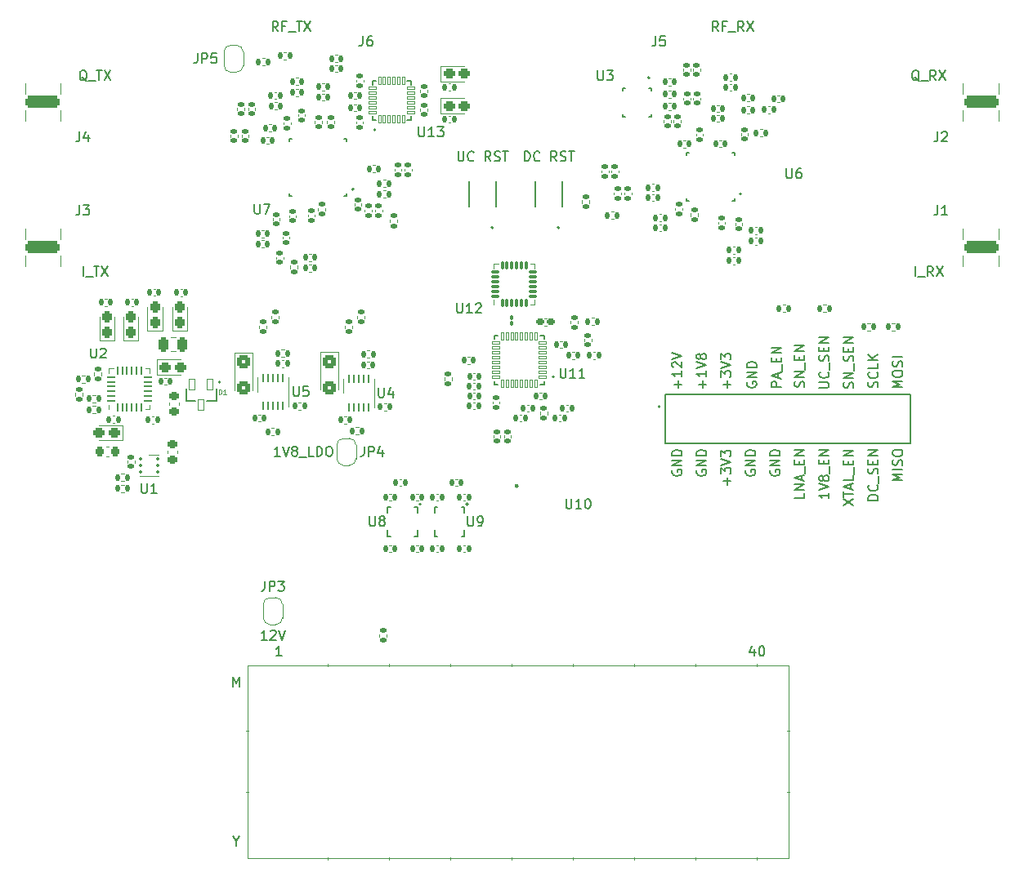
<source format=gto>
%TF.GenerationSoftware,KiCad,Pcbnew,(6.0.9)*%
%TF.CreationDate,2023-04-20T15:37:57-04:00*%
%TF.ProjectId,S23-16_PCB,5332332d-3136-45f5-9043-422e6b696361,2.0*%
%TF.SameCoordinates,Original*%
%TF.FileFunction,Legend,Top*%
%TF.FilePolarity,Positive*%
%FSLAX46Y46*%
G04 Gerber Fmt 4.6, Leading zero omitted, Abs format (unit mm)*
G04 Created by KiCad (PCBNEW (6.0.9)) date 2023-04-20 15:37:57*
%MOMM*%
%LPD*%
G01*
G04 APERTURE LIST*
G04 Aperture macros list*
%AMRoundRect*
0 Rectangle with rounded corners*
0 $1 Rounding radius*
0 $2 $3 $4 $5 $6 $7 $8 $9 X,Y pos of 4 corners*
0 Add a 4 corners polygon primitive as box body*
4,1,4,$2,$3,$4,$5,$6,$7,$8,$9,$2,$3,0*
0 Add four circle primitives for the rounded corners*
1,1,$1+$1,$2,$3*
1,1,$1+$1,$4,$5*
1,1,$1+$1,$6,$7*
1,1,$1+$1,$8,$9*
0 Add four rect primitives between the rounded corners*
20,1,$1+$1,$2,$3,$4,$5,0*
20,1,$1+$1,$4,$5,$6,$7,0*
20,1,$1+$1,$6,$7,$8,$9,0*
20,1,$1+$1,$8,$9,$2,$3,0*%
%AMFreePoly0*
4,1,22,0.500000,-0.750000,0.000000,-0.750000,0.000000,-0.745033,-0.079941,-0.743568,-0.215256,-0.701293,-0.333266,-0.622738,-0.424486,-0.514219,-0.481581,-0.384460,-0.499164,-0.250000,-0.500000,-0.250000,-0.500000,0.250000,-0.499164,0.250000,-0.499963,0.256109,-0.478152,0.396186,-0.417904,0.524511,-0.324060,0.630769,-0.204165,0.706417,-0.067858,0.745374,0.000000,0.744959,0.000000,0.750000,
0.500000,0.750000,0.500000,-0.750000,0.500000,-0.750000,$1*%
%AMFreePoly1*
4,1,20,0.000000,0.744959,0.073905,0.744508,0.209726,0.703889,0.328688,0.626782,0.421226,0.519385,0.479903,0.390333,0.500000,0.250000,0.500000,-0.250000,0.499851,-0.262216,0.476331,-0.402017,0.414519,-0.529596,0.319384,-0.634700,0.198574,-0.708877,0.061801,-0.746166,0.000000,-0.745033,0.000000,-0.750000,-0.500000,-0.750000,-0.500000,0.750000,0.000000,0.750000,0.000000,0.744959,
0.000000,0.744959,$1*%
G04 Aperture macros list end*
%ADD10C,0.150000*%
%ADD11C,0.120000*%
%ADD12C,0.127000*%
%ADD13C,0.200000*%
%ADD14C,0.152400*%
%ADD15C,0.400000*%
%ADD16C,2.046710*%
%ADD17C,2.546710*%
%ADD18C,0.010000*%
%ADD19RoundRect,0.140000X0.140000X0.170000X-0.140000X0.170000X-0.140000X-0.170000X0.140000X-0.170000X0*%
%ADD20R,4.500000X4.500000*%
%ADD21RoundRect,0.135000X0.135000X0.185000X-0.135000X0.185000X-0.135000X-0.185000X0.135000X-0.185000X0*%
%ADD22RoundRect,0.250000X0.275000X-0.375000X0.275000X0.375000X-0.275000X0.375000X-0.275000X-0.375000X0*%
%ADD23RoundRect,0.140000X-0.170000X0.140000X-0.170000X-0.140000X0.170000X-0.140000X0.170000X0.140000X0*%
%ADD24RoundRect,0.250000X0.375000X0.275000X-0.375000X0.275000X-0.375000X-0.275000X0.375000X-0.275000X0*%
%ADD25RoundRect,0.140000X-0.140000X-0.170000X0.140000X-0.170000X0.140000X0.170000X-0.140000X0.170000X0*%
%ADD26RoundRect,0.135000X-0.135000X-0.185000X0.135000X-0.185000X0.135000X0.185000X-0.135000X0.185000X0*%
%ADD27RoundRect,0.140000X0.170000X-0.140000X0.170000X0.140000X-0.170000X0.140000X-0.170000X-0.140000X0*%
%ADD28C,3.600000*%
%ADD29C,6.400000*%
%ADD30RoundRect,0.062500X0.062500X-0.375000X0.062500X0.375000X-0.062500X0.375000X-0.062500X-0.375000X0*%
%ADD31RoundRect,0.062500X0.375000X-0.062500X0.375000X0.062500X-0.375000X0.062500X-0.375000X-0.062500X0*%
%ADD32R,2.500000X2.500000*%
%ADD33RoundRect,0.225000X0.225000X0.250000X-0.225000X0.250000X-0.225000X-0.250000X0.225000X-0.250000X0*%
%ADD34RoundRect,0.135000X0.185000X-0.135000X0.185000X0.135000X-0.185000X0.135000X-0.185000X-0.135000X0*%
%ADD35FreePoly0,270.000000*%
%ADD36FreePoly1,270.000000*%
%ADD37R,1.000000X0.900000*%
%ADD38RoundRect,0.076200X0.076200X-0.361300X0.076200X0.361300X-0.076200X0.361300X-0.076200X-0.361300X0*%
%ADD39RoundRect,0.076200X0.361300X-0.076200X0.361300X0.076200X-0.361300X0.076200X-0.361300X-0.076200X0*%
%ADD40RoundRect,0.250000X-0.250000X-0.475000X0.250000X-0.475000X0.250000X0.475000X-0.250000X0.475000X0*%
%ADD41RoundRect,0.135000X-0.185000X0.135000X-0.185000X-0.135000X0.185000X-0.135000X0.185000X0.135000X0*%
%ADD42RoundRect,0.317500X-1.482500X0.317500X-1.482500X-0.317500X1.482500X-0.317500X1.482500X0.317500X0*%
%ADD43R,4.200000X1.350000*%
%ADD44RoundRect,0.225000X-0.250000X0.225000X-0.250000X-0.225000X0.250000X-0.225000X0.250000X0.225000X0*%
%ADD45RoundRect,0.250000X-0.375000X-0.275000X0.375000X-0.275000X0.375000X0.275000X-0.375000X0.275000X0*%
%ADD46RoundRect,0.095949X-0.095948X-0.539051X0.095948X-0.539051X0.095948X0.539051X-0.095948X0.539051X0*%
%ADD47C,2.489200*%
%ADD48RoundRect,0.225000X0.250000X-0.225000X0.250000X0.225000X-0.250000X0.225000X-0.250000X-0.225000X0*%
%ADD49R,0.304800X0.812800*%
%ADD50R,2.438400X1.701800*%
%ADD51RoundRect,0.160000X-0.222500X-0.160000X0.222500X-0.160000X0.222500X0.160000X-0.222500X0.160000X0*%
%ADD52RoundRect,0.317500X1.482500X-0.317500X1.482500X0.317500X-1.482500X0.317500X-1.482500X-0.317500X0*%
%ADD53R,3.570000X3.570000*%
%ADD54RoundRect,0.042000X-0.258000X0.573000X-0.258000X-0.573000X0.258000X-0.573000X0.258000X0.573000X0*%
%ADD55C,1.270000*%
%ADD56C,0.508000*%
%ADD57RoundRect,0.062500X0.062500X-0.362500X0.062500X0.362500X-0.062500X0.362500X-0.062500X-0.362500X0*%
%ADD58R,2.380000X1.650000*%
%ADD59FreePoly0,90.000000*%
%ADD60FreePoly1,90.000000*%
%ADD61RoundRect,0.093750X-0.093750X-0.106250X0.093750X-0.106250X0.093750X0.106250X-0.093750X0.106250X0*%
%ADD62R,1.000000X1.600000*%
%ADD63RoundRect,0.007800X0.422200X0.122200X-0.422200X0.122200X-0.422200X-0.122200X0.422200X-0.122200X0*%
%ADD64RoundRect,0.007800X-0.122200X0.422200X-0.122200X-0.422200X0.122200X-0.422200X0.122200X0.422200X0*%
%ADD65R,3.600000X3.600000*%
%ADD66RoundRect,0.250000X-0.425000X0.450000X-0.425000X-0.450000X0.425000X-0.450000X0.425000X0.450000X0*%
%ADD67R,1.960000X1.780000*%
%ADD68RoundRect,0.012800X0.147200X-0.372200X0.147200X0.372200X-0.147200X0.372200X-0.147200X-0.372200X0*%
%ADD69RoundRect,0.012800X0.372200X0.147200X-0.372200X0.147200X-0.372200X-0.147200X0.372200X-0.147200X0*%
%ADD70R,2.810000X2.810000*%
%ADD71RoundRect,0.100000X0.100000X-0.130000X0.100000X0.130000X-0.100000X0.130000X-0.100000X-0.130000X0*%
%ADD72C,2.000000*%
%ADD73R,1.400000X1.400000*%
%ADD74C,1.400000*%
G04 APERTURE END LIST*
D10*
X159012000Y-97789904D02*
X158964380Y-97885142D01*
X158964380Y-98028000D01*
X159012000Y-98170857D01*
X159107238Y-98266095D01*
X159202476Y-98313714D01*
X159392952Y-98361333D01*
X159535809Y-98361333D01*
X159726285Y-98313714D01*
X159821523Y-98266095D01*
X159916761Y-98170857D01*
X159964380Y-98028000D01*
X159964380Y-97932761D01*
X159916761Y-97789904D01*
X159869142Y-97742285D01*
X159535809Y-97742285D01*
X159535809Y-97932761D01*
X159964380Y-97313714D02*
X158964380Y-97313714D01*
X159964380Y-96742285D01*
X158964380Y-96742285D01*
X159964380Y-96266095D02*
X158964380Y-96266095D01*
X158964380Y-96028000D01*
X159012000Y-95885142D01*
X159107238Y-95789904D01*
X159202476Y-95742285D01*
X159392952Y-95694666D01*
X159535809Y-95694666D01*
X159726285Y-95742285D01*
X159821523Y-95789904D01*
X159916761Y-95885142D01*
X159964380Y-96028000D01*
X159964380Y-96266095D01*
X110402857Y-61412380D02*
X110069523Y-60936190D01*
X109831428Y-61412380D02*
X109831428Y-60412380D01*
X110212380Y-60412380D01*
X110307619Y-60460000D01*
X110355238Y-60507619D01*
X110402857Y-60602857D01*
X110402857Y-60745714D01*
X110355238Y-60840952D01*
X110307619Y-60888571D01*
X110212380Y-60936190D01*
X109831428Y-60936190D01*
X111164761Y-60888571D02*
X110831428Y-60888571D01*
X110831428Y-61412380D02*
X110831428Y-60412380D01*
X111307619Y-60412380D01*
X111450476Y-61507619D02*
X112212380Y-61507619D01*
X112307619Y-60412380D02*
X112879047Y-60412380D01*
X112593333Y-61412380D02*
X112593333Y-60412380D01*
X113117142Y-60412380D02*
X113783809Y-61412380D01*
X113783809Y-60412380D02*
X113117142Y-61412380D01*
X158885000Y-106933904D02*
X158837380Y-107029142D01*
X158837380Y-107172000D01*
X158885000Y-107314857D01*
X158980238Y-107410095D01*
X159075476Y-107457714D01*
X159265952Y-107505333D01*
X159408809Y-107505333D01*
X159599285Y-107457714D01*
X159694523Y-107410095D01*
X159789761Y-107314857D01*
X159837380Y-107172000D01*
X159837380Y-107076761D01*
X159789761Y-106933904D01*
X159742142Y-106886285D01*
X159408809Y-106886285D01*
X159408809Y-107076761D01*
X159837380Y-106457714D02*
X158837380Y-106457714D01*
X159837380Y-105886285D01*
X158837380Y-105886285D01*
X159837380Y-105410095D02*
X158837380Y-105410095D01*
X158837380Y-105172000D01*
X158885000Y-105029142D01*
X158980238Y-104933904D01*
X159075476Y-104886285D01*
X159265952Y-104838666D01*
X159408809Y-104838666D01*
X159599285Y-104886285D01*
X159694523Y-104933904D01*
X159789761Y-105029142D01*
X159837380Y-105172000D01*
X159837380Y-105410095D01*
X153805000Y-106933904D02*
X153757380Y-107029142D01*
X153757380Y-107172000D01*
X153805000Y-107314857D01*
X153900238Y-107410095D01*
X153995476Y-107457714D01*
X154185952Y-107505333D01*
X154328809Y-107505333D01*
X154519285Y-107457714D01*
X154614523Y-107410095D01*
X154709761Y-107314857D01*
X154757380Y-107172000D01*
X154757380Y-107076761D01*
X154709761Y-106933904D01*
X154662142Y-106886285D01*
X154328809Y-106886285D01*
X154328809Y-107076761D01*
X154757380Y-106457714D02*
X153757380Y-106457714D01*
X154757380Y-105886285D01*
X153757380Y-105886285D01*
X154757380Y-105410095D02*
X153757380Y-105410095D01*
X153757380Y-105172000D01*
X153805000Y-105029142D01*
X153900238Y-104933904D01*
X153995476Y-104886285D01*
X154185952Y-104838666D01*
X154328809Y-104838666D01*
X154519285Y-104886285D01*
X154614523Y-104933904D01*
X154709761Y-105029142D01*
X154757380Y-105172000D01*
X154757380Y-105410095D01*
X164917380Y-109315000D02*
X164917380Y-109791190D01*
X163917380Y-109791190D01*
X164917380Y-108981666D02*
X163917380Y-108981666D01*
X164917380Y-108410238D01*
X163917380Y-108410238D01*
X164631666Y-107981666D02*
X164631666Y-107505476D01*
X164917380Y-108076904D02*
X163917380Y-107743571D01*
X164917380Y-107410238D01*
X165012619Y-107315000D02*
X165012619Y-106553095D01*
X164393571Y-106315000D02*
X164393571Y-105981666D01*
X164917380Y-105838809D02*
X164917380Y-106315000D01*
X163917380Y-106315000D01*
X163917380Y-105838809D01*
X164917380Y-105410238D02*
X163917380Y-105410238D01*
X164917380Y-104838809D01*
X163917380Y-104838809D01*
X156916428Y-98408904D02*
X156916428Y-97647000D01*
X157297380Y-98027952D02*
X156535476Y-98027952D01*
X156297380Y-97266047D02*
X156297380Y-96647000D01*
X156678333Y-96980333D01*
X156678333Y-96837476D01*
X156725952Y-96742238D01*
X156773571Y-96694619D01*
X156868809Y-96647000D01*
X157106904Y-96647000D01*
X157202142Y-96694619D01*
X157249761Y-96742238D01*
X157297380Y-96837476D01*
X157297380Y-97123190D01*
X157249761Y-97218428D01*
X157202142Y-97266047D01*
X156297380Y-96361285D02*
X157297380Y-96027952D01*
X156297380Y-95694619D01*
X156297380Y-95456523D02*
X156297380Y-94837476D01*
X156678333Y-95170809D01*
X156678333Y-95027952D01*
X156725952Y-94932714D01*
X156773571Y-94885095D01*
X156868809Y-94837476D01*
X157106904Y-94837476D01*
X157202142Y-94885095D01*
X157249761Y-94932714D01*
X157297380Y-95027952D01*
X157297380Y-95313666D01*
X157249761Y-95408904D01*
X157202142Y-95456523D01*
X169949761Y-98400857D02*
X169997380Y-98258000D01*
X169997380Y-98019904D01*
X169949761Y-97924666D01*
X169902142Y-97877047D01*
X169806904Y-97829428D01*
X169711666Y-97829428D01*
X169616428Y-97877047D01*
X169568809Y-97924666D01*
X169521190Y-98019904D01*
X169473571Y-98210380D01*
X169425952Y-98305619D01*
X169378333Y-98353238D01*
X169283095Y-98400857D01*
X169187857Y-98400857D01*
X169092619Y-98353238D01*
X169045000Y-98305619D01*
X168997380Y-98210380D01*
X168997380Y-97972285D01*
X169045000Y-97829428D01*
X169997380Y-97400857D02*
X168997380Y-97400857D01*
X169997380Y-96829428D01*
X168997380Y-96829428D01*
X170092619Y-96591333D02*
X170092619Y-95829428D01*
X169949761Y-95638952D02*
X169997380Y-95496095D01*
X169997380Y-95258000D01*
X169949761Y-95162761D01*
X169902142Y-95115142D01*
X169806904Y-95067523D01*
X169711666Y-95067523D01*
X169616428Y-95115142D01*
X169568809Y-95162761D01*
X169521190Y-95258000D01*
X169473571Y-95448476D01*
X169425952Y-95543714D01*
X169378333Y-95591333D01*
X169283095Y-95638952D01*
X169187857Y-95638952D01*
X169092619Y-95591333D01*
X169045000Y-95543714D01*
X168997380Y-95448476D01*
X168997380Y-95210380D01*
X169045000Y-95067523D01*
X169473571Y-94638952D02*
X169473571Y-94305619D01*
X169997380Y-94162761D02*
X169997380Y-94638952D01*
X168997380Y-94638952D01*
X168997380Y-94162761D01*
X169997380Y-93734190D02*
X168997380Y-93734190D01*
X169997380Y-93162761D01*
X168997380Y-93162761D01*
X135930000Y-74874380D02*
X135930000Y-73874380D01*
X136168095Y-73874380D01*
X136310952Y-73922000D01*
X136406190Y-74017238D01*
X136453809Y-74112476D01*
X136501428Y-74302952D01*
X136501428Y-74445809D01*
X136453809Y-74636285D01*
X136406190Y-74731523D01*
X136310952Y-74826761D01*
X136168095Y-74874380D01*
X135930000Y-74874380D01*
X137501428Y-74779142D02*
X137453809Y-74826761D01*
X137310952Y-74874380D01*
X137215714Y-74874380D01*
X137072857Y-74826761D01*
X136977619Y-74731523D01*
X136930000Y-74636285D01*
X136882380Y-74445809D01*
X136882380Y-74302952D01*
X136930000Y-74112476D01*
X136977619Y-74017238D01*
X137072857Y-73922000D01*
X137215714Y-73874380D01*
X137310952Y-73874380D01*
X137453809Y-73922000D01*
X137501428Y-73969619D01*
X139263333Y-74874380D02*
X138930000Y-74398190D01*
X138691904Y-74874380D02*
X138691904Y-73874380D01*
X139072857Y-73874380D01*
X139168095Y-73922000D01*
X139215714Y-73969619D01*
X139263333Y-74064857D01*
X139263333Y-74207714D01*
X139215714Y-74302952D01*
X139168095Y-74350571D01*
X139072857Y-74398190D01*
X138691904Y-74398190D01*
X139644285Y-74826761D02*
X139787142Y-74874380D01*
X140025238Y-74874380D01*
X140120476Y-74826761D01*
X140168095Y-74779142D01*
X140215714Y-74683904D01*
X140215714Y-74588666D01*
X140168095Y-74493428D01*
X140120476Y-74445809D01*
X140025238Y-74398190D01*
X139834761Y-74350571D01*
X139739523Y-74302952D01*
X139691904Y-74255333D01*
X139644285Y-74160095D01*
X139644285Y-74064857D01*
X139691904Y-73969619D01*
X139739523Y-73922000D01*
X139834761Y-73874380D01*
X140072857Y-73874380D01*
X140215714Y-73922000D01*
X140501428Y-73874380D02*
X141072857Y-73874380D01*
X140787142Y-74874380D02*
X140787142Y-73874380D01*
X161425000Y-106933904D02*
X161377380Y-107029142D01*
X161377380Y-107172000D01*
X161425000Y-107314857D01*
X161520238Y-107410095D01*
X161615476Y-107457714D01*
X161805952Y-107505333D01*
X161948809Y-107505333D01*
X162139285Y-107457714D01*
X162234523Y-107410095D01*
X162329761Y-107314857D01*
X162377380Y-107172000D01*
X162377380Y-107076761D01*
X162329761Y-106933904D01*
X162282142Y-106886285D01*
X161948809Y-106886285D01*
X161948809Y-107076761D01*
X162377380Y-106457714D02*
X161377380Y-106457714D01*
X162377380Y-105886285D01*
X161377380Y-105886285D01*
X162377380Y-105410095D02*
X161377380Y-105410095D01*
X161377380Y-105172000D01*
X161425000Y-105029142D01*
X161520238Y-104933904D01*
X161615476Y-104886285D01*
X161805952Y-104838666D01*
X161948809Y-104838666D01*
X162139285Y-104886285D01*
X162234523Y-104933904D01*
X162329761Y-105029142D01*
X162377380Y-105172000D01*
X162377380Y-105410095D01*
X176442857Y-86812380D02*
X176442857Y-85812380D01*
X176680952Y-86907619D02*
X177442857Y-86907619D01*
X178252380Y-86812380D02*
X177919047Y-86336190D01*
X177680952Y-86812380D02*
X177680952Y-85812380D01*
X178061904Y-85812380D01*
X178157142Y-85860000D01*
X178204761Y-85907619D01*
X178252380Y-86002857D01*
X178252380Y-86145714D01*
X178204761Y-86240952D01*
X178157142Y-86288571D01*
X178061904Y-86336190D01*
X177680952Y-86336190D01*
X178585714Y-85812380D02*
X179252380Y-86812380D01*
X179252380Y-85812380D02*
X178585714Y-86812380D01*
X156003809Y-61412380D02*
X155670476Y-60936190D01*
X155432380Y-61412380D02*
X155432380Y-60412380D01*
X155813333Y-60412380D01*
X155908571Y-60460000D01*
X155956190Y-60507619D01*
X156003809Y-60602857D01*
X156003809Y-60745714D01*
X155956190Y-60840952D01*
X155908571Y-60888571D01*
X155813333Y-60936190D01*
X155432380Y-60936190D01*
X156765714Y-60888571D02*
X156432380Y-60888571D01*
X156432380Y-61412380D02*
X156432380Y-60412380D01*
X156908571Y-60412380D01*
X157051428Y-61507619D02*
X157813333Y-61507619D01*
X158622857Y-61412380D02*
X158289523Y-60936190D01*
X158051428Y-61412380D02*
X158051428Y-60412380D01*
X158432380Y-60412380D01*
X158527619Y-60460000D01*
X158575238Y-60507619D01*
X158622857Y-60602857D01*
X158622857Y-60745714D01*
X158575238Y-60840952D01*
X158527619Y-60888571D01*
X158432380Y-60936190D01*
X158051428Y-60936190D01*
X158956190Y-60412380D02*
X159622857Y-61412380D01*
X159622857Y-60412380D02*
X158956190Y-61412380D01*
X162504380Y-98313619D02*
X161504380Y-98313619D01*
X161504380Y-97932666D01*
X161552000Y-97837428D01*
X161599619Y-97789809D01*
X161694857Y-97742190D01*
X161837714Y-97742190D01*
X161932952Y-97789809D01*
X161980571Y-97837428D01*
X162028190Y-97932666D01*
X162028190Y-98313619D01*
X162218666Y-97361238D02*
X162218666Y-96885047D01*
X162504380Y-97456476D02*
X161504380Y-97123142D01*
X162504380Y-96789809D01*
X162599619Y-96694571D02*
X162599619Y-95932666D01*
X161980571Y-95694571D02*
X161980571Y-95361238D01*
X162504380Y-95218380D02*
X162504380Y-95694571D01*
X161504380Y-95694571D01*
X161504380Y-95218380D01*
X162504380Y-94789809D02*
X161504380Y-94789809D01*
X162504380Y-94218380D01*
X161504380Y-94218380D01*
X175077380Y-98345428D02*
X174077380Y-98345428D01*
X174791666Y-98012095D01*
X174077380Y-97678761D01*
X175077380Y-97678761D01*
X174077380Y-97012095D02*
X174077380Y-96821619D01*
X174125000Y-96726380D01*
X174220238Y-96631142D01*
X174410714Y-96583523D01*
X174744047Y-96583523D01*
X174934523Y-96631142D01*
X175029761Y-96726380D01*
X175077380Y-96821619D01*
X175077380Y-97012095D01*
X175029761Y-97107333D01*
X174934523Y-97202571D01*
X174744047Y-97250190D01*
X174410714Y-97250190D01*
X174220238Y-97202571D01*
X174125000Y-97107333D01*
X174077380Y-97012095D01*
X175029761Y-96202571D02*
X175077380Y-96059714D01*
X175077380Y-95821619D01*
X175029761Y-95726380D01*
X174982142Y-95678761D01*
X174886904Y-95631142D01*
X174791666Y-95631142D01*
X174696428Y-95678761D01*
X174648809Y-95726380D01*
X174601190Y-95821619D01*
X174553571Y-96012095D01*
X174505952Y-96107333D01*
X174458333Y-96154952D01*
X174363095Y-96202571D01*
X174267857Y-96202571D01*
X174172619Y-96154952D01*
X174125000Y-96107333D01*
X174077380Y-96012095D01*
X174077380Y-95774000D01*
X174125000Y-95631142D01*
X175077380Y-95202571D02*
X174077380Y-95202571D01*
X168997380Y-110600761D02*
X169997380Y-109934095D01*
X168997380Y-109934095D02*
X169997380Y-110600761D01*
X168997380Y-109696000D02*
X168997380Y-109124571D01*
X169997380Y-109410285D02*
X168997380Y-109410285D01*
X169711666Y-108838857D02*
X169711666Y-108362666D01*
X169997380Y-108934095D02*
X168997380Y-108600761D01*
X169997380Y-108267428D01*
X169997380Y-107457904D02*
X169997380Y-107934095D01*
X168997380Y-107934095D01*
X170092619Y-107362666D02*
X170092619Y-106600761D01*
X169473571Y-106362666D02*
X169473571Y-106029333D01*
X169997380Y-105886476D02*
X169997380Y-106362666D01*
X168997380Y-106362666D01*
X168997380Y-105886476D01*
X169997380Y-105457904D02*
X168997380Y-105457904D01*
X169997380Y-104886476D01*
X168997380Y-104886476D01*
X110601428Y-105481380D02*
X110030000Y-105481380D01*
X110315714Y-105481380D02*
X110315714Y-104481380D01*
X110220476Y-104624238D01*
X110125238Y-104719476D01*
X110030000Y-104767095D01*
X110887142Y-104481380D02*
X111220476Y-105481380D01*
X111553809Y-104481380D01*
X112030000Y-104909952D02*
X111934761Y-104862333D01*
X111887142Y-104814714D01*
X111839523Y-104719476D01*
X111839523Y-104671857D01*
X111887142Y-104576619D01*
X111934761Y-104529000D01*
X112030000Y-104481380D01*
X112220476Y-104481380D01*
X112315714Y-104529000D01*
X112363333Y-104576619D01*
X112410952Y-104671857D01*
X112410952Y-104719476D01*
X112363333Y-104814714D01*
X112315714Y-104862333D01*
X112220476Y-104909952D01*
X112030000Y-104909952D01*
X111934761Y-104957571D01*
X111887142Y-105005190D01*
X111839523Y-105100428D01*
X111839523Y-105290904D01*
X111887142Y-105386142D01*
X111934761Y-105433761D01*
X112030000Y-105481380D01*
X112220476Y-105481380D01*
X112315714Y-105433761D01*
X112363333Y-105386142D01*
X112410952Y-105290904D01*
X112410952Y-105100428D01*
X112363333Y-105005190D01*
X112315714Y-104957571D01*
X112220476Y-104909952D01*
X112601428Y-105576619D02*
X113363333Y-105576619D01*
X114077619Y-105481380D02*
X113601428Y-105481380D01*
X113601428Y-104481380D01*
X114410952Y-105481380D02*
X114410952Y-104481380D01*
X114649047Y-104481380D01*
X114791904Y-104529000D01*
X114887142Y-104624238D01*
X114934761Y-104719476D01*
X114982380Y-104909952D01*
X114982380Y-105052809D01*
X114934761Y-105243285D01*
X114887142Y-105338523D01*
X114791904Y-105433761D01*
X114649047Y-105481380D01*
X114410952Y-105481380D01*
X115601428Y-104481380D02*
X115791904Y-104481380D01*
X115887142Y-104529000D01*
X115982380Y-104624238D01*
X116030000Y-104814714D01*
X116030000Y-105148047D01*
X115982380Y-105338523D01*
X115887142Y-105433761D01*
X115791904Y-105481380D01*
X115601428Y-105481380D01*
X115506190Y-105433761D01*
X115410952Y-105338523D01*
X115363333Y-105148047D01*
X115363333Y-104814714D01*
X115410952Y-104624238D01*
X115506190Y-104529000D01*
X115601428Y-104481380D01*
X109235952Y-124531380D02*
X108664523Y-124531380D01*
X108950238Y-124531380D02*
X108950238Y-123531380D01*
X108855000Y-123674238D01*
X108759761Y-123769476D01*
X108664523Y-123817095D01*
X109616904Y-123626619D02*
X109664523Y-123579000D01*
X109759761Y-123531380D01*
X109997857Y-123531380D01*
X110093095Y-123579000D01*
X110140714Y-123626619D01*
X110188333Y-123721857D01*
X110188333Y-123817095D01*
X110140714Y-123959952D01*
X109569285Y-124531380D01*
X110188333Y-124531380D01*
X110474047Y-123531380D02*
X110807380Y-124531380D01*
X111140714Y-123531380D01*
X172489761Y-98337476D02*
X172537380Y-98194619D01*
X172537380Y-97956523D01*
X172489761Y-97861285D01*
X172442142Y-97813666D01*
X172346904Y-97766047D01*
X172251666Y-97766047D01*
X172156428Y-97813666D01*
X172108809Y-97861285D01*
X172061190Y-97956523D01*
X172013571Y-98147000D01*
X171965952Y-98242238D01*
X171918333Y-98289857D01*
X171823095Y-98337476D01*
X171727857Y-98337476D01*
X171632619Y-98289857D01*
X171585000Y-98242238D01*
X171537380Y-98147000D01*
X171537380Y-97908904D01*
X171585000Y-97766047D01*
X172442142Y-96766047D02*
X172489761Y-96813666D01*
X172537380Y-96956523D01*
X172537380Y-97051761D01*
X172489761Y-97194619D01*
X172394523Y-97289857D01*
X172299285Y-97337476D01*
X172108809Y-97385095D01*
X171965952Y-97385095D01*
X171775476Y-97337476D01*
X171680238Y-97289857D01*
X171585000Y-97194619D01*
X171537380Y-97051761D01*
X171537380Y-96956523D01*
X171585000Y-96813666D01*
X171632619Y-96766047D01*
X172537380Y-95861285D02*
X172537380Y-96337476D01*
X171537380Y-96337476D01*
X172537380Y-95527952D02*
X171537380Y-95527952D01*
X172537380Y-94956523D02*
X171965952Y-95385095D01*
X171537380Y-94956523D02*
X172108809Y-95527952D01*
X151836428Y-98408904D02*
X151836428Y-97647000D01*
X152217380Y-98027952D02*
X151455476Y-98027952D01*
X152217380Y-96647000D02*
X152217380Y-97218428D01*
X152217380Y-96932714D02*
X151217380Y-96932714D01*
X151360238Y-97027952D01*
X151455476Y-97123190D01*
X151503095Y-97218428D01*
X151312619Y-96266047D02*
X151265000Y-96218428D01*
X151217380Y-96123190D01*
X151217380Y-95885095D01*
X151265000Y-95789857D01*
X151312619Y-95742238D01*
X151407857Y-95694619D01*
X151503095Y-95694619D01*
X151645952Y-95742238D01*
X152217380Y-96313666D01*
X152217380Y-95694619D01*
X151217380Y-95408904D02*
X152217380Y-95075571D01*
X151217380Y-94742238D01*
X166457380Y-98377047D02*
X167266904Y-98377047D01*
X167362142Y-98329428D01*
X167409761Y-98281809D01*
X167457380Y-98186571D01*
X167457380Y-97996095D01*
X167409761Y-97900857D01*
X167362142Y-97853238D01*
X167266904Y-97805619D01*
X166457380Y-97805619D01*
X167362142Y-96758000D02*
X167409761Y-96805619D01*
X167457380Y-96948476D01*
X167457380Y-97043714D01*
X167409761Y-97186571D01*
X167314523Y-97281809D01*
X167219285Y-97329428D01*
X167028809Y-97377047D01*
X166885952Y-97377047D01*
X166695476Y-97329428D01*
X166600238Y-97281809D01*
X166505000Y-97186571D01*
X166457380Y-97043714D01*
X166457380Y-96948476D01*
X166505000Y-96805619D01*
X166552619Y-96758000D01*
X167552619Y-96567523D02*
X167552619Y-95805619D01*
X167409761Y-95615142D02*
X167457380Y-95472285D01*
X167457380Y-95234190D01*
X167409761Y-95138952D01*
X167362142Y-95091333D01*
X167266904Y-95043714D01*
X167171666Y-95043714D01*
X167076428Y-95091333D01*
X167028809Y-95138952D01*
X166981190Y-95234190D01*
X166933571Y-95424666D01*
X166885952Y-95519904D01*
X166838333Y-95567523D01*
X166743095Y-95615142D01*
X166647857Y-95615142D01*
X166552619Y-95567523D01*
X166505000Y-95519904D01*
X166457380Y-95424666D01*
X166457380Y-95186571D01*
X166505000Y-95043714D01*
X166933571Y-94615142D02*
X166933571Y-94281809D01*
X167457380Y-94138952D02*
X167457380Y-94615142D01*
X166457380Y-94615142D01*
X166457380Y-94138952D01*
X167457380Y-93710380D02*
X166457380Y-93710380D01*
X167457380Y-93138952D01*
X166457380Y-93138952D01*
X154376428Y-98408904D02*
X154376428Y-97647000D01*
X154757380Y-98027952D02*
X153995476Y-98027952D01*
X154757380Y-96647000D02*
X154757380Y-97218428D01*
X154757380Y-96932714D02*
X153757380Y-96932714D01*
X153900238Y-97027952D01*
X153995476Y-97123190D01*
X154043095Y-97218428D01*
X153757380Y-96361285D02*
X154757380Y-96027952D01*
X153757380Y-95694619D01*
X154185952Y-95218428D02*
X154138333Y-95313666D01*
X154090714Y-95361285D01*
X153995476Y-95408904D01*
X153947857Y-95408904D01*
X153852619Y-95361285D01*
X153805000Y-95313666D01*
X153757380Y-95218428D01*
X153757380Y-95027952D01*
X153805000Y-94932714D01*
X153852619Y-94885095D01*
X153947857Y-94837476D01*
X153995476Y-94837476D01*
X154090714Y-94885095D01*
X154138333Y-94932714D01*
X154185952Y-95027952D01*
X154185952Y-95218428D01*
X154233571Y-95313666D01*
X154281190Y-95361285D01*
X154376428Y-95408904D01*
X154566904Y-95408904D01*
X154662142Y-95361285D01*
X154709761Y-95313666D01*
X154757380Y-95218428D01*
X154757380Y-95027952D01*
X154709761Y-94932714D01*
X154662142Y-94885095D01*
X154566904Y-94837476D01*
X154376428Y-94837476D01*
X154281190Y-94885095D01*
X154233571Y-94932714D01*
X154185952Y-95027952D01*
X90201904Y-86812380D02*
X90201904Y-85812380D01*
X90440000Y-86907619D02*
X91201904Y-86907619D01*
X91297142Y-85812380D02*
X91868571Y-85812380D01*
X91582857Y-86812380D02*
X91582857Y-85812380D01*
X92106666Y-85812380D02*
X92773333Y-86812380D01*
X92773333Y-85812380D02*
X92106666Y-86812380D01*
X175077380Y-107997428D02*
X174077380Y-107997428D01*
X174791666Y-107664095D01*
X174077380Y-107330761D01*
X175077380Y-107330761D01*
X175077380Y-106854571D02*
X174077380Y-106854571D01*
X175029761Y-106426000D02*
X175077380Y-106283142D01*
X175077380Y-106045047D01*
X175029761Y-105949809D01*
X174982142Y-105902190D01*
X174886904Y-105854571D01*
X174791666Y-105854571D01*
X174696428Y-105902190D01*
X174648809Y-105949809D01*
X174601190Y-106045047D01*
X174553571Y-106235523D01*
X174505952Y-106330761D01*
X174458333Y-106378380D01*
X174363095Y-106426000D01*
X174267857Y-106426000D01*
X174172619Y-106378380D01*
X174125000Y-106330761D01*
X174077380Y-106235523D01*
X174077380Y-105997428D01*
X174125000Y-105854571D01*
X174077380Y-105235523D02*
X174077380Y-105045047D01*
X174125000Y-104949809D01*
X174220238Y-104854571D01*
X174410714Y-104806952D01*
X174744047Y-104806952D01*
X174934523Y-104854571D01*
X175029761Y-104949809D01*
X175077380Y-105045047D01*
X175077380Y-105235523D01*
X175029761Y-105330761D01*
X174934523Y-105426000D01*
X174744047Y-105473619D01*
X174410714Y-105473619D01*
X174220238Y-105426000D01*
X174125000Y-105330761D01*
X174077380Y-105235523D01*
X151265000Y-106933904D02*
X151217380Y-107029142D01*
X151217380Y-107172000D01*
X151265000Y-107314857D01*
X151360238Y-107410095D01*
X151455476Y-107457714D01*
X151645952Y-107505333D01*
X151788809Y-107505333D01*
X151979285Y-107457714D01*
X152074523Y-107410095D01*
X152169761Y-107314857D01*
X152217380Y-107172000D01*
X152217380Y-107076761D01*
X152169761Y-106933904D01*
X152122142Y-106886285D01*
X151788809Y-106886285D01*
X151788809Y-107076761D01*
X152217380Y-106457714D02*
X151217380Y-106457714D01*
X152217380Y-105886285D01*
X151217380Y-105886285D01*
X152217380Y-105410095D02*
X151217380Y-105410095D01*
X151217380Y-105172000D01*
X151265000Y-105029142D01*
X151360238Y-104933904D01*
X151455476Y-104886285D01*
X151645952Y-104838666D01*
X151788809Y-104838666D01*
X151979285Y-104886285D01*
X152074523Y-104933904D01*
X152169761Y-105029142D01*
X152217380Y-105172000D01*
X152217380Y-105410095D01*
X167457380Y-109291190D02*
X167457380Y-109862619D01*
X167457380Y-109576904D02*
X166457380Y-109576904D01*
X166600238Y-109672142D01*
X166695476Y-109767380D01*
X166743095Y-109862619D01*
X166457380Y-109005476D02*
X167457380Y-108672142D01*
X166457380Y-108338809D01*
X166885952Y-107862619D02*
X166838333Y-107957857D01*
X166790714Y-108005476D01*
X166695476Y-108053095D01*
X166647857Y-108053095D01*
X166552619Y-108005476D01*
X166505000Y-107957857D01*
X166457380Y-107862619D01*
X166457380Y-107672142D01*
X166505000Y-107576904D01*
X166552619Y-107529285D01*
X166647857Y-107481666D01*
X166695476Y-107481666D01*
X166790714Y-107529285D01*
X166838333Y-107576904D01*
X166885952Y-107672142D01*
X166885952Y-107862619D01*
X166933571Y-107957857D01*
X166981190Y-108005476D01*
X167076428Y-108053095D01*
X167266904Y-108053095D01*
X167362142Y-108005476D01*
X167409761Y-107957857D01*
X167457380Y-107862619D01*
X167457380Y-107672142D01*
X167409761Y-107576904D01*
X167362142Y-107529285D01*
X167266904Y-107481666D01*
X167076428Y-107481666D01*
X166981190Y-107529285D01*
X166933571Y-107576904D01*
X166885952Y-107672142D01*
X167552619Y-107291190D02*
X167552619Y-106529285D01*
X166933571Y-106291190D02*
X166933571Y-105957857D01*
X167457380Y-105815000D02*
X167457380Y-106291190D01*
X166457380Y-106291190D01*
X166457380Y-105815000D01*
X167457380Y-105386428D02*
X166457380Y-105386428D01*
X167457380Y-104815000D01*
X166457380Y-104815000D01*
X156916428Y-108441904D02*
X156916428Y-107680000D01*
X157297380Y-108060952D02*
X156535476Y-108060952D01*
X156297380Y-107299047D02*
X156297380Y-106680000D01*
X156678333Y-107013333D01*
X156678333Y-106870476D01*
X156725952Y-106775238D01*
X156773571Y-106727619D01*
X156868809Y-106680000D01*
X157106904Y-106680000D01*
X157202142Y-106727619D01*
X157249761Y-106775238D01*
X157297380Y-106870476D01*
X157297380Y-107156190D01*
X157249761Y-107251428D01*
X157202142Y-107299047D01*
X156297380Y-106394285D02*
X157297380Y-106060952D01*
X156297380Y-105727619D01*
X156297380Y-105489523D02*
X156297380Y-104870476D01*
X156678333Y-105203809D01*
X156678333Y-105060952D01*
X156725952Y-104965714D01*
X156773571Y-104918095D01*
X156868809Y-104870476D01*
X157106904Y-104870476D01*
X157202142Y-104918095D01*
X157249761Y-104965714D01*
X157297380Y-105060952D01*
X157297380Y-105346666D01*
X157249761Y-105441904D01*
X157202142Y-105489523D01*
X90582857Y-66587619D02*
X90487619Y-66540000D01*
X90392380Y-66444761D01*
X90249523Y-66301904D01*
X90154285Y-66254285D01*
X90059047Y-66254285D01*
X90106666Y-66492380D02*
X90011428Y-66444761D01*
X89916190Y-66349523D01*
X89868571Y-66159047D01*
X89868571Y-65825714D01*
X89916190Y-65635238D01*
X90011428Y-65540000D01*
X90106666Y-65492380D01*
X90297142Y-65492380D01*
X90392380Y-65540000D01*
X90487619Y-65635238D01*
X90535238Y-65825714D01*
X90535238Y-66159047D01*
X90487619Y-66349523D01*
X90392380Y-66444761D01*
X90297142Y-66492380D01*
X90106666Y-66492380D01*
X90725714Y-66587619D02*
X91487619Y-66587619D01*
X91582857Y-65492380D02*
X92154285Y-65492380D01*
X91868571Y-66492380D02*
X91868571Y-65492380D01*
X92392380Y-65492380D02*
X93059047Y-66492380D01*
X93059047Y-65492380D02*
X92392380Y-66492380D01*
X176823809Y-66587619D02*
X176728571Y-66540000D01*
X176633333Y-66444761D01*
X176490476Y-66301904D01*
X176395238Y-66254285D01*
X176300000Y-66254285D01*
X176347619Y-66492380D02*
X176252380Y-66444761D01*
X176157142Y-66349523D01*
X176109523Y-66159047D01*
X176109523Y-65825714D01*
X176157142Y-65635238D01*
X176252380Y-65540000D01*
X176347619Y-65492380D01*
X176538095Y-65492380D01*
X176633333Y-65540000D01*
X176728571Y-65635238D01*
X176776190Y-65825714D01*
X176776190Y-66159047D01*
X176728571Y-66349523D01*
X176633333Y-66444761D01*
X176538095Y-66492380D01*
X176347619Y-66492380D01*
X176966666Y-66587619D02*
X177728571Y-66587619D01*
X178538095Y-66492380D02*
X178204761Y-66016190D01*
X177966666Y-66492380D02*
X177966666Y-65492380D01*
X178347619Y-65492380D01*
X178442857Y-65540000D01*
X178490476Y-65587619D01*
X178538095Y-65682857D01*
X178538095Y-65825714D01*
X178490476Y-65920952D01*
X178442857Y-65968571D01*
X178347619Y-66016190D01*
X177966666Y-66016190D01*
X178871428Y-65492380D02*
X179538095Y-66492380D01*
X179538095Y-65492380D02*
X178871428Y-66492380D01*
X164869761Y-98305666D02*
X164917380Y-98162809D01*
X164917380Y-97924714D01*
X164869761Y-97829476D01*
X164822142Y-97781857D01*
X164726904Y-97734238D01*
X164631666Y-97734238D01*
X164536428Y-97781857D01*
X164488809Y-97829476D01*
X164441190Y-97924714D01*
X164393571Y-98115190D01*
X164345952Y-98210428D01*
X164298333Y-98258047D01*
X164203095Y-98305666D01*
X164107857Y-98305666D01*
X164012619Y-98258047D01*
X163965000Y-98210428D01*
X163917380Y-98115190D01*
X163917380Y-97877095D01*
X163965000Y-97734238D01*
X164917380Y-97305666D02*
X163917380Y-97305666D01*
X164917380Y-96734238D01*
X163917380Y-96734238D01*
X165012619Y-96496142D02*
X165012619Y-95734238D01*
X164393571Y-95496142D02*
X164393571Y-95162809D01*
X164917380Y-95019952D02*
X164917380Y-95496142D01*
X163917380Y-95496142D01*
X163917380Y-95019952D01*
X164917380Y-94591380D02*
X163917380Y-94591380D01*
X164917380Y-94019952D01*
X163917380Y-94019952D01*
X172537380Y-110037238D02*
X171537380Y-110037238D01*
X171537380Y-109799142D01*
X171585000Y-109656285D01*
X171680238Y-109561047D01*
X171775476Y-109513428D01*
X171965952Y-109465809D01*
X172108809Y-109465809D01*
X172299285Y-109513428D01*
X172394523Y-109561047D01*
X172489761Y-109656285D01*
X172537380Y-109799142D01*
X172537380Y-110037238D01*
X172442142Y-108465809D02*
X172489761Y-108513428D01*
X172537380Y-108656285D01*
X172537380Y-108751523D01*
X172489761Y-108894380D01*
X172394523Y-108989619D01*
X172299285Y-109037238D01*
X172108809Y-109084857D01*
X171965952Y-109084857D01*
X171775476Y-109037238D01*
X171680238Y-108989619D01*
X171585000Y-108894380D01*
X171537380Y-108751523D01*
X171537380Y-108656285D01*
X171585000Y-108513428D01*
X171632619Y-108465809D01*
X172632619Y-108275333D02*
X172632619Y-107513428D01*
X172489761Y-107322952D02*
X172537380Y-107180095D01*
X172537380Y-106942000D01*
X172489761Y-106846761D01*
X172442142Y-106799142D01*
X172346904Y-106751523D01*
X172251666Y-106751523D01*
X172156428Y-106799142D01*
X172108809Y-106846761D01*
X172061190Y-106942000D01*
X172013571Y-107132476D01*
X171965952Y-107227714D01*
X171918333Y-107275333D01*
X171823095Y-107322952D01*
X171727857Y-107322952D01*
X171632619Y-107275333D01*
X171585000Y-107227714D01*
X171537380Y-107132476D01*
X171537380Y-106894380D01*
X171585000Y-106751523D01*
X172013571Y-106322952D02*
X172013571Y-105989619D01*
X172537380Y-105846761D02*
X172537380Y-106322952D01*
X171537380Y-106322952D01*
X171537380Y-105846761D01*
X172537380Y-105418190D02*
X171537380Y-105418190D01*
X172537380Y-104846761D01*
X171537380Y-104846761D01*
X129048190Y-73874380D02*
X129048190Y-74683904D01*
X129095809Y-74779142D01*
X129143428Y-74826761D01*
X129238666Y-74874380D01*
X129429142Y-74874380D01*
X129524380Y-74826761D01*
X129572000Y-74779142D01*
X129619619Y-74683904D01*
X129619619Y-73874380D01*
X130667238Y-74779142D02*
X130619619Y-74826761D01*
X130476761Y-74874380D01*
X130381523Y-74874380D01*
X130238666Y-74826761D01*
X130143428Y-74731523D01*
X130095809Y-74636285D01*
X130048190Y-74445809D01*
X130048190Y-74302952D01*
X130095809Y-74112476D01*
X130143428Y-74017238D01*
X130238666Y-73922000D01*
X130381523Y-73874380D01*
X130476761Y-73874380D01*
X130619619Y-73922000D01*
X130667238Y-73969619D01*
X132429142Y-74874380D02*
X132095809Y-74398190D01*
X131857714Y-74874380D02*
X131857714Y-73874380D01*
X132238666Y-73874380D01*
X132333904Y-73922000D01*
X132381523Y-73969619D01*
X132429142Y-74064857D01*
X132429142Y-74207714D01*
X132381523Y-74302952D01*
X132333904Y-74350571D01*
X132238666Y-74398190D01*
X131857714Y-74398190D01*
X132810095Y-74826761D02*
X132952952Y-74874380D01*
X133191047Y-74874380D01*
X133286285Y-74826761D01*
X133333904Y-74779142D01*
X133381523Y-74683904D01*
X133381523Y-74588666D01*
X133333904Y-74493428D01*
X133286285Y-74445809D01*
X133191047Y-74398190D01*
X133000571Y-74350571D01*
X132905333Y-74302952D01*
X132857714Y-74255333D01*
X132810095Y-74160095D01*
X132810095Y-74064857D01*
X132857714Y-73969619D01*
X132905333Y-73922000D01*
X133000571Y-73874380D01*
X133238666Y-73874380D01*
X133381523Y-73922000D01*
X133667238Y-73874380D02*
X134238666Y-73874380D01*
X133952952Y-74874380D02*
X133952952Y-73874380D01*
X107950095Y-79335380D02*
X107950095Y-80144904D01*
X107997714Y-80240142D01*
X108045333Y-80287761D01*
X108140571Y-80335380D01*
X108331047Y-80335380D01*
X108426285Y-80287761D01*
X108473904Y-80240142D01*
X108521523Y-80144904D01*
X108521523Y-79335380D01*
X108902476Y-79335380D02*
X109569142Y-79335380D01*
X109140571Y-80335380D01*
X90982895Y-94287180D02*
X90982895Y-95096704D01*
X91030514Y-95191942D01*
X91078133Y-95239561D01*
X91173371Y-95287180D01*
X91363847Y-95287180D01*
X91459085Y-95239561D01*
X91506704Y-95191942D01*
X91554323Y-95096704D01*
X91554323Y-94287180D01*
X91982895Y-94382419D02*
X92030514Y-94334800D01*
X92125752Y-94287180D01*
X92363847Y-94287180D01*
X92459085Y-94334800D01*
X92506704Y-94382419D01*
X92554323Y-94477657D01*
X92554323Y-94572895D01*
X92506704Y-94715752D01*
X91935276Y-95287180D01*
X92554323Y-95287180D01*
X119308666Y-104481380D02*
X119308666Y-105195666D01*
X119261047Y-105338523D01*
X119165809Y-105433761D01*
X119022952Y-105481380D01*
X118927714Y-105481380D01*
X119784857Y-105481380D02*
X119784857Y-104481380D01*
X120165809Y-104481380D01*
X120261047Y-104529000D01*
X120308666Y-104576619D01*
X120356285Y-104671857D01*
X120356285Y-104814714D01*
X120308666Y-104909952D01*
X120261047Y-104957571D01*
X120165809Y-105005190D01*
X119784857Y-105005190D01*
X121213428Y-104814714D02*
X121213428Y-105481380D01*
X120975333Y-104433761D02*
X120737238Y-105148047D01*
X121356285Y-105148047D01*
X128936904Y-89622380D02*
X128936904Y-90431904D01*
X128984523Y-90527142D01*
X129032142Y-90574761D01*
X129127380Y-90622380D01*
X129317857Y-90622380D01*
X129413095Y-90574761D01*
X129460714Y-90527142D01*
X129508333Y-90431904D01*
X129508333Y-89622380D01*
X130508333Y-90622380D02*
X129936904Y-90622380D01*
X130222619Y-90622380D02*
X130222619Y-89622380D01*
X130127380Y-89765238D01*
X130032142Y-89860476D01*
X129936904Y-89908095D01*
X130889285Y-89717619D02*
X130936904Y-89670000D01*
X131032142Y-89622380D01*
X131270238Y-89622380D01*
X131365476Y-89670000D01*
X131413095Y-89717619D01*
X131460714Y-89812857D01*
X131460714Y-89908095D01*
X131413095Y-90050952D01*
X130841666Y-90622380D01*
X131460714Y-90622380D01*
X89836666Y-71842380D02*
X89836666Y-72556666D01*
X89789047Y-72699523D01*
X89693809Y-72794761D01*
X89550952Y-72842380D01*
X89455714Y-72842380D01*
X90741428Y-72175714D02*
X90741428Y-72842380D01*
X90503333Y-71794761D02*
X90265238Y-72509047D01*
X90884285Y-72509047D01*
X89836666Y-79462380D02*
X89836666Y-80176666D01*
X89789047Y-80319523D01*
X89693809Y-80414761D01*
X89550952Y-80462380D01*
X89455714Y-80462380D01*
X90217619Y-79462380D02*
X90836666Y-79462380D01*
X90503333Y-79843333D01*
X90646190Y-79843333D01*
X90741428Y-79890952D01*
X90789047Y-79938571D01*
X90836666Y-80033809D01*
X90836666Y-80271904D01*
X90789047Y-80367142D01*
X90741428Y-80414761D01*
X90646190Y-80462380D01*
X90360476Y-80462380D01*
X90265238Y-80414761D01*
X90217619Y-80367142D01*
X149526666Y-61936380D02*
X149526666Y-62650666D01*
X149479047Y-62793523D01*
X149383809Y-62888761D01*
X149240952Y-62936380D01*
X149145714Y-62936380D01*
X150479047Y-61936380D02*
X150002857Y-61936380D01*
X149955238Y-62412571D01*
X150002857Y-62364952D01*
X150098095Y-62317333D01*
X150336190Y-62317333D01*
X150431428Y-62364952D01*
X150479047Y-62412571D01*
X150526666Y-62507809D01*
X150526666Y-62745904D01*
X150479047Y-62841142D01*
X150431428Y-62888761D01*
X150336190Y-62936380D01*
X150098095Y-62936380D01*
X150002857Y-62888761D01*
X149955238Y-62841142D01*
X130048095Y-111720380D02*
X130048095Y-112529904D01*
X130095714Y-112625142D01*
X130143333Y-112672761D01*
X130238571Y-112720380D01*
X130429047Y-112720380D01*
X130524285Y-112672761D01*
X130571904Y-112625142D01*
X130619523Y-112529904D01*
X130619523Y-111720380D01*
X131143333Y-112720380D02*
X131333809Y-112720380D01*
X131429047Y-112672761D01*
X131476666Y-112625142D01*
X131571904Y-112482285D01*
X131619523Y-112291809D01*
X131619523Y-111910857D01*
X131571904Y-111815619D01*
X131524285Y-111768000D01*
X131429047Y-111720380D01*
X131238571Y-111720380D01*
X131143333Y-111768000D01*
X131095714Y-111815619D01*
X131048095Y-111910857D01*
X131048095Y-112148952D01*
X131095714Y-112244190D01*
X131143333Y-112291809D01*
X131238571Y-112339428D01*
X131429047Y-112339428D01*
X131524285Y-112291809D01*
X131571904Y-112244190D01*
X131619523Y-112148952D01*
X119173666Y-61936380D02*
X119173666Y-62650666D01*
X119126047Y-62793523D01*
X119030809Y-62888761D01*
X118887952Y-62936380D01*
X118792714Y-62936380D01*
X120078428Y-61936380D02*
X119887952Y-61936380D01*
X119792714Y-61984000D01*
X119745095Y-62031619D01*
X119649857Y-62174476D01*
X119602238Y-62364952D01*
X119602238Y-62745904D01*
X119649857Y-62841142D01*
X119697476Y-62888761D01*
X119792714Y-62936380D01*
X119983190Y-62936380D01*
X120078428Y-62888761D01*
X120126047Y-62841142D01*
X120173666Y-62745904D01*
X120173666Y-62507809D01*
X120126047Y-62412571D01*
X120078428Y-62364952D01*
X119983190Y-62317333D01*
X119792714Y-62317333D01*
X119697476Y-62364952D01*
X119649857Y-62412571D01*
X119602238Y-62507809D01*
X178736666Y-79462380D02*
X178736666Y-80176666D01*
X178689047Y-80319523D01*
X178593809Y-80414761D01*
X178450952Y-80462380D01*
X178355714Y-80462380D01*
X179736666Y-80462380D02*
X179165238Y-80462380D01*
X179450952Y-80462380D02*
X179450952Y-79462380D01*
X179355714Y-79605238D01*
X179260476Y-79700476D01*
X179165238Y-79748095D01*
X163068095Y-75652380D02*
X163068095Y-76461904D01*
X163115714Y-76557142D01*
X163163333Y-76604761D01*
X163258571Y-76652380D01*
X163449047Y-76652380D01*
X163544285Y-76604761D01*
X163591904Y-76557142D01*
X163639523Y-76461904D01*
X163639523Y-75652380D01*
X164544285Y-75652380D02*
X164353809Y-75652380D01*
X164258571Y-75700000D01*
X164210952Y-75747619D01*
X164115714Y-75890476D01*
X164068095Y-76080952D01*
X164068095Y-76461904D01*
X164115714Y-76557142D01*
X164163333Y-76604761D01*
X164258571Y-76652380D01*
X164449047Y-76652380D01*
X164544285Y-76604761D01*
X164591904Y-76557142D01*
X164639523Y-76461904D01*
X164639523Y-76223809D01*
X164591904Y-76128571D01*
X164544285Y-76080952D01*
X164449047Y-76033333D01*
X164258571Y-76033333D01*
X164163333Y-76080952D01*
X164115714Y-76128571D01*
X164068095Y-76223809D01*
D11*
X104279014Y-99043142D02*
X104279014Y-98563142D01*
X104393300Y-98563142D01*
X104461871Y-98586000D01*
X104507585Y-98631714D01*
X104530442Y-98677428D01*
X104553300Y-98768857D01*
X104553300Y-98837428D01*
X104530442Y-98928857D01*
X104507585Y-98974571D01*
X104461871Y-99020285D01*
X104393300Y-99043142D01*
X104279014Y-99043142D01*
X105010442Y-99043142D02*
X104736157Y-99043142D01*
X104873300Y-99043142D02*
X104873300Y-98563142D01*
X104827585Y-98631714D01*
X104781871Y-98677428D01*
X104736157Y-98700285D01*
D10*
X106045000Y-145391190D02*
X106045000Y-145867380D01*
X105711666Y-144867380D02*
X106045000Y-145391190D01*
X106378333Y-144867380D01*
X159734285Y-125515714D02*
X159734285Y-126182380D01*
X159496190Y-125134761D02*
X159258095Y-125849047D01*
X159877142Y-125849047D01*
X160448571Y-125182380D02*
X160543809Y-125182380D01*
X160639047Y-125230000D01*
X160686666Y-125277619D01*
X160734285Y-125372857D01*
X160781904Y-125563333D01*
X160781904Y-125801428D01*
X160734285Y-125991904D01*
X160686666Y-126087142D01*
X160639047Y-126134761D01*
X160543809Y-126182380D01*
X160448571Y-126182380D01*
X160353333Y-126134761D01*
X160305714Y-126087142D01*
X160258095Y-125991904D01*
X160210476Y-125801428D01*
X160210476Y-125563333D01*
X160258095Y-125372857D01*
X160305714Y-125277619D01*
X160353333Y-125230000D01*
X160448571Y-125182380D01*
X105711666Y-129357380D02*
X105711666Y-128357380D01*
X106045000Y-129071666D01*
X106378333Y-128357380D01*
X106378333Y-129357380D01*
X110775714Y-126182380D02*
X110204285Y-126182380D01*
X110490000Y-126182380D02*
X110490000Y-125182380D01*
X110394761Y-125325238D01*
X110299523Y-125420476D01*
X110204285Y-125468095D01*
X120802495Y-98385380D02*
X120802495Y-99194904D01*
X120850114Y-99290142D01*
X120897733Y-99337761D01*
X120992971Y-99385380D01*
X121183447Y-99385380D01*
X121278685Y-99337761D01*
X121326304Y-99290142D01*
X121373923Y-99194904D01*
X121373923Y-98385380D01*
X122278685Y-98718714D02*
X122278685Y-99385380D01*
X122040590Y-98337761D02*
X121802495Y-99052047D01*
X122421542Y-99052047D01*
X119888095Y-111720380D02*
X119888095Y-112529904D01*
X119935714Y-112625142D01*
X119983333Y-112672761D01*
X120078571Y-112720380D01*
X120269047Y-112720380D01*
X120364285Y-112672761D01*
X120411904Y-112625142D01*
X120459523Y-112529904D01*
X120459523Y-111720380D01*
X121078571Y-112148952D02*
X120983333Y-112101333D01*
X120935714Y-112053714D01*
X120888095Y-111958476D01*
X120888095Y-111910857D01*
X120935714Y-111815619D01*
X120983333Y-111768000D01*
X121078571Y-111720380D01*
X121269047Y-111720380D01*
X121364285Y-111768000D01*
X121411904Y-111815619D01*
X121459523Y-111910857D01*
X121459523Y-111958476D01*
X121411904Y-112053714D01*
X121364285Y-112101333D01*
X121269047Y-112148952D01*
X121078571Y-112148952D01*
X120983333Y-112196571D01*
X120935714Y-112244190D01*
X120888095Y-112339428D01*
X120888095Y-112529904D01*
X120935714Y-112625142D01*
X120983333Y-112672761D01*
X121078571Y-112720380D01*
X121269047Y-112720380D01*
X121364285Y-112672761D01*
X121411904Y-112625142D01*
X121459523Y-112529904D01*
X121459523Y-112339428D01*
X121411904Y-112244190D01*
X121364285Y-112196571D01*
X121269047Y-112148952D01*
X111988695Y-98258380D02*
X111988695Y-99067904D01*
X112036314Y-99163142D01*
X112083933Y-99210761D01*
X112179171Y-99258380D01*
X112369647Y-99258380D01*
X112464885Y-99210761D01*
X112512504Y-99163142D01*
X112560123Y-99067904D01*
X112560123Y-98258380D01*
X113512504Y-98258380D02*
X113036314Y-98258380D01*
X112988695Y-98734571D01*
X113036314Y-98686952D01*
X113131552Y-98639333D01*
X113369647Y-98639333D01*
X113464885Y-98686952D01*
X113512504Y-98734571D01*
X113560123Y-98829809D01*
X113560123Y-99067904D01*
X113512504Y-99163142D01*
X113464885Y-99210761D01*
X113369647Y-99258380D01*
X113131552Y-99258380D01*
X113036314Y-99210761D01*
X112988695Y-99163142D01*
X102036666Y-63714380D02*
X102036666Y-64428666D01*
X101989047Y-64571523D01*
X101893809Y-64666761D01*
X101750952Y-64714380D01*
X101655714Y-64714380D01*
X102512857Y-64714380D02*
X102512857Y-63714380D01*
X102893809Y-63714380D01*
X102989047Y-63762000D01*
X103036666Y-63809619D01*
X103084285Y-63904857D01*
X103084285Y-64047714D01*
X103036666Y-64142952D01*
X102989047Y-64190571D01*
X102893809Y-64238190D01*
X102512857Y-64238190D01*
X103989047Y-63714380D02*
X103512857Y-63714380D01*
X103465238Y-64190571D01*
X103512857Y-64142952D01*
X103608095Y-64095333D01*
X103846190Y-64095333D01*
X103941428Y-64142952D01*
X103989047Y-64190571D01*
X104036666Y-64285809D01*
X104036666Y-64523904D01*
X103989047Y-64619142D01*
X103941428Y-64666761D01*
X103846190Y-64714380D01*
X103608095Y-64714380D01*
X103512857Y-64666761D01*
X103465238Y-64619142D01*
X96253595Y-108307380D02*
X96253595Y-109116904D01*
X96301214Y-109212142D01*
X96348833Y-109259761D01*
X96444071Y-109307380D01*
X96634547Y-109307380D01*
X96729785Y-109259761D01*
X96777404Y-109212142D01*
X96825023Y-109116904D01*
X96825023Y-108307380D01*
X97825023Y-109307380D02*
X97253595Y-109307380D01*
X97539309Y-109307380D02*
X97539309Y-108307380D01*
X97444071Y-108450238D01*
X97348833Y-108545476D01*
X97253595Y-108593095D01*
X139630304Y-96353380D02*
X139630304Y-97162904D01*
X139677923Y-97258142D01*
X139725542Y-97305761D01*
X139820780Y-97353380D01*
X140011257Y-97353380D01*
X140106495Y-97305761D01*
X140154114Y-97258142D01*
X140201733Y-97162904D01*
X140201733Y-96353380D01*
X141201733Y-97353380D02*
X140630304Y-97353380D01*
X140916019Y-97353380D02*
X140916019Y-96353380D01*
X140820780Y-96496238D01*
X140725542Y-96591476D01*
X140630304Y-96639095D01*
X142154114Y-97353380D02*
X141582685Y-97353380D01*
X141868400Y-97353380D02*
X141868400Y-96353380D01*
X141773161Y-96496238D01*
X141677923Y-96591476D01*
X141582685Y-96639095D01*
X143510095Y-65492380D02*
X143510095Y-66301904D01*
X143557714Y-66397142D01*
X143605333Y-66444761D01*
X143700571Y-66492380D01*
X143891047Y-66492380D01*
X143986285Y-66444761D01*
X144033904Y-66397142D01*
X144081523Y-66301904D01*
X144081523Y-65492380D01*
X144462476Y-65492380D02*
X145081523Y-65492380D01*
X144748190Y-65873333D01*
X144891047Y-65873333D01*
X144986285Y-65920952D01*
X145033904Y-65968571D01*
X145081523Y-66063809D01*
X145081523Y-66301904D01*
X145033904Y-66397142D01*
X144986285Y-66444761D01*
X144891047Y-66492380D01*
X144605333Y-66492380D01*
X144510095Y-66444761D01*
X144462476Y-66397142D01*
X140239904Y-109916980D02*
X140239904Y-110726504D01*
X140287523Y-110821742D01*
X140335142Y-110869361D01*
X140430380Y-110916980D01*
X140620857Y-110916980D01*
X140716095Y-110869361D01*
X140763714Y-110821742D01*
X140811333Y-110726504D01*
X140811333Y-109916980D01*
X141811333Y-110916980D02*
X141239904Y-110916980D01*
X141525619Y-110916980D02*
X141525619Y-109916980D01*
X141430380Y-110059838D01*
X141335142Y-110155076D01*
X141239904Y-110202695D01*
X142430380Y-109916980D02*
X142525619Y-109916980D01*
X142620857Y-109964600D01*
X142668476Y-110012219D01*
X142716095Y-110107457D01*
X142763714Y-110297933D01*
X142763714Y-110536028D01*
X142716095Y-110726504D01*
X142668476Y-110821742D01*
X142620857Y-110869361D01*
X142525619Y-110916980D01*
X142430380Y-110916980D01*
X142335142Y-110869361D01*
X142287523Y-110821742D01*
X142239904Y-110726504D01*
X142192285Y-110536028D01*
X142192285Y-110297933D01*
X142239904Y-110107457D01*
X142287523Y-110012219D01*
X142335142Y-109964600D01*
X142430380Y-109916980D01*
X124961513Y-71317400D02*
X124961513Y-72152025D01*
X125010609Y-72250217D01*
X125059705Y-72299312D01*
X125157896Y-72348408D01*
X125354278Y-72348408D01*
X125452470Y-72299312D01*
X125501565Y-72250217D01*
X125550661Y-72152025D01*
X125550661Y-71317400D01*
X126581669Y-72348408D02*
X125992521Y-72348408D01*
X126287095Y-72348408D02*
X126287095Y-71317400D01*
X126188904Y-71464687D01*
X126090713Y-71562878D01*
X125992521Y-71611974D01*
X126925338Y-71317400D02*
X127563581Y-71317400D01*
X127219912Y-71710165D01*
X127367199Y-71710165D01*
X127465390Y-71759260D01*
X127514486Y-71808356D01*
X127563581Y-71906547D01*
X127563581Y-72152025D01*
X127514486Y-72250217D01*
X127465390Y-72299312D01*
X127367199Y-72348408D01*
X127072625Y-72348408D01*
X126974434Y-72299312D01*
X126925338Y-72250217D01*
X178736666Y-71842380D02*
X178736666Y-72556666D01*
X178689047Y-72699523D01*
X178593809Y-72794761D01*
X178450952Y-72842380D01*
X178355714Y-72842380D01*
X179165238Y-71937619D02*
X179212857Y-71890000D01*
X179308095Y-71842380D01*
X179546190Y-71842380D01*
X179641428Y-71890000D01*
X179689047Y-71937619D01*
X179736666Y-72032857D01*
X179736666Y-72128095D01*
X179689047Y-72270952D01*
X179117619Y-72842380D01*
X179736666Y-72842380D01*
X109021666Y-118451380D02*
X109021666Y-119165666D01*
X108974047Y-119308523D01*
X108878809Y-119403761D01*
X108735952Y-119451380D01*
X108640714Y-119451380D01*
X109497857Y-119451380D02*
X109497857Y-118451380D01*
X109878809Y-118451380D01*
X109974047Y-118499000D01*
X110021666Y-118546619D01*
X110069285Y-118641857D01*
X110069285Y-118784714D01*
X110021666Y-118879952D01*
X109974047Y-118927571D01*
X109878809Y-118975190D01*
X109497857Y-118975190D01*
X110402619Y-118451380D02*
X111021666Y-118451380D01*
X110688333Y-118832333D01*
X110831190Y-118832333D01*
X110926428Y-118879952D01*
X110974047Y-118927571D01*
X111021666Y-119022809D01*
X111021666Y-119260904D01*
X110974047Y-119356142D01*
X110926428Y-119403761D01*
X110831190Y-119451380D01*
X110545476Y-119451380D01*
X110450238Y-119403761D01*
X110402619Y-119356142D01*
D11*
X109429436Y-73082800D02*
X109213764Y-73082800D01*
X109429436Y-72362800D02*
X109213764Y-72362800D01*
D12*
X111528600Y-78526900D02*
X111528600Y-78271900D01*
X111528600Y-72526900D02*
X111783600Y-72526900D01*
X117528600Y-72526900D02*
X117528600Y-72781900D01*
X111783600Y-78526900D02*
X111528600Y-78526900D01*
X117528600Y-78526900D02*
X117273600Y-78526900D01*
X117273600Y-72526900D02*
X117528600Y-72526900D01*
X117528600Y-78271900D02*
X117528600Y-78526900D01*
X111528600Y-72526900D02*
X111528600Y-72781900D01*
D13*
X118238000Y-77776900D02*
G75*
G03*
X118238000Y-77776900I-100000J0D01*
G01*
D11*
X121652641Y-100739000D02*
X121345359Y-100739000D01*
X121652641Y-99979000D02*
X121345359Y-99979000D01*
X96852600Y-90021600D02*
X96852600Y-92506600D01*
X98422600Y-92506600D02*
X98422600Y-90021600D01*
X96852600Y-92506600D02*
X98422600Y-92506600D01*
X110267636Y-68781400D02*
X110051964Y-68781400D01*
X110267636Y-69501400D02*
X110051964Y-69501400D01*
X110206200Y-84804364D02*
X110206200Y-85020036D01*
X110926200Y-84804364D02*
X110926200Y-85020036D01*
X94293400Y-103849400D02*
X94293400Y-102279400D01*
X94293400Y-102279400D02*
X91808400Y-102279400D01*
X91808400Y-103849400D02*
X94293400Y-103849400D01*
X110866600Y-82721564D02*
X110866600Y-82937236D01*
X111586600Y-82721564D02*
X111586600Y-82937236D01*
X118308800Y-79264564D02*
X118308800Y-79480236D01*
X119028800Y-79264564D02*
X119028800Y-79480236D01*
X94363400Y-93522600D02*
X95933400Y-93522600D01*
X94363400Y-91037600D02*
X94363400Y-93522600D01*
X95933400Y-93522600D02*
X95933400Y-91037600D01*
X119627764Y-95652000D02*
X119843436Y-95652000D01*
X119627764Y-96372000D02*
X119843436Y-96372000D01*
X161372436Y-69185200D02*
X161156764Y-69185200D01*
X161372436Y-69905200D02*
X161156764Y-69905200D01*
X91159359Y-101031400D02*
X91466641Y-101031400D01*
X91159359Y-100271400D02*
X91466641Y-100271400D01*
X144880359Y-80898000D02*
X145187641Y-80898000D01*
X144880359Y-80138000D02*
X145187641Y-80138000D01*
X110968200Y-71075436D02*
X110968200Y-70859764D01*
X111688200Y-71075436D02*
X111688200Y-70859764D01*
X106167600Y-69363764D02*
X106167600Y-69579436D01*
X106887600Y-69363764D02*
X106887600Y-69579436D01*
X122129436Y-109368000D02*
X121913764Y-109368000D01*
X122129436Y-110088000D02*
X121913764Y-110088000D01*
X97109600Y-100621200D02*
X96634600Y-100621200D01*
X92889600Y-100146200D02*
X92889600Y-100621200D01*
X97109600Y-100146200D02*
X97109600Y-100621200D01*
X92889600Y-96876200D02*
X92889600Y-96401200D01*
X97109600Y-96401200D02*
X96634600Y-96401200D01*
X92889600Y-96401200D02*
X93364600Y-96401200D01*
X97109600Y-96876200D02*
X97109600Y-96401200D01*
X92850580Y-105539000D02*
X92569420Y-105539000D01*
X92850580Y-104519000D02*
X92569420Y-104519000D01*
X91364800Y-97096641D02*
X91364800Y-96789359D01*
X92124800Y-97096641D02*
X92124800Y-96789359D01*
X162967641Y-89790000D02*
X162660359Y-89790000D01*
X162967641Y-90550000D02*
X162660359Y-90550000D01*
X125848600Y-69653036D02*
X125848600Y-69437364D01*
X125128600Y-69653036D02*
X125128600Y-69437364D01*
X150867164Y-68855000D02*
X151082836Y-68855000D01*
X150867164Y-69575000D02*
X151082836Y-69575000D01*
X160605441Y-72338200D02*
X160298159Y-72338200D01*
X160605441Y-71578200D02*
X160298159Y-71578200D01*
X108921436Y-83104400D02*
X108705764Y-83104400D01*
X108921436Y-83824400D02*
X108705764Y-83824400D01*
X117175000Y-103629000D02*
X117775000Y-103629000D01*
X116475000Y-105729000D02*
X116475000Y-104329000D01*
X117775000Y-106429000D02*
X117175000Y-106429000D01*
X118475000Y-104329000D02*
X118475000Y-105729000D01*
X118475000Y-104329000D02*
G75*
G03*
X117775000Y-103629000I-699999J1D01*
G01*
X117775000Y-106429000D02*
G75*
G03*
X118475000Y-105729000I0J700000D01*
G01*
X117175000Y-103629000D02*
G75*
G03*
X116475000Y-104329000I-1J-699999D01*
G01*
X116475000Y-105729000D02*
G75*
G03*
X117175000Y-106429000I700000J0D01*
G01*
X112236364Y-68129800D02*
X112452036Y-68129800D01*
X112236364Y-67409800D02*
X112452036Y-67409800D01*
X121187800Y-79899564D02*
X121187800Y-80115236D01*
X120467800Y-79899564D02*
X120467800Y-80115236D01*
X120237364Y-75306600D02*
X120453036Y-75306600D01*
X120237364Y-76026600D02*
X120453036Y-76026600D01*
X135616836Y-101883800D02*
X135401164Y-101883800D01*
X135616836Y-101163800D02*
X135401164Y-101163800D01*
X133430600Y-103552636D02*
X133430600Y-103336964D01*
X132710600Y-103552636D02*
X132710600Y-103336964D01*
X132609000Y-100024636D02*
X132609000Y-99808964D01*
X133329000Y-100024636D02*
X133329000Y-99808964D01*
X128047764Y-70888200D02*
X128263436Y-70888200D01*
X128047764Y-70168200D02*
X128263436Y-70168200D01*
X130257436Y-95905400D02*
X130041764Y-95905400D01*
X130257436Y-95185400D02*
X130041764Y-95185400D01*
X111552400Y-80486364D02*
X111552400Y-80702036D01*
X112272400Y-80486364D02*
X112272400Y-80702036D01*
X90374441Y-97856400D02*
X90067159Y-97856400D01*
X90374441Y-97096400D02*
X90067159Y-97096400D01*
X93478236Y-102027400D02*
X93262564Y-102027400D01*
X93478236Y-101307400D02*
X93262564Y-101307400D01*
X129774836Y-109368000D02*
X129559164Y-109368000D01*
X129774836Y-110088000D02*
X129559164Y-110088000D01*
X119379000Y-91212641D02*
X119379000Y-90905359D01*
X118619000Y-91212641D02*
X118619000Y-90905359D01*
X110570600Y-80791164D02*
X110570600Y-81006836D01*
X109850600Y-80791164D02*
X109850600Y-81006836D01*
D12*
X132972000Y-79564000D02*
X132972000Y-76991000D01*
X130172000Y-79564000D02*
X130172000Y-76991000D01*
D13*
X132672000Y-81777500D02*
G75*
G03*
X132672000Y-81777500I-100000J0D01*
G01*
D11*
X115489400Y-70951036D02*
X115489400Y-70735364D01*
X116209400Y-70951036D02*
X116209400Y-70735364D01*
X123194400Y-75901436D02*
X123194400Y-75685764D01*
X122474400Y-75901436D02*
X122474400Y-75685764D01*
X133802800Y-103552636D02*
X133802800Y-103336964D01*
X134522800Y-103552636D02*
X134522800Y-103336964D01*
X130818836Y-98893800D02*
X130603164Y-98893800D01*
X130818836Y-99613800D02*
X130603164Y-99613800D01*
X158997764Y-67940600D02*
X159213436Y-67940600D01*
X158997764Y-68660600D02*
X159213436Y-68660600D01*
X144632000Y-76053836D02*
X144632000Y-75838164D01*
X143912000Y-76053836D02*
X143912000Y-75838164D01*
X136378836Y-100867800D02*
X136163164Y-100867800D01*
X136378836Y-100147800D02*
X136163164Y-100147800D01*
X150867164Y-66315000D02*
X151082836Y-66315000D01*
X150867164Y-67035000D02*
X151082836Y-67035000D01*
X136984000Y-85520000D02*
X136509000Y-85520000D01*
X136984000Y-85995000D02*
X136984000Y-85520000D01*
X132764000Y-85520000D02*
X133239000Y-85520000D01*
X132764000Y-85995000D02*
X132764000Y-85520000D01*
X136984000Y-89740000D02*
X136509000Y-89740000D01*
X132764000Y-89265000D02*
X132764000Y-89740000D01*
X136984000Y-89265000D02*
X136984000Y-89740000D01*
X150094836Y-80386600D02*
X149879164Y-80386600D01*
X150094836Y-81106600D02*
X149879164Y-81106600D01*
X114976964Y-67545600D02*
X115192636Y-67545600D01*
X114976964Y-66825600D02*
X115192636Y-66825600D01*
X139592164Y-94279800D02*
X139807836Y-94279800D01*
X139592164Y-93559800D02*
X139807836Y-93559800D01*
X99242948Y-93139800D02*
X99765452Y-93139800D01*
X99242948Y-94609800D02*
X99765452Y-94609800D01*
X119375600Y-79899564D02*
X119375600Y-80115236D01*
X120095600Y-79899564D02*
X120095600Y-80115236D01*
X143046564Y-95397400D02*
X143262236Y-95397400D01*
X143046564Y-94677400D02*
X143262236Y-94677400D01*
X138302000Y-100862159D02*
X138302000Y-101169441D01*
X137542000Y-100862159D02*
X137542000Y-101169441D01*
X137725036Y-99613800D02*
X137509364Y-99613800D01*
X137725036Y-98893800D02*
X137509364Y-98893800D01*
X98636364Y-97364800D02*
X98852036Y-97364800D01*
X98636364Y-98084800D02*
X98852036Y-98084800D01*
X122129436Y-115422000D02*
X121913764Y-115422000D01*
X122129436Y-114702000D02*
X121913764Y-114702000D01*
X111657000Y-86002641D02*
X111657000Y-85695359D01*
X112417000Y-86002641D02*
X112417000Y-85695359D01*
X91899600Y-91037600D02*
X91899600Y-93522600D01*
X91899600Y-93522600D02*
X93469600Y-93522600D01*
X93469600Y-93522600D02*
X93469600Y-91037600D01*
X157499164Y-85577000D02*
X157714836Y-85577000D01*
X157499164Y-84857000D02*
X157714836Y-84857000D01*
X124923436Y-114702000D02*
X124707764Y-114702000D01*
X124923436Y-115422000D02*
X124707764Y-115422000D01*
X162147364Y-68787600D02*
X162363036Y-68787600D01*
X162147364Y-68067600D02*
X162363036Y-68067600D01*
X155848164Y-69058200D02*
X156063836Y-69058200D01*
X155848164Y-69778200D02*
X156063836Y-69778200D01*
X142134000Y-93547636D02*
X142134000Y-93331964D01*
X142854000Y-93547636D02*
X142854000Y-93331964D01*
X153113000Y-68294364D02*
X153113000Y-68510036D01*
X152393000Y-68294364D02*
X152393000Y-68510036D01*
X92653636Y-89895000D02*
X92437964Y-89895000D01*
X92653636Y-89175000D02*
X92437964Y-89175000D01*
X153409000Y-68294364D02*
X153409000Y-68510036D01*
X154129000Y-68294364D02*
X154129000Y-68510036D01*
X150361000Y-70631164D02*
X150361000Y-70846836D01*
X151081000Y-70631164D02*
X151081000Y-70846836D01*
X149332836Y-77262400D02*
X149117164Y-77262400D01*
X149332836Y-77982400D02*
X149117164Y-77982400D01*
X110763164Y-95525000D02*
X110978836Y-95525000D01*
X110763164Y-96245000D02*
X110978836Y-96245000D01*
X87884580Y-69572400D02*
X87884580Y-70682400D01*
X84174580Y-66782400D02*
X84174580Y-67892400D01*
X84174580Y-69572400D02*
X84174580Y-70682400D01*
X87884580Y-66782400D02*
X87884580Y-67892400D01*
X100154200Y-99914220D02*
X100154200Y-100195380D01*
X99134200Y-99914220D02*
X99134200Y-100195380D01*
X110242236Y-67714600D02*
X110026564Y-67714600D01*
X110242236Y-68434600D02*
X110026564Y-68434600D01*
X146274200Y-78339836D02*
X146274200Y-78124164D01*
X146994200Y-78339836D02*
X146994200Y-78124164D01*
X151377000Y-70631164D02*
X151377000Y-70846836D01*
X152097000Y-70631164D02*
X152097000Y-70846836D01*
X127232600Y-65051800D02*
X127232600Y-66621800D01*
X127232600Y-66621800D02*
X129717600Y-66621800D01*
X129717600Y-65051800D02*
X127232600Y-65051800D01*
X107310600Y-69363764D02*
X107310600Y-69579436D01*
X108030600Y-69363764D02*
X108030600Y-69579436D01*
X117455836Y-102087000D02*
X117240164Y-102087000D01*
X117455836Y-101367000D02*
X117240164Y-101367000D01*
X113630764Y-85619000D02*
X113846436Y-85619000D01*
X113630764Y-86339000D02*
X113846436Y-86339000D01*
X150867164Y-67585000D02*
X151082836Y-67585000D01*
X150867164Y-68305000D02*
X151082836Y-68305000D01*
X87884580Y-84660000D02*
X87884580Y-85770000D01*
X84174580Y-84660000D02*
X84174580Y-85770000D01*
X87884580Y-81870000D02*
X87884580Y-82980000D01*
X84174580Y-81870000D02*
X84174580Y-82980000D01*
X122757200Y-80923159D02*
X122757200Y-81230441D01*
X121997200Y-80923159D02*
X121997200Y-81230441D01*
X98931000Y-105169580D02*
X98931000Y-104888420D01*
X99951000Y-105169580D02*
X99951000Y-104888420D01*
X112236364Y-66961400D02*
X112452036Y-66961400D01*
X112236364Y-66241400D02*
X112452036Y-66241400D01*
X121665000Y-124232641D02*
X121665000Y-123925359D01*
X120905000Y-124232641D02*
X120905000Y-123925359D01*
X113630764Y-85246800D02*
X113846436Y-85246800D01*
X113630764Y-84526800D02*
X113846436Y-84526800D01*
D14*
X129387600Y-113817400D02*
X129692400Y-113817400D01*
X126593600Y-113817400D02*
X126898400Y-113817400D01*
X126898400Y-110718600D02*
X126593600Y-110718600D01*
X129692400Y-113817400D02*
X129692400Y-113157000D01*
X126593600Y-110718600D02*
X126593600Y-111379000D01*
X129692400Y-110718600D02*
X129387600Y-110718600D01*
X126593600Y-113157000D02*
X126593600Y-113817400D01*
X129692400Y-111379000D02*
X129692400Y-110718600D01*
D13*
X130070200Y-110464600D02*
G75*
G03*
X130070200Y-110464600I-100000J0D01*
G01*
D11*
X119181200Y-70758164D02*
X119181200Y-70973836D01*
X118461200Y-70758164D02*
X118461200Y-70973836D01*
X154106200Y-65319964D02*
X154106200Y-65535636D01*
X153386200Y-65319964D02*
X153386200Y-65535636D01*
X118109000Y-92228641D02*
X118109000Y-91921359D01*
X117349000Y-92228641D02*
X117349000Y-91921359D01*
X109683436Y-71787400D02*
X109467764Y-71787400D01*
X109683436Y-71067400D02*
X109467764Y-71067400D01*
X95181164Y-89895000D02*
X95396836Y-89895000D01*
X95181164Y-89175000D02*
X95396836Y-89175000D01*
X116516036Y-64596600D02*
X116300364Y-64596600D01*
X116516036Y-63876600D02*
X116300364Y-63876600D01*
X137989800Y-91210000D02*
X138190200Y-91210000D01*
X137989800Y-91930000D02*
X138190200Y-91930000D01*
X140442836Y-100865800D02*
X140227164Y-100865800D01*
X140442836Y-100145800D02*
X140227164Y-100145800D01*
X157499164Y-84484800D02*
X157714836Y-84484800D01*
X157499164Y-83764800D02*
X157714836Y-83764800D01*
X185065420Y-85770000D02*
X185065420Y-84660000D01*
X185065420Y-82980000D02*
X185065420Y-81870000D01*
X181355420Y-82980000D02*
X181355420Y-81870000D01*
X181355420Y-85770000D02*
X181355420Y-84660000D01*
X108921436Y-82063000D02*
X108705764Y-82063000D01*
X108921436Y-82783000D02*
X108705764Y-82783000D01*
X118763641Y-102490000D02*
X118456359Y-102490000D01*
X118763641Y-103250000D02*
X118456359Y-103250000D01*
X112466800Y-70239836D02*
X112466800Y-70024164D01*
X113186800Y-70239836D02*
X113186800Y-70024164D01*
D12*
X137030000Y-79564000D02*
X137030000Y-76991000D01*
X139830000Y-79564000D02*
X139830000Y-76991000D01*
D13*
X139530000Y-81777500D02*
G75*
G03*
X139530000Y-81777500I-100000J0D01*
G01*
D11*
X116516036Y-65638000D02*
X116300364Y-65638000D01*
X116516036Y-64918000D02*
X116300364Y-64918000D01*
X126980836Y-109368000D02*
X126765164Y-109368000D01*
X126980836Y-110088000D02*
X126765164Y-110088000D01*
X125848600Y-67504364D02*
X125848600Y-67720036D01*
X125128600Y-67504364D02*
X125128600Y-67720036D01*
X118512000Y-66655836D02*
X118512000Y-66440164D01*
X119232000Y-66655836D02*
X119232000Y-66440164D01*
X126980836Y-114702000D02*
X126765164Y-114702000D01*
X126980836Y-115422000D02*
X126765164Y-115422000D01*
X121565641Y-77928200D02*
X121258359Y-77928200D01*
X121565641Y-78688200D02*
X121258359Y-78688200D01*
D12*
X152973900Y-79030200D02*
X152718900Y-79030200D01*
X157718900Y-74030200D02*
X157718900Y-74285200D01*
X152718900Y-79030200D02*
X152718900Y-78775200D01*
X157718900Y-78775200D02*
X157718900Y-79030200D01*
X157718900Y-79030200D02*
X157463900Y-79030200D01*
X152718900Y-74030200D02*
X152718900Y-74285200D01*
X157463900Y-74030200D02*
X157718900Y-74030200D01*
X152718900Y-74030200D02*
X152973900Y-74030200D01*
D13*
X158402900Y-78280200D02*
G75*
G03*
X158402900Y-78280200I-100000J0D01*
G01*
D11*
X108459000Y-92228641D02*
X108459000Y-91921359D01*
X109219000Y-92228641D02*
X109219000Y-91921359D01*
X140700000Y-91426359D02*
X140700000Y-91733641D01*
X141460000Y-91426359D02*
X141460000Y-91733641D01*
X97682836Y-88133600D02*
X97467164Y-88133600D01*
X97682836Y-88853600D02*
X97467164Y-88853600D01*
D12*
X103992500Y-98452000D02*
X103992500Y-99752000D01*
X100864500Y-99752000D02*
X101814500Y-99752000D01*
X103992500Y-99752000D02*
X103042500Y-99752000D01*
X100864500Y-99752000D02*
X100864500Y-98452000D01*
D13*
X104428500Y-97802000D02*
G75*
G03*
X104428500Y-97802000I-100000J0D01*
G01*
D11*
X160020000Y-147040600D02*
X160020000Y-147294600D01*
X107365800Y-133985000D02*
X107111800Y-133985000D01*
X134620000Y-127279400D02*
X134620000Y-127025400D01*
X153670000Y-147040600D02*
X153670000Y-147294600D01*
X163144200Y-133985000D02*
X163398200Y-133985000D01*
X121920000Y-127279400D02*
X121920000Y-127025400D01*
X115570000Y-147040600D02*
X115570000Y-147294600D01*
X107238800Y-147167600D02*
X163271200Y-147167600D01*
X160020000Y-127279400D02*
X160020000Y-127025400D01*
X121920000Y-147040600D02*
X121920000Y-147294600D01*
X128270000Y-127279400D02*
X128270000Y-127025400D01*
X140970000Y-147040600D02*
X140970000Y-147294600D01*
X140970000Y-127279400D02*
X140970000Y-127025400D01*
X163271200Y-127152400D02*
X107238800Y-127152400D01*
X147320000Y-147040600D02*
X147320000Y-147294600D01*
X163271200Y-147167600D02*
X163271200Y-127152400D01*
X163144200Y-140335000D02*
X163398200Y-140335000D01*
X107238800Y-127152400D02*
X107238800Y-147167600D01*
X134620000Y-147040600D02*
X134620000Y-147294600D01*
X147320000Y-127279400D02*
X147320000Y-127025400D01*
X107365800Y-140335000D02*
X107111800Y-140335000D01*
X115570000Y-127279400D02*
X115570000Y-127025400D01*
X128270000Y-147040600D02*
X128270000Y-147294600D01*
X153670000Y-127279400D02*
X153670000Y-127025400D01*
X157755000Y-81299164D02*
X157755000Y-81514836D01*
X158475000Y-81299164D02*
X158475000Y-81514836D01*
X149332836Y-78303800D02*
X149117164Y-78303800D01*
X149332836Y-79023800D02*
X149117164Y-79023800D01*
X144928000Y-76053836D02*
X144928000Y-75838164D01*
X145648000Y-76053836D02*
X145648000Y-75838164D01*
X123170836Y-107869400D02*
X122955164Y-107869400D01*
X123170836Y-108589400D02*
X122955164Y-108589400D01*
X127644000Y-97327859D02*
X127644000Y-97635141D01*
X128404000Y-97327859D02*
X128404000Y-97635141D01*
X120355000Y-100433000D02*
X120355000Y-97433000D01*
X117135000Y-98933000D02*
X117135000Y-97433000D01*
D14*
X122047000Y-110718600D02*
X121742200Y-110718600D01*
X124536200Y-113817400D02*
X124841000Y-113817400D01*
X124841000Y-110718600D02*
X124536200Y-110718600D01*
X124841000Y-113817400D02*
X124841000Y-113157000D01*
X124841000Y-111379000D02*
X124841000Y-110718600D01*
X121742200Y-110718600D02*
X121742200Y-111379000D01*
X121742200Y-113817400D02*
X122047000Y-113817400D01*
X121742200Y-113157000D02*
X121742200Y-113817400D01*
D13*
X125193400Y-110464600D02*
G75*
G03*
X125193400Y-110464600I-100000J0D01*
G01*
D11*
X111465000Y-100306000D02*
X111465000Y-97306000D01*
X108245000Y-98806000D02*
X108245000Y-97306000D01*
X155848164Y-70099600D02*
X156063836Y-70099600D01*
X155848164Y-70819600D02*
X156063836Y-70819600D01*
X110943959Y-63579800D02*
X111251241Y-63579800D01*
X110943959Y-64339800D02*
X111251241Y-64339800D01*
X130818836Y-97581800D02*
X130603164Y-97581800D01*
X130818836Y-96861800D02*
X130603164Y-96861800D01*
X105491000Y-62862000D02*
X106091000Y-62862000D01*
X104791000Y-64962000D02*
X104791000Y-63562000D01*
X106091000Y-65662000D02*
X105491000Y-65662000D01*
X106791000Y-63562000D02*
X106791000Y-64962000D01*
X106091000Y-65662000D02*
G75*
G03*
X106791000Y-64962000I1J699999D01*
G01*
X105491000Y-62862000D02*
G75*
G03*
X104791000Y-63562000I0J-700000D01*
G01*
X106791000Y-63562000D02*
G75*
G03*
X106091000Y-62862000I-700000J0D01*
G01*
X104791000Y-64962000D02*
G75*
G03*
X105491000Y-65662000I699999J-1D01*
G01*
X124235800Y-75901436D02*
X124235800Y-75685764D01*
X123515800Y-75901436D02*
X123515800Y-75685764D01*
X153163000Y-80620841D02*
X153163000Y-80313559D01*
X153923000Y-80620841D02*
X153923000Y-80313559D01*
X97026500Y-105316000D02*
X98026500Y-105316000D01*
X96026500Y-107536000D02*
X98026500Y-107536000D01*
X99443400Y-90021600D02*
X99443400Y-92506600D01*
X99443400Y-92506600D02*
X101013400Y-92506600D01*
X101013400Y-92506600D02*
X101013400Y-90021600D01*
D12*
X137940000Y-98050300D02*
X137590000Y-98050300D01*
X132840000Y-98050300D02*
X132840000Y-97700300D01*
X137940000Y-98050300D02*
X137940000Y-97700300D01*
X132840000Y-92950300D02*
X132840000Y-93300300D01*
X137940000Y-92950300D02*
X137940000Y-93300300D01*
X132840000Y-98050300D02*
X133190000Y-98050300D01*
X137940000Y-92950300D02*
X137590000Y-92950300D01*
X132840000Y-92950300D02*
X133190000Y-92950300D01*
D13*
X138985000Y-97250300D02*
G75*
G03*
X138985000Y-97250300I-100000J0D01*
G01*
D11*
X128984836Y-108564000D02*
X128769164Y-108564000D01*
X128984836Y-107844000D02*
X128769164Y-107844000D01*
X167158641Y-90550000D02*
X166851359Y-90550000D01*
X167158641Y-89790000D02*
X166851359Y-89790000D01*
D12*
X146074000Y-70291700D02*
X146369000Y-70291700D01*
X149074000Y-67586700D02*
X149074000Y-67291700D01*
X146074000Y-67291700D02*
X146369000Y-67291700D01*
X146074000Y-70291700D02*
X146074000Y-69996700D01*
X146074000Y-67586700D02*
X146074000Y-67291700D01*
X148779000Y-67291700D02*
X149074000Y-67291700D01*
X148779000Y-70291700D02*
X149074000Y-70291700D01*
X149074000Y-70291700D02*
X149074000Y-69996700D01*
D13*
X148893200Y-66251700D02*
G75*
G03*
X148893200Y-66251700I-100000J0D01*
G01*
D11*
X110717359Y-94438200D02*
X111024641Y-94438200D01*
X110717359Y-95198200D02*
X111024641Y-95198200D01*
X156127564Y-73435800D02*
X156343236Y-73435800D01*
X156127564Y-72715800D02*
X156343236Y-72715800D01*
X121565641Y-76836000D02*
X121258359Y-76836000D01*
X121565641Y-77596000D02*
X121258359Y-77596000D01*
X97301164Y-101367000D02*
X97516836Y-101367000D01*
X97301164Y-102087000D02*
X97516836Y-102087000D01*
X105872000Y-94718000D02*
X105872000Y-98628000D01*
X107742000Y-98628000D02*
X107742000Y-94718000D01*
X107742000Y-94718000D02*
X105872000Y-94718000D01*
X118471836Y-68432000D02*
X118256164Y-68432000D01*
X118471836Y-67712000D02*
X118256164Y-67712000D01*
X94144059Y-107306600D02*
X94451341Y-107306600D01*
X94144059Y-108066600D02*
X94451341Y-108066600D01*
D15*
X135115801Y-108574400D02*
G75*
G03*
X135115801Y-108574400I-1J0D01*
G01*
D11*
X106201800Y-72398836D02*
X106201800Y-72183164D01*
X105481800Y-72398836D02*
X105481800Y-72183164D01*
X114976964Y-68612400D02*
X115192636Y-68612400D01*
X114976964Y-67892400D02*
X115192636Y-67892400D01*
X130790836Y-99909800D02*
X130575164Y-99909800D01*
X130790836Y-100629800D02*
X130575164Y-100629800D01*
X140862164Y-95397400D02*
X141077836Y-95397400D01*
X140862164Y-94677400D02*
X141077836Y-94677400D01*
X110489000Y-91212641D02*
X110489000Y-90905359D01*
X109729000Y-91212641D02*
X109729000Y-90905359D01*
X159785164Y-82825000D02*
X160000836Y-82825000D01*
X159785164Y-83545000D02*
X160000836Y-83545000D01*
X127232600Y-68371600D02*
X127232600Y-69941600D01*
X129717600Y-68371600D02*
X127232600Y-68371600D01*
X127232600Y-69941600D02*
X129717600Y-69941600D01*
X112786641Y-100658000D02*
X112479359Y-100658000D01*
X112786641Y-99898000D02*
X112479359Y-99898000D01*
X114202800Y-80410164D02*
X114202800Y-80625836D01*
X113482800Y-80410164D02*
X113482800Y-80625836D01*
D12*
X124174000Y-70580000D02*
X123774000Y-70580000D01*
X120174000Y-66980000D02*
X120174000Y-66580000D01*
X120174000Y-70580000D02*
X120574000Y-70580000D01*
X120174000Y-66580000D02*
X120574000Y-66580000D01*
X124174000Y-66980000D02*
X124174000Y-66580000D01*
X120174000Y-70180000D02*
X120174000Y-70580000D01*
X124174000Y-70180000D02*
X124174000Y-70580000D01*
X124174000Y-66580000D02*
X123774000Y-66580000D01*
D13*
X120496000Y-71628000D02*
G75*
G03*
X120496000Y-71628000I-100000J0D01*
G01*
D11*
X153090200Y-65319964D02*
X153090200Y-65535636D01*
X152370200Y-65319964D02*
X152370200Y-65535636D01*
X143153641Y-91880000D02*
X142846359Y-91880000D01*
X143153641Y-91120000D02*
X142846359Y-91120000D01*
X158997764Y-69930600D02*
X159213436Y-69930600D01*
X158997764Y-69210600D02*
X159213436Y-69210600D01*
X116606600Y-94692600D02*
X114736600Y-94692600D01*
X116606600Y-98602600D02*
X116606600Y-94692600D01*
X114736600Y-94692600D02*
X114736600Y-98602600D01*
X119581959Y-95274400D02*
X119889241Y-95274400D01*
X119581959Y-94514400D02*
X119889241Y-94514400D01*
X94451341Y-108449600D02*
X94144059Y-108449600D01*
X94451341Y-109209600D02*
X94144059Y-109209600D01*
X90143600Y-98922959D02*
X90143600Y-99230241D01*
X89383600Y-98922959D02*
X89383600Y-99230241D01*
X157384636Y-67593800D02*
X157168964Y-67593800D01*
X157384636Y-66873800D02*
X157168964Y-66873800D01*
X130790836Y-98597800D02*
X130575164Y-98597800D01*
X130790836Y-97877800D02*
X130575164Y-97877800D01*
X108734159Y-64214800D02*
X109041441Y-64214800D01*
X108734159Y-64974800D02*
X109041441Y-64974800D01*
X185065420Y-70682400D02*
X185065420Y-69572400D01*
X181355420Y-67892400D02*
X181355420Y-66782400D01*
X185065420Y-67892400D02*
X185065420Y-66782400D01*
X181355420Y-70682400D02*
X181355420Y-69572400D01*
X124923436Y-109368000D02*
X124707764Y-109368000D01*
X124923436Y-110088000D02*
X124707764Y-110088000D01*
X159084600Y-72218436D02*
X159084600Y-72002764D01*
X158364600Y-72218436D02*
X158364600Y-72002764D01*
X114555000Y-79729359D02*
X114555000Y-80036641D01*
X115315000Y-79729359D02*
X115315000Y-80036641D01*
X174270641Y-91695000D02*
X173963359Y-91695000D01*
X174270641Y-92455000D02*
X173963359Y-92455000D01*
X139680836Y-101179800D02*
X139465164Y-101179800D01*
X139680836Y-101899800D02*
X139465164Y-101899800D01*
X107344800Y-72398836D02*
X107344800Y-72183164D01*
X106624800Y-72398836D02*
X106624800Y-72183164D01*
X159785164Y-81732800D02*
X160000836Y-81732800D01*
X159785164Y-82452800D02*
X160000836Y-82452800D01*
X129774836Y-114702000D02*
X129559164Y-114702000D01*
X129774836Y-115422000D02*
X129559164Y-115422000D01*
X91159359Y-99153800D02*
X91466641Y-99153800D01*
X91159359Y-99913800D02*
X91466641Y-99913800D01*
X109992641Y-103325000D02*
X109685359Y-103325000D01*
X109992641Y-102565000D02*
X109685359Y-102565000D01*
X128047764Y-67568400D02*
X128263436Y-67568400D01*
X128047764Y-66848400D02*
X128263436Y-66848400D01*
X108855000Y-122239000D02*
X108855000Y-120839000D01*
X110155000Y-122939000D02*
X109555000Y-122939000D01*
X110855000Y-120839000D02*
X110855000Y-122239000D01*
X109555000Y-120139000D02*
X110155000Y-120139000D01*
X109555000Y-120139000D02*
G75*
G03*
X108855000Y-120839000I0J-700000D01*
G01*
X110855000Y-120839000D02*
G75*
G03*
X110155000Y-120139000I-700000J0D01*
G01*
X108855000Y-122239000D02*
G75*
G03*
X109555000Y-122939000I699999J-1D01*
G01*
X110155000Y-122939000D02*
G75*
G03*
X110855000Y-122239000I1J699999D01*
G01*
X157384636Y-65832400D02*
X157168964Y-65832400D01*
X157384636Y-66552400D02*
X157168964Y-66552400D01*
X155977000Y-81172164D02*
X155977000Y-81387836D01*
X156697000Y-81172164D02*
X156697000Y-81387836D01*
X151557400Y-79749764D02*
X151557400Y-79965436D01*
X152277400Y-79749764D02*
X152277400Y-79965436D01*
X118471836Y-68982000D02*
X118256164Y-68982000D01*
X118471836Y-69702000D02*
X118256164Y-69702000D01*
X142645400Y-79223841D02*
X142645400Y-78916559D01*
X141885400Y-79223841D02*
X141885400Y-78916559D01*
X114939400Y-70951036D02*
X114939400Y-70735364D01*
X114219400Y-70951036D02*
X114219400Y-70735364D01*
X171730641Y-92455000D02*
X171423359Y-92455000D01*
X171730641Y-91695000D02*
X171423359Y-91695000D01*
X150094836Y-81453400D02*
X149879164Y-81453400D01*
X150094836Y-82173400D02*
X149879164Y-82173400D01*
X97839200Y-95469800D02*
X97839200Y-97039800D01*
X100324200Y-95469800D02*
X97839200Y-95469800D01*
X97839200Y-97039800D02*
X100324200Y-97039800D01*
X108565836Y-101163800D02*
X108350164Y-101163800D01*
X108565836Y-101883800D02*
X108350164Y-101883800D01*
X145207400Y-78339836D02*
X145207400Y-78124164D01*
X145927400Y-78339836D02*
X145927400Y-78124164D01*
X94801300Y-105953164D02*
X94801300Y-106168836D01*
X95521300Y-105953164D02*
X95521300Y-106168836D01*
X152609436Y-72741200D02*
X152393764Y-72741200D01*
X152609436Y-73461200D02*
X152393764Y-73461200D01*
X100261164Y-88879000D02*
X100476836Y-88879000D01*
X100261164Y-88159000D02*
X100476836Y-88159000D01*
X154411000Y-72243836D02*
X154411000Y-72028164D01*
X153691000Y-72243836D02*
X153691000Y-72028164D01*
D13*
X175923500Y-99055000D02*
X175923500Y-104135000D01*
X150523500Y-104135000D02*
X175923500Y-104135000D01*
X150523500Y-104135000D02*
X150523500Y-99055000D01*
X150523500Y-99055000D02*
X175923500Y-99055000D01*
X149973500Y-100330000D02*
G75*
G03*
X149973500Y-100330000I-100000J0D01*
G01*
%LPC*%
D16*
X94723949Y-83076051D02*
X99279151Y-78520849D01*
X94863650Y-69476348D02*
G75*
G03*
X93067598Y-68732400I-1796050J-1796052D01*
G01*
X167669319Y-68707000D02*
X180213000Y-68707000D01*
D17*
X120650000Y-73776900D02*
G75*
G03*
X121920000Y-72506900I0J1270000D01*
G01*
D16*
X101216302Y-74776900D02*
X109220000Y-74776900D01*
X165788221Y-83076065D02*
G75*
G03*
X167584286Y-83820000I1796079J1796165D01*
G01*
X117043200Y-83820000D02*
X132214349Y-83820000D01*
D17*
X119350000Y-73780000D02*
X120650000Y-73776900D01*
D16*
X89027000Y-83820000D02*
X92927898Y-83820000D01*
X153198900Y-83820000D02*
X137533651Y-83820000D01*
X115773200Y-81838800D02*
X115773200Y-82550000D01*
X160236333Y-77524149D02*
X165788235Y-83076051D01*
X94863649Y-69476349D02*
X99420251Y-74032951D01*
X153198900Y-83820000D02*
G75*
G03*
X154468900Y-82550000I0J1270000D01*
G01*
X167584286Y-83820000D02*
X180086000Y-83820000D01*
X159004002Y-75780206D02*
G75*
G03*
X160287966Y-75036251I-754902J2782806D01*
G01*
D17*
X121920000Y-64693800D02*
X121920000Y-57404000D01*
D16*
X92927898Y-83819998D02*
G75*
G03*
X94723949Y-83076051I2J2539998D01*
G01*
X99420250Y-74032952D02*
G75*
G03*
X101216302Y-74776900I1796050J1796052D01*
G01*
X101075202Y-77776900D02*
X109220000Y-77776900D01*
X160287966Y-75036251D02*
X165873268Y-69450949D01*
D17*
X121920000Y-72506900D02*
X121920000Y-72506900D01*
X147320000Y-74061000D02*
X147320000Y-72263000D01*
X151140000Y-75285600D02*
X148590000Y-75280200D01*
X147320000Y-65230000D02*
X147324000Y-57404000D01*
D16*
X115773200Y-82550000D02*
G75*
G03*
X117043200Y-83820000I1270000J0D01*
G01*
X160236331Y-77524151D02*
G75*
G03*
X159004000Y-76780200I-2121431J-2121449D01*
G01*
X167669319Y-68707014D02*
G75*
G03*
X165873268Y-69450949I-19J-2539986D01*
G01*
X89027000Y-68732400D02*
X93067598Y-68732400D01*
D17*
X147320000Y-74010200D02*
G75*
G03*
X148590000Y-75280200I1270000J0D01*
G01*
D16*
X101075202Y-77776902D02*
G75*
G03*
X99279151Y-78520849I-2J-2539998D01*
G01*
G36*
X114003600Y-73041900D02*
G01*
X113553600Y-73041900D01*
X113553600Y-72511900D01*
X114003600Y-72511900D01*
X114003600Y-73041900D01*
G37*
D18*
X114003600Y-73041900D02*
X113553600Y-73041900D01*
X113553600Y-72511900D01*
X114003600Y-72511900D01*
X114003600Y-73041900D01*
G36*
X117543600Y-75501900D02*
G01*
X117013600Y-75501900D01*
X117013600Y-75051900D01*
X117543600Y-75051900D01*
X117543600Y-75501900D01*
G37*
X117543600Y-75501900D02*
X117013600Y-75501900D01*
X117013600Y-75051900D01*
X117543600Y-75051900D01*
X117543600Y-75501900D01*
G36*
X116503600Y-73041900D02*
G01*
X116053600Y-73041900D01*
X116053600Y-72511900D01*
X116503600Y-72511900D01*
X116503600Y-73041900D01*
G37*
X116503600Y-73041900D02*
X116053600Y-73041900D01*
X116053600Y-72511900D01*
X116503600Y-72511900D01*
X116503600Y-73041900D01*
G36*
X117543600Y-77001900D02*
G01*
X117013600Y-77001900D01*
X117013600Y-76551900D01*
X117543600Y-76551900D01*
X117543600Y-77001900D01*
G37*
X117543600Y-77001900D02*
X117013600Y-77001900D01*
X117013600Y-76551900D01*
X117543600Y-76551900D01*
X117543600Y-77001900D01*
G36*
X112043600Y-77501900D02*
G01*
X111513600Y-77501900D01*
X111513600Y-77051900D01*
X112043600Y-77051900D01*
X112043600Y-77501900D01*
G37*
X112043600Y-77501900D02*
X111513600Y-77501900D01*
X111513600Y-77051900D01*
X112043600Y-77051900D01*
X112043600Y-77501900D01*
G36*
X117543600Y-77501900D02*
G01*
X117013600Y-77501900D01*
X117013600Y-77051900D01*
X117543600Y-77051900D01*
X117543600Y-77501900D01*
G37*
X117543600Y-77501900D02*
X117013600Y-77501900D01*
X117013600Y-77051900D01*
X117543600Y-77051900D01*
X117543600Y-77501900D01*
G36*
X112043600Y-75501900D02*
G01*
X111513600Y-75501900D01*
X111513600Y-75051900D01*
X112043600Y-75051900D01*
X112043600Y-75501900D01*
G37*
X112043600Y-75501900D02*
X111513600Y-75501900D01*
X111513600Y-75051900D01*
X112043600Y-75051900D01*
X112043600Y-75501900D01*
G36*
X112043600Y-76501900D02*
G01*
X111513600Y-76501900D01*
X111513600Y-76051900D01*
X112043600Y-76051900D01*
X112043600Y-76501900D01*
G37*
X112043600Y-76501900D02*
X111513600Y-76501900D01*
X111513600Y-76051900D01*
X112043600Y-76051900D01*
X112043600Y-76501900D01*
G36*
X117543600Y-75001900D02*
G01*
X117013600Y-75001900D01*
X117013600Y-74551900D01*
X117543600Y-74551900D01*
X117543600Y-75001900D01*
G37*
X117543600Y-75001900D02*
X117013600Y-75001900D01*
X117013600Y-74551900D01*
X117543600Y-74551900D01*
X117543600Y-75001900D01*
G36*
X114503600Y-78541900D02*
G01*
X114053600Y-78541900D01*
X114053600Y-78011900D01*
X114503600Y-78011900D01*
X114503600Y-78541900D01*
G37*
X114503600Y-78541900D02*
X114053600Y-78541900D01*
X114053600Y-78011900D01*
X114503600Y-78011900D01*
X114503600Y-78541900D01*
G36*
X116503600Y-78541900D02*
G01*
X116053600Y-78541900D01*
X116053600Y-78011900D01*
X116503600Y-78011900D01*
X116503600Y-78541900D01*
G37*
X116503600Y-78541900D02*
X116053600Y-78541900D01*
X116053600Y-78011900D01*
X116503600Y-78011900D01*
X116503600Y-78541900D01*
G36*
X114003600Y-78541900D02*
G01*
X113553600Y-78541900D01*
X113553600Y-78011900D01*
X114003600Y-78011900D01*
X114003600Y-78541900D01*
G37*
X114003600Y-78541900D02*
X113553600Y-78541900D01*
X113553600Y-78011900D01*
X114003600Y-78011900D01*
X114003600Y-78541900D01*
G36*
X117003600Y-78541900D02*
G01*
X116553600Y-78541900D01*
X116553600Y-78011900D01*
X117003600Y-78011900D01*
X117003600Y-78541900D01*
G37*
X117003600Y-78541900D02*
X116553600Y-78541900D01*
X116553600Y-78011900D01*
X117003600Y-78011900D01*
X117003600Y-78541900D01*
G36*
X117543600Y-74501900D02*
G01*
X117013600Y-74501900D01*
X117013600Y-74051900D01*
X117543600Y-74051900D01*
X117543600Y-74501900D01*
G37*
X117543600Y-74501900D02*
X117013600Y-74501900D01*
X117013600Y-74051900D01*
X117543600Y-74051900D01*
X117543600Y-74501900D01*
G36*
X117543600Y-78001900D02*
G01*
X117013600Y-78001900D01*
X117013600Y-77551900D01*
X117543600Y-77551900D01*
X117543600Y-78001900D01*
G37*
X117543600Y-78001900D02*
X117013600Y-78001900D01*
X117013600Y-77551900D01*
X117543600Y-77551900D01*
X117543600Y-78001900D01*
G36*
X117543600Y-74001900D02*
G01*
X117013600Y-74001900D01*
X117013600Y-73551900D01*
X117543600Y-73551900D01*
X117543600Y-74001900D01*
G37*
X117543600Y-74001900D02*
X117013600Y-74001900D01*
X117013600Y-73551900D01*
X117543600Y-73551900D01*
X117543600Y-74001900D01*
G36*
X112043600Y-77001900D02*
G01*
X111513600Y-77001900D01*
X111513600Y-76551900D01*
X112043600Y-76551900D01*
X112043600Y-77001900D01*
G37*
X112043600Y-77001900D02*
X111513600Y-77001900D01*
X111513600Y-76551900D01*
X112043600Y-76551900D01*
X112043600Y-77001900D01*
G36*
X115003600Y-73041900D02*
G01*
X114553600Y-73041900D01*
X114553600Y-72511900D01*
X115003600Y-72511900D01*
X115003600Y-73041900D01*
G37*
X115003600Y-73041900D02*
X114553600Y-73041900D01*
X114553600Y-72511900D01*
X115003600Y-72511900D01*
X115003600Y-73041900D01*
G36*
X117543600Y-76501900D02*
G01*
X117013600Y-76501900D01*
X117013600Y-76051900D01*
X117543600Y-76051900D01*
X117543600Y-76501900D01*
G37*
X117543600Y-76501900D02*
X117013600Y-76501900D01*
X117013600Y-76051900D01*
X117543600Y-76051900D01*
X117543600Y-76501900D01*
G36*
X112043600Y-78001900D02*
G01*
X111513600Y-78001900D01*
X111513600Y-77551900D01*
X112043600Y-77551900D01*
X112043600Y-78001900D01*
G37*
X112043600Y-78001900D02*
X111513600Y-78001900D01*
X111513600Y-77551900D01*
X112043600Y-77551900D01*
X112043600Y-78001900D01*
G36*
X117543600Y-76001900D02*
G01*
X117013600Y-76001900D01*
X117013600Y-75551900D01*
X117543600Y-75551900D01*
X117543600Y-76001900D01*
G37*
X117543600Y-76001900D02*
X117013600Y-76001900D01*
X117013600Y-75551900D01*
X117543600Y-75551900D01*
X117543600Y-76001900D01*
G36*
X115503600Y-73041900D02*
G01*
X115053600Y-73041900D01*
X115053600Y-72511900D01*
X115503600Y-72511900D01*
X115503600Y-73041900D01*
G37*
X115503600Y-73041900D02*
X115053600Y-73041900D01*
X115053600Y-72511900D01*
X115503600Y-72511900D01*
X115503600Y-73041900D01*
G36*
X113503600Y-78541900D02*
G01*
X113053600Y-78541900D01*
X113053600Y-78011900D01*
X113503600Y-78011900D01*
X113503600Y-78541900D01*
G37*
X113503600Y-78541900D02*
X113053600Y-78541900D01*
X113053600Y-78011900D01*
X113503600Y-78011900D01*
X113503600Y-78541900D01*
G36*
X112043600Y-73501900D02*
G01*
X111513600Y-73501900D01*
X111513600Y-73051900D01*
X112043600Y-73051900D01*
X112043600Y-73501900D01*
G37*
X112043600Y-73501900D02*
X111513600Y-73501900D01*
X111513600Y-73051900D01*
X112043600Y-73051900D01*
X112043600Y-73501900D01*
G36*
X112043600Y-74501900D02*
G01*
X111513600Y-74501900D01*
X111513600Y-74051900D01*
X112043600Y-74051900D01*
X112043600Y-74501900D01*
G37*
X112043600Y-74501900D02*
X111513600Y-74501900D01*
X111513600Y-74051900D01*
X112043600Y-74051900D01*
X112043600Y-74501900D01*
G36*
X113503600Y-73041900D02*
G01*
X113053600Y-73041900D01*
X113053600Y-72511900D01*
X113503600Y-72511900D01*
X113503600Y-73041900D01*
G37*
X113503600Y-73041900D02*
X113053600Y-73041900D01*
X113053600Y-72511900D01*
X113503600Y-72511900D01*
X113503600Y-73041900D01*
G36*
X112503600Y-78541900D02*
G01*
X112053600Y-78541900D01*
X112053600Y-78011900D01*
X112503600Y-78011900D01*
X112503600Y-78541900D01*
G37*
X112503600Y-78541900D02*
X112053600Y-78541900D01*
X112053600Y-78011900D01*
X112503600Y-78011900D01*
X112503600Y-78541900D01*
G36*
X112043600Y-76001900D02*
G01*
X111513600Y-76001900D01*
X111513600Y-75551900D01*
X112043600Y-75551900D01*
X112043600Y-76001900D01*
G37*
X112043600Y-76001900D02*
X111513600Y-76001900D01*
X111513600Y-75551900D01*
X112043600Y-75551900D01*
X112043600Y-76001900D01*
G36*
X112503600Y-73041900D02*
G01*
X112053600Y-73041900D01*
X112053600Y-72511900D01*
X112503600Y-72511900D01*
X112503600Y-73041900D01*
G37*
X112503600Y-73041900D02*
X112053600Y-73041900D01*
X112053600Y-72511900D01*
X112503600Y-72511900D01*
X112503600Y-73041900D01*
G36*
X115503600Y-78541900D02*
G01*
X115053600Y-78541900D01*
X115053600Y-78011900D01*
X115503600Y-78011900D01*
X115503600Y-78541900D01*
G37*
X115503600Y-78541900D02*
X115053600Y-78541900D01*
X115053600Y-78011900D01*
X115503600Y-78011900D01*
X115503600Y-78541900D01*
G36*
X113003600Y-73041900D02*
G01*
X112553600Y-73041900D01*
X112553600Y-72511900D01*
X113003600Y-72511900D01*
X113003600Y-73041900D01*
G37*
X113003600Y-73041900D02*
X112553600Y-73041900D01*
X112553600Y-72511900D01*
X113003600Y-72511900D01*
X113003600Y-73041900D01*
G36*
X117543600Y-73501900D02*
G01*
X117013600Y-73501900D01*
X117013600Y-73051900D01*
X117543600Y-73051900D01*
X117543600Y-73501900D01*
G37*
X117543600Y-73501900D02*
X117013600Y-73501900D01*
X117013600Y-73051900D01*
X117543600Y-73051900D01*
X117543600Y-73501900D01*
G36*
X116003600Y-78541900D02*
G01*
X115553600Y-78541900D01*
X115553600Y-78011900D01*
X116003600Y-78011900D01*
X116003600Y-78541900D01*
G37*
X116003600Y-78541900D02*
X115553600Y-78541900D01*
X115553600Y-78011900D01*
X116003600Y-78011900D01*
X116003600Y-78541900D01*
G36*
X113003600Y-78541900D02*
G01*
X112553600Y-78541900D01*
X112553600Y-78011900D01*
X113003600Y-78011900D01*
X113003600Y-78541900D01*
G37*
X113003600Y-78541900D02*
X112553600Y-78541900D01*
X112553600Y-78011900D01*
X113003600Y-78011900D01*
X113003600Y-78541900D01*
G36*
X115003600Y-78541900D02*
G01*
X114553600Y-78541900D01*
X114553600Y-78011900D01*
X115003600Y-78011900D01*
X115003600Y-78541900D01*
G37*
X115003600Y-78541900D02*
X114553600Y-78541900D01*
X114553600Y-78011900D01*
X115003600Y-78011900D01*
X115003600Y-78541900D01*
G36*
X114503600Y-73041900D02*
G01*
X114053600Y-73041900D01*
X114053600Y-72511900D01*
X114503600Y-72511900D01*
X114503600Y-73041900D01*
G37*
X114503600Y-73041900D02*
X114053600Y-73041900D01*
X114053600Y-72511900D01*
X114503600Y-72511900D01*
X114503600Y-73041900D01*
G36*
X112043600Y-74001900D02*
G01*
X111513600Y-74001900D01*
X111513600Y-73551900D01*
X112043600Y-73551900D01*
X112043600Y-74001900D01*
G37*
X112043600Y-74001900D02*
X111513600Y-74001900D01*
X111513600Y-73551900D01*
X112043600Y-73551900D01*
X112043600Y-74001900D01*
G36*
X116003600Y-73041900D02*
G01*
X115553600Y-73041900D01*
X115553600Y-72511900D01*
X116003600Y-72511900D01*
X116003600Y-73041900D01*
G37*
X116003600Y-73041900D02*
X115553600Y-73041900D01*
X115553600Y-72511900D01*
X116003600Y-72511900D01*
X116003600Y-73041900D01*
G36*
X112043600Y-75001900D02*
G01*
X111513600Y-75001900D01*
X111513600Y-74551900D01*
X112043600Y-74551900D01*
X112043600Y-75001900D01*
G37*
X112043600Y-75001900D02*
X111513600Y-75001900D01*
X111513600Y-74551900D01*
X112043600Y-74551900D01*
X112043600Y-75001900D01*
G36*
X117003600Y-73041900D02*
G01*
X116553600Y-73041900D01*
X116553600Y-72511900D01*
X117003600Y-72511900D01*
X117003600Y-73041900D01*
G37*
X117003600Y-73041900D02*
X116553600Y-73041900D01*
X116553600Y-72511900D01*
X117003600Y-72511900D01*
X117003600Y-73041900D01*
G36*
X153233900Y-76005200D02*
G01*
X152703900Y-76005200D01*
X152703900Y-75555200D01*
X153233900Y-75555200D01*
X153233900Y-76005200D01*
G37*
X153233900Y-76005200D02*
X152703900Y-76005200D01*
X152703900Y-75555200D01*
X153233900Y-75555200D01*
X153233900Y-76005200D01*
G36*
X155693900Y-74545200D02*
G01*
X155243900Y-74545200D01*
X155243900Y-74015200D01*
X155693900Y-74015200D01*
X155693900Y-74545200D01*
G37*
X155693900Y-74545200D02*
X155243900Y-74545200D01*
X155243900Y-74015200D01*
X155693900Y-74015200D01*
X155693900Y-74545200D01*
G36*
X156693900Y-79045200D02*
G01*
X156243900Y-79045200D01*
X156243900Y-78515200D01*
X156693900Y-78515200D01*
X156693900Y-79045200D01*
G37*
X156693900Y-79045200D02*
X156243900Y-79045200D01*
X156243900Y-78515200D01*
X156693900Y-78515200D01*
X156693900Y-79045200D01*
G36*
X155193900Y-79045200D02*
G01*
X154743900Y-79045200D01*
X154743900Y-78515200D01*
X155193900Y-78515200D01*
X155193900Y-79045200D01*
G37*
X155193900Y-79045200D02*
X154743900Y-79045200D01*
X154743900Y-78515200D01*
X155193900Y-78515200D01*
X155193900Y-79045200D01*
G36*
X157193900Y-74545200D02*
G01*
X156743900Y-74545200D01*
X156743900Y-74015200D01*
X157193900Y-74015200D01*
X157193900Y-74545200D01*
G37*
X157193900Y-74545200D02*
X156743900Y-74545200D01*
X156743900Y-74015200D01*
X157193900Y-74015200D01*
X157193900Y-74545200D01*
G36*
X157733900Y-76005200D02*
G01*
X157203900Y-76005200D01*
X157203900Y-75555200D01*
X157733900Y-75555200D01*
X157733900Y-76005200D01*
G37*
X157733900Y-76005200D02*
X157203900Y-76005200D01*
X157203900Y-75555200D01*
X157733900Y-75555200D01*
X157733900Y-76005200D01*
G36*
X157733900Y-77005200D02*
G01*
X157203900Y-77005200D01*
X157203900Y-76555200D01*
X157733900Y-76555200D01*
X157733900Y-77005200D01*
G37*
X157733900Y-77005200D02*
X157203900Y-77005200D01*
X157203900Y-76555200D01*
X157733900Y-76555200D01*
X157733900Y-77005200D01*
G36*
X156693900Y-74545200D02*
G01*
X156243900Y-74545200D01*
X156243900Y-74015200D01*
X156693900Y-74015200D01*
X156693900Y-74545200D01*
G37*
X156693900Y-74545200D02*
X156243900Y-74545200D01*
X156243900Y-74015200D01*
X156693900Y-74015200D01*
X156693900Y-74545200D01*
G36*
X157733900Y-75005200D02*
G01*
X157203900Y-75005200D01*
X157203900Y-74555200D01*
X157733900Y-74555200D01*
X157733900Y-75005200D01*
G37*
X157733900Y-75005200D02*
X157203900Y-75005200D01*
X157203900Y-74555200D01*
X157733900Y-74555200D01*
X157733900Y-75005200D01*
G36*
X153233900Y-76505200D02*
G01*
X152703900Y-76505200D01*
X152703900Y-76055200D01*
X153233900Y-76055200D01*
X153233900Y-76505200D01*
G37*
X153233900Y-76505200D02*
X152703900Y-76505200D01*
X152703900Y-76055200D01*
X153233900Y-76055200D01*
X153233900Y-76505200D01*
G36*
X156193900Y-74545200D02*
G01*
X155743900Y-74545200D01*
X155743900Y-74015200D01*
X156193900Y-74015200D01*
X156193900Y-74545200D01*
G37*
X156193900Y-74545200D02*
X155743900Y-74545200D01*
X155743900Y-74015200D01*
X156193900Y-74015200D01*
X156193900Y-74545200D01*
G36*
X155693900Y-79045200D02*
G01*
X155243900Y-79045200D01*
X155243900Y-78515200D01*
X155693900Y-78515200D01*
X155693900Y-79045200D01*
G37*
X155693900Y-79045200D02*
X155243900Y-79045200D01*
X155243900Y-78515200D01*
X155693900Y-78515200D01*
X155693900Y-79045200D01*
G36*
X156193900Y-79045200D02*
G01*
X155743900Y-79045200D01*
X155743900Y-78515200D01*
X156193900Y-78515200D01*
X156193900Y-79045200D01*
G37*
X156193900Y-79045200D02*
X155743900Y-79045200D01*
X155743900Y-78515200D01*
X156193900Y-78515200D01*
X156193900Y-79045200D01*
G36*
X157733900Y-75505200D02*
G01*
X157203900Y-75505200D01*
X157203900Y-75055200D01*
X157733900Y-75055200D01*
X157733900Y-75505200D01*
G37*
X157733900Y-75505200D02*
X157203900Y-75505200D01*
X157203900Y-75055200D01*
X157733900Y-75055200D01*
X157733900Y-75505200D01*
G36*
X153233900Y-77005200D02*
G01*
X152703900Y-77005200D01*
X152703900Y-76555200D01*
X153233900Y-76555200D01*
X153233900Y-77005200D01*
G37*
X153233900Y-77005200D02*
X152703900Y-77005200D01*
X152703900Y-76555200D01*
X153233900Y-76555200D01*
X153233900Y-77005200D01*
G36*
X154693900Y-74545200D02*
G01*
X154243900Y-74545200D01*
X154243900Y-74015200D01*
X154693900Y-74015200D01*
X154693900Y-74545200D01*
G37*
X154693900Y-74545200D02*
X154243900Y-74545200D01*
X154243900Y-74015200D01*
X154693900Y-74015200D01*
X154693900Y-74545200D01*
G36*
X157193900Y-79045200D02*
G01*
X156743900Y-79045200D01*
X156743900Y-78515200D01*
X157193900Y-78515200D01*
X157193900Y-79045200D01*
G37*
X157193900Y-79045200D02*
X156743900Y-79045200D01*
X156743900Y-78515200D01*
X157193900Y-78515200D01*
X157193900Y-79045200D01*
G36*
X157733900Y-77505200D02*
G01*
X157203900Y-77505200D01*
X157203900Y-77055200D01*
X157733900Y-77055200D01*
X157733900Y-77505200D01*
G37*
X157733900Y-77505200D02*
X157203900Y-77505200D01*
X157203900Y-77055200D01*
X157733900Y-77055200D01*
X157733900Y-77505200D01*
G36*
X153233900Y-78505200D02*
G01*
X152703900Y-78505200D01*
X152703900Y-78055200D01*
X153233900Y-78055200D01*
X153233900Y-78505200D01*
G37*
X153233900Y-78505200D02*
X152703900Y-78505200D01*
X152703900Y-78055200D01*
X153233900Y-78055200D01*
X153233900Y-78505200D01*
G36*
X154193900Y-79045200D02*
G01*
X153743900Y-79045200D01*
X153743900Y-78515200D01*
X154193900Y-78515200D01*
X154193900Y-79045200D01*
G37*
X154193900Y-79045200D02*
X153743900Y-79045200D01*
X153743900Y-78515200D01*
X154193900Y-78515200D01*
X154193900Y-79045200D01*
G36*
X155193900Y-74545200D02*
G01*
X154743900Y-74545200D01*
X154743900Y-74015200D01*
X155193900Y-74015200D01*
X155193900Y-74545200D01*
G37*
X155193900Y-74545200D02*
X154743900Y-74545200D01*
X154743900Y-74015200D01*
X155193900Y-74015200D01*
X155193900Y-74545200D01*
G36*
X153693900Y-74545200D02*
G01*
X153243900Y-74545200D01*
X153243900Y-74015200D01*
X153693900Y-74015200D01*
X153693900Y-74545200D01*
G37*
X153693900Y-74545200D02*
X153243900Y-74545200D01*
X153243900Y-74015200D01*
X153693900Y-74015200D01*
X153693900Y-74545200D01*
G36*
X153233900Y-75005200D02*
G01*
X152703900Y-75005200D01*
X152703900Y-74555200D01*
X153233900Y-74555200D01*
X153233900Y-75005200D01*
G37*
X153233900Y-75005200D02*
X152703900Y-75005200D01*
X152703900Y-74555200D01*
X153233900Y-74555200D01*
X153233900Y-75005200D01*
G36*
X157733900Y-76505200D02*
G01*
X157203900Y-76505200D01*
X157203900Y-76055200D01*
X157733900Y-76055200D01*
X157733900Y-76505200D01*
G37*
X157733900Y-76505200D02*
X157203900Y-76505200D01*
X157203900Y-76055200D01*
X157733900Y-76055200D01*
X157733900Y-76505200D01*
G36*
X153693900Y-79045200D02*
G01*
X153243900Y-79045200D01*
X153243900Y-78515200D01*
X153693900Y-78515200D01*
X153693900Y-79045200D01*
G37*
X153693900Y-79045200D02*
X153243900Y-79045200D01*
X153243900Y-78515200D01*
X153693900Y-78515200D01*
X153693900Y-79045200D01*
G36*
X153233900Y-75505200D02*
G01*
X152703900Y-75505200D01*
X152703900Y-75055200D01*
X153233900Y-75055200D01*
X153233900Y-75505200D01*
G37*
X153233900Y-75505200D02*
X152703900Y-75505200D01*
X152703900Y-75055200D01*
X153233900Y-75055200D01*
X153233900Y-75505200D01*
G36*
X153233900Y-77505200D02*
G01*
X152703900Y-77505200D01*
X152703900Y-77055200D01*
X153233900Y-77055200D01*
X153233900Y-77505200D01*
G37*
X153233900Y-77505200D02*
X152703900Y-77505200D01*
X152703900Y-77055200D01*
X153233900Y-77055200D01*
X153233900Y-77505200D01*
G36*
X157733900Y-78005200D02*
G01*
X157203900Y-78005200D01*
X157203900Y-77555200D01*
X157733900Y-77555200D01*
X157733900Y-78005200D01*
G37*
X157733900Y-78005200D02*
X157203900Y-78005200D01*
X157203900Y-77555200D01*
X157733900Y-77555200D01*
X157733900Y-78005200D01*
G36*
X153233900Y-78005200D02*
G01*
X152703900Y-78005200D01*
X152703900Y-77555200D01*
X153233900Y-77555200D01*
X153233900Y-78005200D01*
G37*
X153233900Y-78005200D02*
X152703900Y-78005200D01*
X152703900Y-77555200D01*
X153233900Y-77555200D01*
X153233900Y-78005200D01*
G36*
X154193900Y-74545200D02*
G01*
X153743900Y-74545200D01*
X153743900Y-74015200D01*
X154193900Y-74015200D01*
X154193900Y-74545200D01*
G37*
X154193900Y-74545200D02*
X153743900Y-74545200D01*
X153743900Y-74015200D01*
X154193900Y-74015200D01*
X154193900Y-74545200D01*
G36*
X154693900Y-79045200D02*
G01*
X154243900Y-79045200D01*
X154243900Y-78515200D01*
X154693900Y-78515200D01*
X154693900Y-79045200D01*
G37*
X154693900Y-79045200D02*
X154243900Y-79045200D01*
X154243900Y-78515200D01*
X154693900Y-78515200D01*
X154693900Y-79045200D01*
G36*
X157733900Y-78505200D02*
G01*
X157203900Y-78505200D01*
X157203900Y-78055200D01*
X157733900Y-78055200D01*
X157733900Y-78505200D01*
G37*
X157733900Y-78505200D02*
X157203900Y-78505200D01*
X157203900Y-78055200D01*
X157733900Y-78055200D01*
X157733900Y-78505200D01*
G36*
X149469000Y-69357700D02*
G01*
X149472000Y-69357700D01*
X149473000Y-69358700D01*
X149474000Y-69358700D01*
X149475000Y-69359700D01*
X149476000Y-69359700D01*
X149478000Y-69360700D01*
X149480000Y-69362700D01*
X149481000Y-69362700D01*
X149483000Y-69364700D01*
X149483000Y-69365700D01*
X149486000Y-69368700D01*
X149486000Y-69370700D01*
X149487000Y-69371700D01*
X149487000Y-69372700D01*
X149488000Y-69373700D01*
X149488000Y-69376700D01*
X149489000Y-69377700D01*
X149489000Y-69705700D01*
X149488000Y-69706700D01*
X149488000Y-69709700D01*
X149487000Y-69710700D01*
X149487000Y-69711700D01*
X149486000Y-69712700D01*
X149486000Y-69714700D01*
X149483000Y-69717700D01*
X149483000Y-69718700D01*
X149481000Y-69720700D01*
X149480000Y-69720700D01*
X149478000Y-69722700D01*
X149476000Y-69723700D01*
X149475000Y-69723700D01*
X149474000Y-69724700D01*
X149473000Y-69724700D01*
X149472000Y-69725700D01*
X149469000Y-69725700D01*
X149468000Y-69726700D01*
X148570000Y-69726700D01*
X148569000Y-69725700D01*
X148566000Y-69725700D01*
X148565000Y-69724700D01*
X148564000Y-69724700D01*
X148563000Y-69723700D01*
X148562000Y-69723700D01*
X148560000Y-69722700D01*
X148558000Y-69720700D01*
X148557000Y-69720700D01*
X148555000Y-69718700D01*
X148555000Y-69717700D01*
X148552000Y-69714700D01*
X148552000Y-69712700D01*
X148551000Y-69711700D01*
X148551000Y-69710700D01*
X148550000Y-69709700D01*
X148550000Y-69706700D01*
X148549000Y-69705700D01*
X148549000Y-69377700D01*
X148550000Y-69376700D01*
X148550000Y-69373700D01*
X148551000Y-69372700D01*
X148551000Y-69371700D01*
X148552000Y-69370700D01*
X148552000Y-69368700D01*
X148555000Y-69365700D01*
X148555000Y-69364700D01*
X148557000Y-69362700D01*
X148558000Y-69362700D01*
X148561000Y-69359700D01*
X148563000Y-69359700D01*
X148564000Y-69358700D01*
X148565000Y-69358700D01*
X148566000Y-69357700D01*
X148569000Y-69357700D01*
X148570000Y-69356700D01*
X149468000Y-69356700D01*
X149469000Y-69357700D01*
G37*
X149469000Y-69357700D02*
X149472000Y-69357700D01*
X149473000Y-69358700D01*
X149474000Y-69358700D01*
X149475000Y-69359700D01*
X149476000Y-69359700D01*
X149478000Y-69360700D01*
X149480000Y-69362700D01*
X149481000Y-69362700D01*
X149483000Y-69364700D01*
X149483000Y-69365700D01*
X149486000Y-69368700D01*
X149486000Y-69370700D01*
X149487000Y-69371700D01*
X149487000Y-69372700D01*
X149488000Y-69373700D01*
X149488000Y-69376700D01*
X149489000Y-69377700D01*
X149489000Y-69705700D01*
X149488000Y-69706700D01*
X149488000Y-69709700D01*
X149487000Y-69710700D01*
X149487000Y-69711700D01*
X149486000Y-69712700D01*
X149486000Y-69714700D01*
X149483000Y-69717700D01*
X149483000Y-69718700D01*
X149481000Y-69720700D01*
X149480000Y-69720700D01*
X149478000Y-69722700D01*
X149476000Y-69723700D01*
X149475000Y-69723700D01*
X149474000Y-69724700D01*
X149473000Y-69724700D01*
X149472000Y-69725700D01*
X149469000Y-69725700D01*
X149468000Y-69726700D01*
X148570000Y-69726700D01*
X148569000Y-69725700D01*
X148566000Y-69725700D01*
X148565000Y-69724700D01*
X148564000Y-69724700D01*
X148563000Y-69723700D01*
X148562000Y-69723700D01*
X148560000Y-69722700D01*
X148558000Y-69720700D01*
X148557000Y-69720700D01*
X148555000Y-69718700D01*
X148555000Y-69717700D01*
X148552000Y-69714700D01*
X148552000Y-69712700D01*
X148551000Y-69711700D01*
X148551000Y-69710700D01*
X148550000Y-69709700D01*
X148550000Y-69706700D01*
X148549000Y-69705700D01*
X148549000Y-69377700D01*
X148550000Y-69376700D01*
X148550000Y-69373700D01*
X148551000Y-69372700D01*
X148551000Y-69371700D01*
X148552000Y-69370700D01*
X148552000Y-69368700D01*
X148555000Y-69365700D01*
X148555000Y-69364700D01*
X148557000Y-69362700D01*
X148558000Y-69362700D01*
X148561000Y-69359700D01*
X148563000Y-69359700D01*
X148564000Y-69358700D01*
X148565000Y-69358700D01*
X148566000Y-69357700D01*
X148569000Y-69357700D01*
X148570000Y-69356700D01*
X149468000Y-69356700D01*
X149469000Y-69357700D01*
G36*
X148489000Y-69767700D02*
G01*
X148492000Y-69767700D01*
X148493000Y-69768700D01*
X148494000Y-69768700D01*
X148495000Y-69769700D01*
X148497000Y-69769700D01*
X148500000Y-69772700D01*
X148501000Y-69772700D01*
X148503000Y-69774700D01*
X148503000Y-69775700D01*
X148505000Y-69777700D01*
X148506000Y-69779700D01*
X148506000Y-69780700D01*
X148507000Y-69781700D01*
X148507000Y-69782700D01*
X148508000Y-69783700D01*
X148508000Y-69786700D01*
X148509000Y-69787700D01*
X148509000Y-70685700D01*
X148508000Y-70686700D01*
X148508000Y-70689700D01*
X148507000Y-70690700D01*
X148507000Y-70691700D01*
X148506000Y-70692700D01*
X148506000Y-70693700D01*
X148505000Y-70695700D01*
X148503000Y-70697700D01*
X148503000Y-70698700D01*
X148501000Y-70700700D01*
X148500000Y-70700700D01*
X148497000Y-70703700D01*
X148495000Y-70703700D01*
X148494000Y-70704700D01*
X148493000Y-70704700D01*
X148492000Y-70705700D01*
X148489000Y-70705700D01*
X148488000Y-70706700D01*
X148160000Y-70706700D01*
X148159000Y-70705700D01*
X148156000Y-70705700D01*
X148155000Y-70704700D01*
X148154000Y-70704700D01*
X148153000Y-70703700D01*
X148151000Y-70703700D01*
X148148000Y-70700700D01*
X148147000Y-70700700D01*
X148145000Y-70698700D01*
X148145000Y-70697700D01*
X148143000Y-70695700D01*
X148142000Y-70693700D01*
X148142000Y-70692700D01*
X148141000Y-70691700D01*
X148141000Y-70690700D01*
X148140000Y-70689700D01*
X148140000Y-70686700D01*
X148139000Y-70685700D01*
X148139000Y-69787700D01*
X148140000Y-69786700D01*
X148140000Y-69783700D01*
X148141000Y-69782700D01*
X148141000Y-69781700D01*
X148142000Y-69780700D01*
X148142000Y-69778700D01*
X148145000Y-69775700D01*
X148145000Y-69774700D01*
X148147000Y-69772700D01*
X148148000Y-69772700D01*
X148151000Y-69769700D01*
X148153000Y-69769700D01*
X148154000Y-69768700D01*
X148155000Y-69768700D01*
X148156000Y-69767700D01*
X148159000Y-69767700D01*
X148160000Y-69766700D01*
X148488000Y-69766700D01*
X148489000Y-69767700D01*
G37*
X148489000Y-69767700D02*
X148492000Y-69767700D01*
X148493000Y-69768700D01*
X148494000Y-69768700D01*
X148495000Y-69769700D01*
X148497000Y-69769700D01*
X148500000Y-69772700D01*
X148501000Y-69772700D01*
X148503000Y-69774700D01*
X148503000Y-69775700D01*
X148505000Y-69777700D01*
X148506000Y-69779700D01*
X148506000Y-69780700D01*
X148507000Y-69781700D01*
X148507000Y-69782700D01*
X148508000Y-69783700D01*
X148508000Y-69786700D01*
X148509000Y-69787700D01*
X148509000Y-70685700D01*
X148508000Y-70686700D01*
X148508000Y-70689700D01*
X148507000Y-70690700D01*
X148507000Y-70691700D01*
X148506000Y-70692700D01*
X148506000Y-70693700D01*
X148505000Y-70695700D01*
X148503000Y-70697700D01*
X148503000Y-70698700D01*
X148501000Y-70700700D01*
X148500000Y-70700700D01*
X148497000Y-70703700D01*
X148495000Y-70703700D01*
X148494000Y-70704700D01*
X148493000Y-70704700D01*
X148492000Y-70705700D01*
X148489000Y-70705700D01*
X148488000Y-70706700D01*
X148160000Y-70706700D01*
X148159000Y-70705700D01*
X148156000Y-70705700D01*
X148155000Y-70704700D01*
X148154000Y-70704700D01*
X148153000Y-70703700D01*
X148151000Y-70703700D01*
X148148000Y-70700700D01*
X148147000Y-70700700D01*
X148145000Y-70698700D01*
X148145000Y-70697700D01*
X148143000Y-70695700D01*
X148142000Y-70693700D01*
X148142000Y-70692700D01*
X148141000Y-70691700D01*
X148141000Y-70690700D01*
X148140000Y-70689700D01*
X148140000Y-70686700D01*
X148139000Y-70685700D01*
X148139000Y-69787700D01*
X148140000Y-69786700D01*
X148140000Y-69783700D01*
X148141000Y-69782700D01*
X148141000Y-69781700D01*
X148142000Y-69780700D01*
X148142000Y-69778700D01*
X148145000Y-69775700D01*
X148145000Y-69774700D01*
X148147000Y-69772700D01*
X148148000Y-69772700D01*
X148151000Y-69769700D01*
X148153000Y-69769700D01*
X148154000Y-69768700D01*
X148155000Y-69768700D01*
X148156000Y-69767700D01*
X148159000Y-69767700D01*
X148160000Y-69766700D01*
X148488000Y-69766700D01*
X148489000Y-69767700D01*
G36*
X149469000Y-67857700D02*
G01*
X149472000Y-67857700D01*
X149473000Y-67858700D01*
X149474000Y-67858700D01*
X149475000Y-67859700D01*
X149476000Y-67859700D01*
X149478000Y-67860700D01*
X149480000Y-67862700D01*
X149481000Y-67862700D01*
X149483000Y-67864700D01*
X149483000Y-67865700D01*
X149486000Y-67868700D01*
X149486000Y-67870700D01*
X149487000Y-67871700D01*
X149487000Y-67872700D01*
X149488000Y-67873700D01*
X149488000Y-67876700D01*
X149489000Y-67877700D01*
X149489000Y-68205700D01*
X149488000Y-68206700D01*
X149488000Y-68209700D01*
X149487000Y-68210700D01*
X149487000Y-68211700D01*
X149486000Y-68212700D01*
X149486000Y-68214700D01*
X149483000Y-68217700D01*
X149483000Y-68218700D01*
X149481000Y-68220700D01*
X149480000Y-68220700D01*
X149478000Y-68222700D01*
X149476000Y-68223700D01*
X149475000Y-68223700D01*
X149474000Y-68224700D01*
X149473000Y-68224700D01*
X149472000Y-68225700D01*
X149469000Y-68225700D01*
X149468000Y-68226700D01*
X148570000Y-68226700D01*
X148569000Y-68225700D01*
X148566000Y-68225700D01*
X148565000Y-68224700D01*
X148564000Y-68224700D01*
X148563000Y-68223700D01*
X148562000Y-68223700D01*
X148560000Y-68222700D01*
X148558000Y-68220700D01*
X148557000Y-68220700D01*
X148555000Y-68218700D01*
X148555000Y-68217700D01*
X148552000Y-68214700D01*
X148552000Y-68212700D01*
X148551000Y-68211700D01*
X148551000Y-68210700D01*
X148550000Y-68209700D01*
X148550000Y-68206700D01*
X148549000Y-68205700D01*
X148549000Y-67877700D01*
X148550000Y-67876700D01*
X148550000Y-67873700D01*
X148551000Y-67872700D01*
X148551000Y-67871700D01*
X148552000Y-67870700D01*
X148552000Y-67868700D01*
X148555000Y-67865700D01*
X148555000Y-67864700D01*
X148557000Y-67862700D01*
X148558000Y-67862700D01*
X148561000Y-67859700D01*
X148563000Y-67859700D01*
X148564000Y-67858700D01*
X148565000Y-67858700D01*
X148566000Y-67857700D01*
X148569000Y-67857700D01*
X148570000Y-67856700D01*
X149468000Y-67856700D01*
X149469000Y-67857700D01*
G37*
X149469000Y-67857700D02*
X149472000Y-67857700D01*
X149473000Y-67858700D01*
X149474000Y-67858700D01*
X149475000Y-67859700D01*
X149476000Y-67859700D01*
X149478000Y-67860700D01*
X149480000Y-67862700D01*
X149481000Y-67862700D01*
X149483000Y-67864700D01*
X149483000Y-67865700D01*
X149486000Y-67868700D01*
X149486000Y-67870700D01*
X149487000Y-67871700D01*
X149487000Y-67872700D01*
X149488000Y-67873700D01*
X149488000Y-67876700D01*
X149489000Y-67877700D01*
X149489000Y-68205700D01*
X149488000Y-68206700D01*
X149488000Y-68209700D01*
X149487000Y-68210700D01*
X149487000Y-68211700D01*
X149486000Y-68212700D01*
X149486000Y-68214700D01*
X149483000Y-68217700D01*
X149483000Y-68218700D01*
X149481000Y-68220700D01*
X149480000Y-68220700D01*
X149478000Y-68222700D01*
X149476000Y-68223700D01*
X149475000Y-68223700D01*
X149474000Y-68224700D01*
X149473000Y-68224700D01*
X149472000Y-68225700D01*
X149469000Y-68225700D01*
X149468000Y-68226700D01*
X148570000Y-68226700D01*
X148569000Y-68225700D01*
X148566000Y-68225700D01*
X148565000Y-68224700D01*
X148564000Y-68224700D01*
X148563000Y-68223700D01*
X148562000Y-68223700D01*
X148560000Y-68222700D01*
X148558000Y-68220700D01*
X148557000Y-68220700D01*
X148555000Y-68218700D01*
X148555000Y-68217700D01*
X148552000Y-68214700D01*
X148552000Y-68212700D01*
X148551000Y-68211700D01*
X148551000Y-68210700D01*
X148550000Y-68209700D01*
X148550000Y-68206700D01*
X148549000Y-68205700D01*
X148549000Y-67877700D01*
X148550000Y-67876700D01*
X148550000Y-67873700D01*
X148551000Y-67872700D01*
X148551000Y-67871700D01*
X148552000Y-67870700D01*
X148552000Y-67868700D01*
X148555000Y-67865700D01*
X148555000Y-67864700D01*
X148557000Y-67862700D01*
X148558000Y-67862700D01*
X148561000Y-67859700D01*
X148563000Y-67859700D01*
X148564000Y-67858700D01*
X148565000Y-67858700D01*
X148566000Y-67857700D01*
X148569000Y-67857700D01*
X148570000Y-67856700D01*
X149468000Y-67856700D01*
X149469000Y-67857700D01*
G36*
X147989000Y-66877700D02*
G01*
X147992000Y-66877700D01*
X147993000Y-66878700D01*
X147994000Y-66878700D01*
X147995000Y-66879700D01*
X147996000Y-66879700D01*
X147998000Y-66880700D01*
X148000000Y-66882700D01*
X148001000Y-66882700D01*
X148003000Y-66884700D01*
X148003000Y-66885700D01*
X148005000Y-66887700D01*
X148006000Y-66889700D01*
X148006000Y-66890700D01*
X148007000Y-66891700D01*
X148007000Y-66892700D01*
X148008000Y-66893700D01*
X148008000Y-66896700D01*
X148009000Y-66897700D01*
X148009000Y-67795700D01*
X148008000Y-67796700D01*
X148008000Y-67799700D01*
X148007000Y-67800700D01*
X148007000Y-67801700D01*
X148006000Y-67802700D01*
X148006000Y-67804700D01*
X148003000Y-67807700D01*
X148003000Y-67808700D01*
X148001000Y-67810700D01*
X148000000Y-67810700D01*
X147998000Y-67812700D01*
X147996000Y-67813700D01*
X147995000Y-67813700D01*
X147994000Y-67814700D01*
X147993000Y-67814700D01*
X147992000Y-67815700D01*
X147989000Y-67815700D01*
X147988000Y-67816700D01*
X147660000Y-67816700D01*
X147659000Y-67815700D01*
X147656000Y-67815700D01*
X147655000Y-67814700D01*
X147654000Y-67814700D01*
X147653000Y-67813700D01*
X147652000Y-67813700D01*
X147650000Y-67812700D01*
X147648000Y-67810700D01*
X147647000Y-67810700D01*
X147645000Y-67808700D01*
X147645000Y-67807700D01*
X147643000Y-67805700D01*
X147642000Y-67803700D01*
X147642000Y-67802700D01*
X147641000Y-67801700D01*
X147641000Y-67800700D01*
X147640000Y-67799700D01*
X147640000Y-67796700D01*
X147639000Y-67795700D01*
X147639000Y-66897700D01*
X147640000Y-66896700D01*
X147640000Y-66893700D01*
X147641000Y-66892700D01*
X147641000Y-66891700D01*
X147642000Y-66890700D01*
X147642000Y-66889700D01*
X147643000Y-66887700D01*
X147645000Y-66885700D01*
X147645000Y-66884700D01*
X147647000Y-66882700D01*
X147648000Y-66882700D01*
X147650000Y-66880700D01*
X147652000Y-66879700D01*
X147653000Y-66879700D01*
X147654000Y-66878700D01*
X147655000Y-66878700D01*
X147656000Y-66877700D01*
X147659000Y-66877700D01*
X147660000Y-66876700D01*
X147988000Y-66876700D01*
X147989000Y-66877700D01*
G37*
X147989000Y-66877700D02*
X147992000Y-66877700D01*
X147993000Y-66878700D01*
X147994000Y-66878700D01*
X147995000Y-66879700D01*
X147996000Y-66879700D01*
X147998000Y-66880700D01*
X148000000Y-66882700D01*
X148001000Y-66882700D01*
X148003000Y-66884700D01*
X148003000Y-66885700D01*
X148005000Y-66887700D01*
X148006000Y-66889700D01*
X148006000Y-66890700D01*
X148007000Y-66891700D01*
X148007000Y-66892700D01*
X148008000Y-66893700D01*
X148008000Y-66896700D01*
X148009000Y-66897700D01*
X148009000Y-67795700D01*
X148008000Y-67796700D01*
X148008000Y-67799700D01*
X148007000Y-67800700D01*
X148007000Y-67801700D01*
X148006000Y-67802700D01*
X148006000Y-67804700D01*
X148003000Y-67807700D01*
X148003000Y-67808700D01*
X148001000Y-67810700D01*
X148000000Y-67810700D01*
X147998000Y-67812700D01*
X147996000Y-67813700D01*
X147995000Y-67813700D01*
X147994000Y-67814700D01*
X147993000Y-67814700D01*
X147992000Y-67815700D01*
X147989000Y-67815700D01*
X147988000Y-67816700D01*
X147660000Y-67816700D01*
X147659000Y-67815700D01*
X147656000Y-67815700D01*
X147655000Y-67814700D01*
X147654000Y-67814700D01*
X147653000Y-67813700D01*
X147652000Y-67813700D01*
X147650000Y-67812700D01*
X147648000Y-67810700D01*
X147647000Y-67810700D01*
X147645000Y-67808700D01*
X147645000Y-67807700D01*
X147643000Y-67805700D01*
X147642000Y-67803700D01*
X147642000Y-67802700D01*
X147641000Y-67801700D01*
X147641000Y-67800700D01*
X147640000Y-67799700D01*
X147640000Y-67796700D01*
X147639000Y-67795700D01*
X147639000Y-66897700D01*
X147640000Y-66896700D01*
X147640000Y-66893700D01*
X147641000Y-66892700D01*
X147641000Y-66891700D01*
X147642000Y-66890700D01*
X147642000Y-66889700D01*
X147643000Y-66887700D01*
X147645000Y-66885700D01*
X147645000Y-66884700D01*
X147647000Y-66882700D01*
X147648000Y-66882700D01*
X147650000Y-66880700D01*
X147652000Y-66879700D01*
X147653000Y-66879700D01*
X147654000Y-66878700D01*
X147655000Y-66878700D01*
X147656000Y-66877700D01*
X147659000Y-66877700D01*
X147660000Y-66876700D01*
X147988000Y-66876700D01*
X147989000Y-66877700D01*
G36*
X147989000Y-69767700D02*
G01*
X147992000Y-69767700D01*
X147993000Y-69768700D01*
X147994000Y-69768700D01*
X147995000Y-69769700D01*
X147996000Y-69769700D01*
X147998000Y-69770700D01*
X148000000Y-69772700D01*
X148001000Y-69772700D01*
X148003000Y-69774700D01*
X148003000Y-69775700D01*
X148005000Y-69777700D01*
X148006000Y-69779700D01*
X148006000Y-69780700D01*
X148007000Y-69781700D01*
X148007000Y-69782700D01*
X148008000Y-69783700D01*
X148008000Y-69786700D01*
X148009000Y-69787700D01*
X148009000Y-70685700D01*
X148008000Y-70686700D01*
X148008000Y-70689700D01*
X148007000Y-70690700D01*
X148007000Y-70691700D01*
X148006000Y-70692700D01*
X148006000Y-70693700D01*
X148005000Y-70695700D01*
X148003000Y-70697700D01*
X148003000Y-70698700D01*
X148001000Y-70700700D01*
X148000000Y-70700700D01*
X147998000Y-70702700D01*
X147996000Y-70703700D01*
X147995000Y-70703700D01*
X147994000Y-70704700D01*
X147993000Y-70704700D01*
X147992000Y-70705700D01*
X147989000Y-70705700D01*
X147988000Y-70706700D01*
X147660000Y-70706700D01*
X147659000Y-70705700D01*
X147656000Y-70705700D01*
X147655000Y-70704700D01*
X147654000Y-70704700D01*
X147653000Y-70703700D01*
X147652000Y-70703700D01*
X147650000Y-70702700D01*
X147648000Y-70700700D01*
X147647000Y-70700700D01*
X147645000Y-70698700D01*
X147645000Y-70697700D01*
X147643000Y-70695700D01*
X147642000Y-70693700D01*
X147642000Y-70692700D01*
X147641000Y-70691700D01*
X147641000Y-70690700D01*
X147640000Y-70689700D01*
X147640000Y-70686700D01*
X147639000Y-70685700D01*
X147639000Y-69787700D01*
X147640000Y-69786700D01*
X147640000Y-69783700D01*
X147641000Y-69782700D01*
X147641000Y-69781700D01*
X147642000Y-69780700D01*
X147642000Y-69779700D01*
X147643000Y-69777700D01*
X147645000Y-69775700D01*
X147645000Y-69774700D01*
X147647000Y-69772700D01*
X147648000Y-69772700D01*
X147650000Y-69770700D01*
X147652000Y-69769700D01*
X147653000Y-69769700D01*
X147654000Y-69768700D01*
X147655000Y-69768700D01*
X147656000Y-69767700D01*
X147659000Y-69767700D01*
X147660000Y-69766700D01*
X147988000Y-69766700D01*
X147989000Y-69767700D01*
G37*
X147989000Y-69767700D02*
X147992000Y-69767700D01*
X147993000Y-69768700D01*
X147994000Y-69768700D01*
X147995000Y-69769700D01*
X147996000Y-69769700D01*
X147998000Y-69770700D01*
X148000000Y-69772700D01*
X148001000Y-69772700D01*
X148003000Y-69774700D01*
X148003000Y-69775700D01*
X148005000Y-69777700D01*
X148006000Y-69779700D01*
X148006000Y-69780700D01*
X148007000Y-69781700D01*
X148007000Y-69782700D01*
X148008000Y-69783700D01*
X148008000Y-69786700D01*
X148009000Y-69787700D01*
X148009000Y-70685700D01*
X148008000Y-70686700D01*
X148008000Y-70689700D01*
X148007000Y-70690700D01*
X148007000Y-70691700D01*
X148006000Y-70692700D01*
X148006000Y-70693700D01*
X148005000Y-70695700D01*
X148003000Y-70697700D01*
X148003000Y-70698700D01*
X148001000Y-70700700D01*
X148000000Y-70700700D01*
X147998000Y-70702700D01*
X147996000Y-70703700D01*
X147995000Y-70703700D01*
X147994000Y-70704700D01*
X147993000Y-70704700D01*
X147992000Y-70705700D01*
X147989000Y-70705700D01*
X147988000Y-70706700D01*
X147660000Y-70706700D01*
X147659000Y-70705700D01*
X147656000Y-70705700D01*
X147655000Y-70704700D01*
X147654000Y-70704700D01*
X147653000Y-70703700D01*
X147652000Y-70703700D01*
X147650000Y-70702700D01*
X147648000Y-70700700D01*
X147647000Y-70700700D01*
X147645000Y-70698700D01*
X147645000Y-70697700D01*
X147643000Y-70695700D01*
X147642000Y-70693700D01*
X147642000Y-70692700D01*
X147641000Y-70691700D01*
X147641000Y-70690700D01*
X147640000Y-70689700D01*
X147640000Y-70686700D01*
X147639000Y-70685700D01*
X147639000Y-69787700D01*
X147640000Y-69786700D01*
X147640000Y-69783700D01*
X147641000Y-69782700D01*
X147641000Y-69781700D01*
X147642000Y-69780700D01*
X147642000Y-69779700D01*
X147643000Y-69777700D01*
X147645000Y-69775700D01*
X147645000Y-69774700D01*
X147647000Y-69772700D01*
X147648000Y-69772700D01*
X147650000Y-69770700D01*
X147652000Y-69769700D01*
X147653000Y-69769700D01*
X147654000Y-69768700D01*
X147655000Y-69768700D01*
X147656000Y-69767700D01*
X147659000Y-69767700D01*
X147660000Y-69766700D01*
X147988000Y-69766700D01*
X147989000Y-69767700D01*
G36*
X146989000Y-69767700D02*
G01*
X146992000Y-69767700D01*
X146993000Y-69768700D01*
X146994000Y-69768700D01*
X146995000Y-69769700D01*
X146997000Y-69769700D01*
X147000000Y-69772700D01*
X147001000Y-69772700D01*
X147003000Y-69774700D01*
X147003000Y-69775700D01*
X147005000Y-69777700D01*
X147006000Y-69779700D01*
X147006000Y-69780700D01*
X147007000Y-69781700D01*
X147007000Y-69782700D01*
X147008000Y-69783700D01*
X147008000Y-69786700D01*
X147009000Y-69787700D01*
X147009000Y-70685700D01*
X147008000Y-70686700D01*
X147008000Y-70689700D01*
X147007000Y-70690700D01*
X147007000Y-70691700D01*
X147006000Y-70692700D01*
X147006000Y-70693700D01*
X147005000Y-70695700D01*
X147003000Y-70697700D01*
X147003000Y-70698700D01*
X147001000Y-70700700D01*
X147000000Y-70700700D01*
X146997000Y-70703700D01*
X146995000Y-70703700D01*
X146994000Y-70704700D01*
X146993000Y-70704700D01*
X146992000Y-70705700D01*
X146989000Y-70705700D01*
X146988000Y-70706700D01*
X146660000Y-70706700D01*
X146659000Y-70705700D01*
X146656000Y-70705700D01*
X146655000Y-70704700D01*
X146654000Y-70704700D01*
X146653000Y-70703700D01*
X146651000Y-70703700D01*
X146648000Y-70700700D01*
X146647000Y-70700700D01*
X146645000Y-70698700D01*
X146645000Y-70697700D01*
X146643000Y-70695700D01*
X146642000Y-70693700D01*
X146642000Y-70692700D01*
X146641000Y-70691700D01*
X146641000Y-70690700D01*
X146640000Y-70689700D01*
X146640000Y-70686700D01*
X146639000Y-70685700D01*
X146639000Y-69787700D01*
X146640000Y-69786700D01*
X146640000Y-69783700D01*
X146641000Y-69782700D01*
X146641000Y-69781700D01*
X146642000Y-69780700D01*
X146642000Y-69778700D01*
X146645000Y-69775700D01*
X146645000Y-69774700D01*
X146647000Y-69772700D01*
X146648000Y-69772700D01*
X146651000Y-69769700D01*
X146653000Y-69769700D01*
X146654000Y-69768700D01*
X146655000Y-69768700D01*
X146656000Y-69767700D01*
X146659000Y-69767700D01*
X146660000Y-69766700D01*
X146988000Y-69766700D01*
X146989000Y-69767700D01*
G37*
X146989000Y-69767700D02*
X146992000Y-69767700D01*
X146993000Y-69768700D01*
X146994000Y-69768700D01*
X146995000Y-69769700D01*
X146997000Y-69769700D01*
X147000000Y-69772700D01*
X147001000Y-69772700D01*
X147003000Y-69774700D01*
X147003000Y-69775700D01*
X147005000Y-69777700D01*
X147006000Y-69779700D01*
X147006000Y-69780700D01*
X147007000Y-69781700D01*
X147007000Y-69782700D01*
X147008000Y-69783700D01*
X147008000Y-69786700D01*
X147009000Y-69787700D01*
X147009000Y-70685700D01*
X147008000Y-70686700D01*
X147008000Y-70689700D01*
X147007000Y-70690700D01*
X147007000Y-70691700D01*
X147006000Y-70692700D01*
X147006000Y-70693700D01*
X147005000Y-70695700D01*
X147003000Y-70697700D01*
X147003000Y-70698700D01*
X147001000Y-70700700D01*
X147000000Y-70700700D01*
X146997000Y-70703700D01*
X146995000Y-70703700D01*
X146994000Y-70704700D01*
X146993000Y-70704700D01*
X146992000Y-70705700D01*
X146989000Y-70705700D01*
X146988000Y-70706700D01*
X146660000Y-70706700D01*
X146659000Y-70705700D01*
X146656000Y-70705700D01*
X146655000Y-70704700D01*
X146654000Y-70704700D01*
X146653000Y-70703700D01*
X146651000Y-70703700D01*
X146648000Y-70700700D01*
X146647000Y-70700700D01*
X146645000Y-70698700D01*
X146645000Y-70697700D01*
X146643000Y-70695700D01*
X146642000Y-70693700D01*
X146642000Y-70692700D01*
X146641000Y-70691700D01*
X146641000Y-70690700D01*
X146640000Y-70689700D01*
X146640000Y-70686700D01*
X146639000Y-70685700D01*
X146639000Y-69787700D01*
X146640000Y-69786700D01*
X146640000Y-69783700D01*
X146641000Y-69782700D01*
X146641000Y-69781700D01*
X146642000Y-69780700D01*
X146642000Y-69778700D01*
X146645000Y-69775700D01*
X146645000Y-69774700D01*
X146647000Y-69772700D01*
X146648000Y-69772700D01*
X146651000Y-69769700D01*
X146653000Y-69769700D01*
X146654000Y-69768700D01*
X146655000Y-69768700D01*
X146656000Y-69767700D01*
X146659000Y-69767700D01*
X146660000Y-69766700D01*
X146988000Y-69766700D01*
X146989000Y-69767700D01*
G36*
X146989000Y-66877700D02*
G01*
X146992000Y-66877700D01*
X146993000Y-66878700D01*
X146994000Y-66878700D01*
X146995000Y-66879700D01*
X146997000Y-66879700D01*
X147000000Y-66882700D01*
X147001000Y-66882700D01*
X147003000Y-66884700D01*
X147003000Y-66885700D01*
X147005000Y-66887700D01*
X147006000Y-66889700D01*
X147006000Y-66890700D01*
X147007000Y-66891700D01*
X147007000Y-66892700D01*
X147008000Y-66893700D01*
X147008000Y-66896700D01*
X147009000Y-66897700D01*
X147009000Y-67795700D01*
X147008000Y-67796700D01*
X147008000Y-67799700D01*
X147007000Y-67800700D01*
X147007000Y-67801700D01*
X147006000Y-67802700D01*
X147006000Y-67804700D01*
X147003000Y-67807700D01*
X147003000Y-67808700D01*
X147001000Y-67810700D01*
X147000000Y-67810700D01*
X146997000Y-67813700D01*
X146995000Y-67813700D01*
X146994000Y-67814700D01*
X146993000Y-67814700D01*
X146992000Y-67815700D01*
X146989000Y-67815700D01*
X146988000Y-67816700D01*
X146660000Y-67816700D01*
X146659000Y-67815700D01*
X146656000Y-67815700D01*
X146655000Y-67814700D01*
X146654000Y-67814700D01*
X146653000Y-67813700D01*
X146651000Y-67813700D01*
X146648000Y-67810700D01*
X146647000Y-67810700D01*
X146645000Y-67808700D01*
X146645000Y-67807700D01*
X146642000Y-67804700D01*
X146642000Y-67802700D01*
X146641000Y-67801700D01*
X146641000Y-67800700D01*
X146640000Y-67799700D01*
X146640000Y-67796700D01*
X146639000Y-67795700D01*
X146639000Y-66897700D01*
X146640000Y-66896700D01*
X146640000Y-66893700D01*
X146641000Y-66892700D01*
X146641000Y-66891700D01*
X146642000Y-66890700D01*
X146642000Y-66889700D01*
X146643000Y-66887700D01*
X146645000Y-66885700D01*
X146645000Y-66884700D01*
X146647000Y-66882700D01*
X146648000Y-66882700D01*
X146651000Y-66879700D01*
X146653000Y-66879700D01*
X146654000Y-66878700D01*
X146655000Y-66878700D01*
X146656000Y-66877700D01*
X146659000Y-66877700D01*
X146660000Y-66876700D01*
X146988000Y-66876700D01*
X146989000Y-66877700D01*
G37*
X146989000Y-66877700D02*
X146992000Y-66877700D01*
X146993000Y-66878700D01*
X146994000Y-66878700D01*
X146995000Y-66879700D01*
X146997000Y-66879700D01*
X147000000Y-66882700D01*
X147001000Y-66882700D01*
X147003000Y-66884700D01*
X147003000Y-66885700D01*
X147005000Y-66887700D01*
X147006000Y-66889700D01*
X147006000Y-66890700D01*
X147007000Y-66891700D01*
X147007000Y-66892700D01*
X147008000Y-66893700D01*
X147008000Y-66896700D01*
X147009000Y-66897700D01*
X147009000Y-67795700D01*
X147008000Y-67796700D01*
X147008000Y-67799700D01*
X147007000Y-67800700D01*
X147007000Y-67801700D01*
X147006000Y-67802700D01*
X147006000Y-67804700D01*
X147003000Y-67807700D01*
X147003000Y-67808700D01*
X147001000Y-67810700D01*
X147000000Y-67810700D01*
X146997000Y-67813700D01*
X146995000Y-67813700D01*
X146994000Y-67814700D01*
X146993000Y-67814700D01*
X146992000Y-67815700D01*
X146989000Y-67815700D01*
X146988000Y-67816700D01*
X146660000Y-67816700D01*
X146659000Y-67815700D01*
X146656000Y-67815700D01*
X146655000Y-67814700D01*
X146654000Y-67814700D01*
X146653000Y-67813700D01*
X146651000Y-67813700D01*
X146648000Y-67810700D01*
X146647000Y-67810700D01*
X146645000Y-67808700D01*
X146645000Y-67807700D01*
X146642000Y-67804700D01*
X146642000Y-67802700D01*
X146641000Y-67801700D01*
X146641000Y-67800700D01*
X146640000Y-67799700D01*
X146640000Y-67796700D01*
X146639000Y-67795700D01*
X146639000Y-66897700D01*
X146640000Y-66896700D01*
X146640000Y-66893700D01*
X146641000Y-66892700D01*
X146641000Y-66891700D01*
X146642000Y-66890700D01*
X146642000Y-66889700D01*
X146643000Y-66887700D01*
X146645000Y-66885700D01*
X146645000Y-66884700D01*
X146647000Y-66882700D01*
X146648000Y-66882700D01*
X146651000Y-66879700D01*
X146653000Y-66879700D01*
X146654000Y-66878700D01*
X146655000Y-66878700D01*
X146656000Y-66877700D01*
X146659000Y-66877700D01*
X146660000Y-66876700D01*
X146988000Y-66876700D01*
X146989000Y-66877700D01*
G36*
X148424000Y-69641700D02*
G01*
X146724000Y-69641700D01*
X146724000Y-67941700D01*
X148424000Y-67941700D01*
X148424000Y-69641700D01*
G37*
X148424000Y-69641700D02*
X146724000Y-69641700D01*
X146724000Y-67941700D01*
X148424000Y-67941700D01*
X148424000Y-69641700D01*
G36*
X146579000Y-68857700D02*
G01*
X146582000Y-68857700D01*
X146583000Y-68858700D01*
X146584000Y-68858700D01*
X146585000Y-68859700D01*
X146586000Y-68859700D01*
X146588000Y-68860700D01*
X146590000Y-68862700D01*
X146591000Y-68862700D01*
X146593000Y-68864700D01*
X146593000Y-68865700D01*
X146595000Y-68867700D01*
X146596000Y-68869700D01*
X146596000Y-68870700D01*
X146597000Y-68871700D01*
X146597000Y-68872700D01*
X146598000Y-68873700D01*
X146598000Y-68876700D01*
X146599000Y-68877700D01*
X146599000Y-69205700D01*
X146598000Y-69206700D01*
X146598000Y-69209700D01*
X146597000Y-69210700D01*
X146597000Y-69211700D01*
X146596000Y-69212700D01*
X146596000Y-69213700D01*
X146595000Y-69215700D01*
X146593000Y-69217700D01*
X146593000Y-69218700D01*
X146591000Y-69220700D01*
X146590000Y-69220700D01*
X146588000Y-69222700D01*
X146586000Y-69223700D01*
X146585000Y-69223700D01*
X146584000Y-69224700D01*
X146583000Y-69224700D01*
X146582000Y-69225700D01*
X146579000Y-69225700D01*
X146578000Y-69226700D01*
X145680000Y-69226700D01*
X145679000Y-69225700D01*
X145676000Y-69225700D01*
X145675000Y-69224700D01*
X145674000Y-69224700D01*
X145673000Y-69223700D01*
X145672000Y-69223700D01*
X145670000Y-69222700D01*
X145668000Y-69220700D01*
X145667000Y-69220700D01*
X145665000Y-69218700D01*
X145665000Y-69217700D01*
X145663000Y-69215700D01*
X145662000Y-69213700D01*
X145662000Y-69212700D01*
X145661000Y-69211700D01*
X145661000Y-69210700D01*
X145660000Y-69209700D01*
X145660000Y-69206700D01*
X145659000Y-69205700D01*
X145659000Y-68877700D01*
X145660000Y-68876700D01*
X145660000Y-68873700D01*
X145661000Y-68872700D01*
X145661000Y-68871700D01*
X145662000Y-68870700D01*
X145662000Y-68869700D01*
X145663000Y-68867700D01*
X145665000Y-68865700D01*
X145665000Y-68864700D01*
X145667000Y-68862700D01*
X145668000Y-68862700D01*
X145670000Y-68860700D01*
X145672000Y-68859700D01*
X145673000Y-68859700D01*
X145674000Y-68858700D01*
X145675000Y-68858700D01*
X145676000Y-68857700D01*
X145679000Y-68857700D01*
X145680000Y-68856700D01*
X146578000Y-68856700D01*
X146579000Y-68857700D01*
G37*
X146579000Y-68857700D02*
X146582000Y-68857700D01*
X146583000Y-68858700D01*
X146584000Y-68858700D01*
X146585000Y-68859700D01*
X146586000Y-68859700D01*
X146588000Y-68860700D01*
X146590000Y-68862700D01*
X146591000Y-68862700D01*
X146593000Y-68864700D01*
X146593000Y-68865700D01*
X146595000Y-68867700D01*
X146596000Y-68869700D01*
X146596000Y-68870700D01*
X146597000Y-68871700D01*
X146597000Y-68872700D01*
X146598000Y-68873700D01*
X146598000Y-68876700D01*
X146599000Y-68877700D01*
X146599000Y-69205700D01*
X146598000Y-69206700D01*
X146598000Y-69209700D01*
X146597000Y-69210700D01*
X146597000Y-69211700D01*
X146596000Y-69212700D01*
X146596000Y-69213700D01*
X146595000Y-69215700D01*
X146593000Y-69217700D01*
X146593000Y-69218700D01*
X146591000Y-69220700D01*
X146590000Y-69220700D01*
X146588000Y-69222700D01*
X146586000Y-69223700D01*
X146585000Y-69223700D01*
X146584000Y-69224700D01*
X146583000Y-69224700D01*
X146582000Y-69225700D01*
X146579000Y-69225700D01*
X146578000Y-69226700D01*
X145680000Y-69226700D01*
X145679000Y-69225700D01*
X145676000Y-69225700D01*
X145675000Y-69224700D01*
X145674000Y-69224700D01*
X145673000Y-69223700D01*
X145672000Y-69223700D01*
X145670000Y-69222700D01*
X145668000Y-69220700D01*
X145667000Y-69220700D01*
X145665000Y-69218700D01*
X145665000Y-69217700D01*
X145663000Y-69215700D01*
X145662000Y-69213700D01*
X145662000Y-69212700D01*
X145661000Y-69211700D01*
X145661000Y-69210700D01*
X145660000Y-69209700D01*
X145660000Y-69206700D01*
X145659000Y-69205700D01*
X145659000Y-68877700D01*
X145660000Y-68876700D01*
X145660000Y-68873700D01*
X145661000Y-68872700D01*
X145661000Y-68871700D01*
X145662000Y-68870700D01*
X145662000Y-68869700D01*
X145663000Y-68867700D01*
X145665000Y-68865700D01*
X145665000Y-68864700D01*
X145667000Y-68862700D01*
X145668000Y-68862700D01*
X145670000Y-68860700D01*
X145672000Y-68859700D01*
X145673000Y-68859700D01*
X145674000Y-68858700D01*
X145675000Y-68858700D01*
X145676000Y-68857700D01*
X145679000Y-68857700D01*
X145680000Y-68856700D01*
X146578000Y-68856700D01*
X146579000Y-68857700D01*
G36*
X148489000Y-66877700D02*
G01*
X148492000Y-66877700D01*
X148493000Y-66878700D01*
X148494000Y-66878700D01*
X148495000Y-66879700D01*
X148497000Y-66879700D01*
X148500000Y-66882700D01*
X148501000Y-66882700D01*
X148503000Y-66884700D01*
X148503000Y-66885700D01*
X148505000Y-66887700D01*
X148506000Y-66889700D01*
X148506000Y-66890700D01*
X148507000Y-66891700D01*
X148507000Y-66892700D01*
X148508000Y-66893700D01*
X148508000Y-66896700D01*
X148509000Y-66897700D01*
X148509000Y-67795700D01*
X148508000Y-67796700D01*
X148508000Y-67799700D01*
X148507000Y-67800700D01*
X148507000Y-67801700D01*
X148506000Y-67802700D01*
X148506000Y-67804700D01*
X148503000Y-67807700D01*
X148503000Y-67808700D01*
X148501000Y-67810700D01*
X148500000Y-67810700D01*
X148497000Y-67813700D01*
X148495000Y-67813700D01*
X148494000Y-67814700D01*
X148493000Y-67814700D01*
X148492000Y-67815700D01*
X148489000Y-67815700D01*
X148488000Y-67816700D01*
X148160000Y-67816700D01*
X148159000Y-67815700D01*
X148156000Y-67815700D01*
X148155000Y-67814700D01*
X148154000Y-67814700D01*
X148153000Y-67813700D01*
X148151000Y-67813700D01*
X148148000Y-67810700D01*
X148147000Y-67810700D01*
X148145000Y-67808700D01*
X148145000Y-67807700D01*
X148142000Y-67804700D01*
X148142000Y-67802700D01*
X148141000Y-67801700D01*
X148141000Y-67800700D01*
X148140000Y-67799700D01*
X148140000Y-67796700D01*
X148139000Y-67795700D01*
X148139000Y-66897700D01*
X148140000Y-66896700D01*
X148140000Y-66893700D01*
X148141000Y-66892700D01*
X148141000Y-66891700D01*
X148142000Y-66890700D01*
X148142000Y-66889700D01*
X148143000Y-66887700D01*
X148145000Y-66885700D01*
X148145000Y-66884700D01*
X148147000Y-66882700D01*
X148148000Y-66882700D01*
X148151000Y-66879700D01*
X148153000Y-66879700D01*
X148154000Y-66878700D01*
X148155000Y-66878700D01*
X148156000Y-66877700D01*
X148159000Y-66877700D01*
X148160000Y-66876700D01*
X148488000Y-66876700D01*
X148489000Y-66877700D01*
G37*
X148489000Y-66877700D02*
X148492000Y-66877700D01*
X148493000Y-66878700D01*
X148494000Y-66878700D01*
X148495000Y-66879700D01*
X148497000Y-66879700D01*
X148500000Y-66882700D01*
X148501000Y-66882700D01*
X148503000Y-66884700D01*
X148503000Y-66885700D01*
X148505000Y-66887700D01*
X148506000Y-66889700D01*
X148506000Y-66890700D01*
X148507000Y-66891700D01*
X148507000Y-66892700D01*
X148508000Y-66893700D01*
X148508000Y-66896700D01*
X148509000Y-66897700D01*
X148509000Y-67795700D01*
X148508000Y-67796700D01*
X148508000Y-67799700D01*
X148507000Y-67800700D01*
X148507000Y-67801700D01*
X148506000Y-67802700D01*
X148506000Y-67804700D01*
X148503000Y-67807700D01*
X148503000Y-67808700D01*
X148501000Y-67810700D01*
X148500000Y-67810700D01*
X148497000Y-67813700D01*
X148495000Y-67813700D01*
X148494000Y-67814700D01*
X148493000Y-67814700D01*
X148492000Y-67815700D01*
X148489000Y-67815700D01*
X148488000Y-67816700D01*
X148160000Y-67816700D01*
X148159000Y-67815700D01*
X148156000Y-67815700D01*
X148155000Y-67814700D01*
X148154000Y-67814700D01*
X148153000Y-67813700D01*
X148151000Y-67813700D01*
X148148000Y-67810700D01*
X148147000Y-67810700D01*
X148145000Y-67808700D01*
X148145000Y-67807700D01*
X148142000Y-67804700D01*
X148142000Y-67802700D01*
X148141000Y-67801700D01*
X148141000Y-67800700D01*
X148140000Y-67799700D01*
X148140000Y-67796700D01*
X148139000Y-67795700D01*
X148139000Y-66897700D01*
X148140000Y-66896700D01*
X148140000Y-66893700D01*
X148141000Y-66892700D01*
X148141000Y-66891700D01*
X148142000Y-66890700D01*
X148142000Y-66889700D01*
X148143000Y-66887700D01*
X148145000Y-66885700D01*
X148145000Y-66884700D01*
X148147000Y-66882700D01*
X148148000Y-66882700D01*
X148151000Y-66879700D01*
X148153000Y-66879700D01*
X148154000Y-66878700D01*
X148155000Y-66878700D01*
X148156000Y-66877700D01*
X148159000Y-66877700D01*
X148160000Y-66876700D01*
X148488000Y-66876700D01*
X148489000Y-66877700D01*
G36*
X146579000Y-67857700D02*
G01*
X146582000Y-67857700D01*
X146583000Y-67858700D01*
X146584000Y-67858700D01*
X146585000Y-67859700D01*
X146586000Y-67859700D01*
X146588000Y-67860700D01*
X146590000Y-67862700D01*
X146591000Y-67862700D01*
X146593000Y-67864700D01*
X146593000Y-67865700D01*
X146595000Y-67867700D01*
X146596000Y-67869700D01*
X146596000Y-67870700D01*
X146597000Y-67871700D01*
X146597000Y-67872700D01*
X146598000Y-67873700D01*
X146598000Y-67876700D01*
X146599000Y-67877700D01*
X146599000Y-68205700D01*
X146598000Y-68206700D01*
X146598000Y-68209700D01*
X146597000Y-68210700D01*
X146597000Y-68211700D01*
X146596000Y-68212700D01*
X146596000Y-68214700D01*
X146593000Y-68217700D01*
X146593000Y-68218700D01*
X146591000Y-68220700D01*
X146590000Y-68220700D01*
X146588000Y-68222700D01*
X146586000Y-68223700D01*
X146585000Y-68223700D01*
X146584000Y-68224700D01*
X146583000Y-68224700D01*
X146582000Y-68225700D01*
X146579000Y-68225700D01*
X146578000Y-68226700D01*
X145680000Y-68226700D01*
X145679000Y-68225700D01*
X145676000Y-68225700D01*
X145675000Y-68224700D01*
X145674000Y-68224700D01*
X145673000Y-68223700D01*
X145672000Y-68223700D01*
X145670000Y-68222700D01*
X145668000Y-68220700D01*
X145667000Y-68220700D01*
X145665000Y-68218700D01*
X145665000Y-68217700D01*
X145662000Y-68214700D01*
X145662000Y-68212700D01*
X145661000Y-68211700D01*
X145661000Y-68210700D01*
X145660000Y-68209700D01*
X145660000Y-68206700D01*
X145659000Y-68205700D01*
X145659000Y-67877700D01*
X145660000Y-67876700D01*
X145660000Y-67873700D01*
X145661000Y-67872700D01*
X145661000Y-67871700D01*
X145662000Y-67870700D01*
X145662000Y-67868700D01*
X145665000Y-67865700D01*
X145665000Y-67864700D01*
X145667000Y-67862700D01*
X145668000Y-67862700D01*
X145670000Y-67860700D01*
X145672000Y-67859700D01*
X145673000Y-67859700D01*
X145674000Y-67858700D01*
X145675000Y-67858700D01*
X145676000Y-67857700D01*
X145679000Y-67857700D01*
X145680000Y-67856700D01*
X146578000Y-67856700D01*
X146579000Y-67857700D01*
G37*
X146579000Y-67857700D02*
X146582000Y-67857700D01*
X146583000Y-67858700D01*
X146584000Y-67858700D01*
X146585000Y-67859700D01*
X146586000Y-67859700D01*
X146588000Y-67860700D01*
X146590000Y-67862700D01*
X146591000Y-67862700D01*
X146593000Y-67864700D01*
X146593000Y-67865700D01*
X146595000Y-67867700D01*
X146596000Y-67869700D01*
X146596000Y-67870700D01*
X146597000Y-67871700D01*
X146597000Y-67872700D01*
X146598000Y-67873700D01*
X146598000Y-67876700D01*
X146599000Y-67877700D01*
X146599000Y-68205700D01*
X146598000Y-68206700D01*
X146598000Y-68209700D01*
X146597000Y-68210700D01*
X146597000Y-68211700D01*
X146596000Y-68212700D01*
X146596000Y-68214700D01*
X146593000Y-68217700D01*
X146593000Y-68218700D01*
X146591000Y-68220700D01*
X146590000Y-68220700D01*
X146588000Y-68222700D01*
X146586000Y-68223700D01*
X146585000Y-68223700D01*
X146584000Y-68224700D01*
X146583000Y-68224700D01*
X146582000Y-68225700D01*
X146579000Y-68225700D01*
X146578000Y-68226700D01*
X145680000Y-68226700D01*
X145679000Y-68225700D01*
X145676000Y-68225700D01*
X145675000Y-68224700D01*
X145674000Y-68224700D01*
X145673000Y-68223700D01*
X145672000Y-68223700D01*
X145670000Y-68222700D01*
X145668000Y-68220700D01*
X145667000Y-68220700D01*
X145665000Y-68218700D01*
X145665000Y-68217700D01*
X145662000Y-68214700D01*
X145662000Y-68212700D01*
X145661000Y-68211700D01*
X145661000Y-68210700D01*
X145660000Y-68209700D01*
X145660000Y-68206700D01*
X145659000Y-68205700D01*
X145659000Y-67877700D01*
X145660000Y-67876700D01*
X145660000Y-67873700D01*
X145661000Y-67872700D01*
X145661000Y-67871700D01*
X145662000Y-67870700D01*
X145662000Y-67868700D01*
X145665000Y-67865700D01*
X145665000Y-67864700D01*
X145667000Y-67862700D01*
X145668000Y-67862700D01*
X145670000Y-67860700D01*
X145672000Y-67859700D01*
X145673000Y-67859700D01*
X145674000Y-67858700D01*
X145675000Y-67858700D01*
X145676000Y-67857700D01*
X145679000Y-67857700D01*
X145680000Y-67856700D01*
X146578000Y-67856700D01*
X146579000Y-67857700D01*
G36*
X146579000Y-68357700D02*
G01*
X146582000Y-68357700D01*
X146583000Y-68358700D01*
X146584000Y-68358700D01*
X146585000Y-68359700D01*
X146586000Y-68359700D01*
X146588000Y-68360700D01*
X146590000Y-68362700D01*
X146591000Y-68362700D01*
X146593000Y-68364700D01*
X146593000Y-68365700D01*
X146595000Y-68367700D01*
X146596000Y-68369700D01*
X146596000Y-68370700D01*
X146597000Y-68371700D01*
X146597000Y-68372700D01*
X146598000Y-68373700D01*
X146598000Y-68376700D01*
X146599000Y-68377700D01*
X146599000Y-68705700D01*
X146598000Y-68706700D01*
X146598000Y-68709700D01*
X146597000Y-68710700D01*
X146597000Y-68711700D01*
X146596000Y-68712700D01*
X146596000Y-68714700D01*
X146593000Y-68717700D01*
X146593000Y-68718700D01*
X146591000Y-68720700D01*
X146590000Y-68720700D01*
X146588000Y-68722700D01*
X146586000Y-68723700D01*
X146585000Y-68723700D01*
X146584000Y-68724700D01*
X146583000Y-68724700D01*
X146582000Y-68725700D01*
X146579000Y-68725700D01*
X146578000Y-68726700D01*
X145680000Y-68726700D01*
X145679000Y-68725700D01*
X145676000Y-68725700D01*
X145675000Y-68724700D01*
X145674000Y-68724700D01*
X145673000Y-68723700D01*
X145672000Y-68723700D01*
X145670000Y-68722700D01*
X145668000Y-68720700D01*
X145667000Y-68720700D01*
X145665000Y-68718700D01*
X145665000Y-68717700D01*
X145663000Y-68715700D01*
X145662000Y-68713700D01*
X145662000Y-68712700D01*
X145661000Y-68711700D01*
X145661000Y-68710700D01*
X145660000Y-68709700D01*
X145660000Y-68706700D01*
X145659000Y-68705700D01*
X145659000Y-68377700D01*
X145660000Y-68376700D01*
X145660000Y-68373700D01*
X145661000Y-68372700D01*
X145661000Y-68371700D01*
X145662000Y-68370700D01*
X145662000Y-68369700D01*
X145663000Y-68367700D01*
X145665000Y-68365700D01*
X145665000Y-68364700D01*
X145667000Y-68362700D01*
X145668000Y-68362700D01*
X145670000Y-68360700D01*
X145672000Y-68359700D01*
X145673000Y-68359700D01*
X145674000Y-68358700D01*
X145675000Y-68358700D01*
X145676000Y-68357700D01*
X145679000Y-68357700D01*
X145680000Y-68356700D01*
X146578000Y-68356700D01*
X146579000Y-68357700D01*
G37*
X146579000Y-68357700D02*
X146582000Y-68357700D01*
X146583000Y-68358700D01*
X146584000Y-68358700D01*
X146585000Y-68359700D01*
X146586000Y-68359700D01*
X146588000Y-68360700D01*
X146590000Y-68362700D01*
X146591000Y-68362700D01*
X146593000Y-68364700D01*
X146593000Y-68365700D01*
X146595000Y-68367700D01*
X146596000Y-68369700D01*
X146596000Y-68370700D01*
X146597000Y-68371700D01*
X146597000Y-68372700D01*
X146598000Y-68373700D01*
X146598000Y-68376700D01*
X146599000Y-68377700D01*
X146599000Y-68705700D01*
X146598000Y-68706700D01*
X146598000Y-68709700D01*
X146597000Y-68710700D01*
X146597000Y-68711700D01*
X146596000Y-68712700D01*
X146596000Y-68714700D01*
X146593000Y-68717700D01*
X146593000Y-68718700D01*
X146591000Y-68720700D01*
X146590000Y-68720700D01*
X146588000Y-68722700D01*
X146586000Y-68723700D01*
X146585000Y-68723700D01*
X146584000Y-68724700D01*
X146583000Y-68724700D01*
X146582000Y-68725700D01*
X146579000Y-68725700D01*
X146578000Y-68726700D01*
X145680000Y-68726700D01*
X145679000Y-68725700D01*
X145676000Y-68725700D01*
X145675000Y-68724700D01*
X145674000Y-68724700D01*
X145673000Y-68723700D01*
X145672000Y-68723700D01*
X145670000Y-68722700D01*
X145668000Y-68720700D01*
X145667000Y-68720700D01*
X145665000Y-68718700D01*
X145665000Y-68717700D01*
X145663000Y-68715700D01*
X145662000Y-68713700D01*
X145662000Y-68712700D01*
X145661000Y-68711700D01*
X145661000Y-68710700D01*
X145660000Y-68709700D01*
X145660000Y-68706700D01*
X145659000Y-68705700D01*
X145659000Y-68377700D01*
X145660000Y-68376700D01*
X145660000Y-68373700D01*
X145661000Y-68372700D01*
X145661000Y-68371700D01*
X145662000Y-68370700D01*
X145662000Y-68369700D01*
X145663000Y-68367700D01*
X145665000Y-68365700D01*
X145665000Y-68364700D01*
X145667000Y-68362700D01*
X145668000Y-68362700D01*
X145670000Y-68360700D01*
X145672000Y-68359700D01*
X145673000Y-68359700D01*
X145674000Y-68358700D01*
X145675000Y-68358700D01*
X145676000Y-68357700D01*
X145679000Y-68357700D01*
X145680000Y-68356700D01*
X146578000Y-68356700D01*
X146579000Y-68357700D01*
G36*
X149469000Y-68357700D02*
G01*
X149472000Y-68357700D01*
X149473000Y-68358700D01*
X149474000Y-68358700D01*
X149475000Y-68359700D01*
X149476000Y-68359700D01*
X149478000Y-68360700D01*
X149480000Y-68362700D01*
X149481000Y-68362700D01*
X149483000Y-68364700D01*
X149483000Y-68365700D01*
X149485000Y-68367700D01*
X149486000Y-68369700D01*
X149486000Y-68370700D01*
X149487000Y-68371700D01*
X149487000Y-68372700D01*
X149488000Y-68373700D01*
X149488000Y-68376700D01*
X149489000Y-68377700D01*
X149489000Y-68705700D01*
X149488000Y-68706700D01*
X149488000Y-68709700D01*
X149487000Y-68710700D01*
X149487000Y-68711700D01*
X149486000Y-68712700D01*
X149486000Y-68713700D01*
X149485000Y-68715700D01*
X149483000Y-68717700D01*
X149483000Y-68718700D01*
X149481000Y-68720700D01*
X149480000Y-68720700D01*
X149478000Y-68722700D01*
X149476000Y-68723700D01*
X149475000Y-68723700D01*
X149474000Y-68724700D01*
X149473000Y-68724700D01*
X149472000Y-68725700D01*
X149469000Y-68725700D01*
X149468000Y-68726700D01*
X148570000Y-68726700D01*
X148569000Y-68725700D01*
X148566000Y-68725700D01*
X148565000Y-68724700D01*
X148564000Y-68724700D01*
X148563000Y-68723700D01*
X148562000Y-68723700D01*
X148560000Y-68722700D01*
X148558000Y-68720700D01*
X148557000Y-68720700D01*
X148555000Y-68718700D01*
X148555000Y-68717700D01*
X148552000Y-68714700D01*
X148552000Y-68712700D01*
X148551000Y-68711700D01*
X148551000Y-68710700D01*
X148550000Y-68709700D01*
X148550000Y-68706700D01*
X148549000Y-68705700D01*
X148549000Y-68377700D01*
X148550000Y-68376700D01*
X148550000Y-68373700D01*
X148551000Y-68372700D01*
X148551000Y-68371700D01*
X148552000Y-68370700D01*
X148552000Y-68369700D01*
X148553000Y-68367700D01*
X148555000Y-68365700D01*
X148555000Y-68364700D01*
X148557000Y-68362700D01*
X148558000Y-68362700D01*
X148561000Y-68359700D01*
X148563000Y-68359700D01*
X148564000Y-68358700D01*
X148565000Y-68358700D01*
X148566000Y-68357700D01*
X148569000Y-68357700D01*
X148570000Y-68356700D01*
X149468000Y-68356700D01*
X149469000Y-68357700D01*
G37*
X149469000Y-68357700D02*
X149472000Y-68357700D01*
X149473000Y-68358700D01*
X149474000Y-68358700D01*
X149475000Y-68359700D01*
X149476000Y-68359700D01*
X149478000Y-68360700D01*
X149480000Y-68362700D01*
X149481000Y-68362700D01*
X149483000Y-68364700D01*
X149483000Y-68365700D01*
X149485000Y-68367700D01*
X149486000Y-68369700D01*
X149486000Y-68370700D01*
X149487000Y-68371700D01*
X149487000Y-68372700D01*
X149488000Y-68373700D01*
X149488000Y-68376700D01*
X149489000Y-68377700D01*
X149489000Y-68705700D01*
X149488000Y-68706700D01*
X149488000Y-68709700D01*
X149487000Y-68710700D01*
X149487000Y-68711700D01*
X149486000Y-68712700D01*
X149486000Y-68713700D01*
X149485000Y-68715700D01*
X149483000Y-68717700D01*
X149483000Y-68718700D01*
X149481000Y-68720700D01*
X149480000Y-68720700D01*
X149478000Y-68722700D01*
X149476000Y-68723700D01*
X149475000Y-68723700D01*
X149474000Y-68724700D01*
X149473000Y-68724700D01*
X149472000Y-68725700D01*
X149469000Y-68725700D01*
X149468000Y-68726700D01*
X148570000Y-68726700D01*
X148569000Y-68725700D01*
X148566000Y-68725700D01*
X148565000Y-68724700D01*
X148564000Y-68724700D01*
X148563000Y-68723700D01*
X148562000Y-68723700D01*
X148560000Y-68722700D01*
X148558000Y-68720700D01*
X148557000Y-68720700D01*
X148555000Y-68718700D01*
X148555000Y-68717700D01*
X148552000Y-68714700D01*
X148552000Y-68712700D01*
X148551000Y-68711700D01*
X148551000Y-68710700D01*
X148550000Y-68709700D01*
X148550000Y-68706700D01*
X148549000Y-68705700D01*
X148549000Y-68377700D01*
X148550000Y-68376700D01*
X148550000Y-68373700D01*
X148551000Y-68372700D01*
X148551000Y-68371700D01*
X148552000Y-68370700D01*
X148552000Y-68369700D01*
X148553000Y-68367700D01*
X148555000Y-68365700D01*
X148555000Y-68364700D01*
X148557000Y-68362700D01*
X148558000Y-68362700D01*
X148561000Y-68359700D01*
X148563000Y-68359700D01*
X148564000Y-68358700D01*
X148565000Y-68358700D01*
X148566000Y-68357700D01*
X148569000Y-68357700D01*
X148570000Y-68356700D01*
X149468000Y-68356700D01*
X149469000Y-68357700D01*
G36*
X149469000Y-68857700D02*
G01*
X149472000Y-68857700D01*
X149473000Y-68858700D01*
X149474000Y-68858700D01*
X149475000Y-68859700D01*
X149476000Y-68859700D01*
X149478000Y-68860700D01*
X149480000Y-68862700D01*
X149481000Y-68862700D01*
X149483000Y-68864700D01*
X149483000Y-68865700D01*
X149485000Y-68867700D01*
X149486000Y-68869700D01*
X149486000Y-68870700D01*
X149487000Y-68871700D01*
X149487000Y-68872700D01*
X149488000Y-68873700D01*
X149488000Y-68876700D01*
X149489000Y-68877700D01*
X149489000Y-69205700D01*
X149488000Y-69206700D01*
X149488000Y-69209700D01*
X149487000Y-69210700D01*
X149487000Y-69211700D01*
X149486000Y-69212700D01*
X149486000Y-69213700D01*
X149485000Y-69215700D01*
X149483000Y-69217700D01*
X149483000Y-69218700D01*
X149481000Y-69220700D01*
X149480000Y-69220700D01*
X149478000Y-69222700D01*
X149476000Y-69223700D01*
X149475000Y-69223700D01*
X149474000Y-69224700D01*
X149473000Y-69224700D01*
X149472000Y-69225700D01*
X149469000Y-69225700D01*
X149468000Y-69226700D01*
X148570000Y-69226700D01*
X148569000Y-69225700D01*
X148566000Y-69225700D01*
X148565000Y-69224700D01*
X148564000Y-69224700D01*
X148563000Y-69223700D01*
X148562000Y-69223700D01*
X148560000Y-69222700D01*
X148558000Y-69220700D01*
X148557000Y-69220700D01*
X148555000Y-69218700D01*
X148555000Y-69217700D01*
X148553000Y-69215700D01*
X148552000Y-69213700D01*
X148552000Y-69212700D01*
X148551000Y-69211700D01*
X148551000Y-69210700D01*
X148550000Y-69209700D01*
X148550000Y-69206700D01*
X148549000Y-69205700D01*
X148549000Y-68877700D01*
X148550000Y-68876700D01*
X148550000Y-68873700D01*
X148551000Y-68872700D01*
X148551000Y-68871700D01*
X148552000Y-68870700D01*
X148552000Y-68868700D01*
X148555000Y-68865700D01*
X148555000Y-68864700D01*
X148557000Y-68862700D01*
X148558000Y-68862700D01*
X148560000Y-68860700D01*
X148562000Y-68859700D01*
X148563000Y-68859700D01*
X148564000Y-68858700D01*
X148565000Y-68858700D01*
X148566000Y-68857700D01*
X148569000Y-68857700D01*
X148570000Y-68856700D01*
X149468000Y-68856700D01*
X149469000Y-68857700D01*
G37*
X149469000Y-68857700D02*
X149472000Y-68857700D01*
X149473000Y-68858700D01*
X149474000Y-68858700D01*
X149475000Y-68859700D01*
X149476000Y-68859700D01*
X149478000Y-68860700D01*
X149480000Y-68862700D01*
X149481000Y-68862700D01*
X149483000Y-68864700D01*
X149483000Y-68865700D01*
X149485000Y-68867700D01*
X149486000Y-68869700D01*
X149486000Y-68870700D01*
X149487000Y-68871700D01*
X149487000Y-68872700D01*
X149488000Y-68873700D01*
X149488000Y-68876700D01*
X149489000Y-68877700D01*
X149489000Y-69205700D01*
X149488000Y-69206700D01*
X149488000Y-69209700D01*
X149487000Y-69210700D01*
X149487000Y-69211700D01*
X149486000Y-69212700D01*
X149486000Y-69213700D01*
X149485000Y-69215700D01*
X149483000Y-69217700D01*
X149483000Y-69218700D01*
X149481000Y-69220700D01*
X149480000Y-69220700D01*
X149478000Y-69222700D01*
X149476000Y-69223700D01*
X149475000Y-69223700D01*
X149474000Y-69224700D01*
X149473000Y-69224700D01*
X149472000Y-69225700D01*
X149469000Y-69225700D01*
X149468000Y-69226700D01*
X148570000Y-69226700D01*
X148569000Y-69225700D01*
X148566000Y-69225700D01*
X148565000Y-69224700D01*
X148564000Y-69224700D01*
X148563000Y-69223700D01*
X148562000Y-69223700D01*
X148560000Y-69222700D01*
X148558000Y-69220700D01*
X148557000Y-69220700D01*
X148555000Y-69218700D01*
X148555000Y-69217700D01*
X148553000Y-69215700D01*
X148552000Y-69213700D01*
X148552000Y-69212700D01*
X148551000Y-69211700D01*
X148551000Y-69210700D01*
X148550000Y-69209700D01*
X148550000Y-69206700D01*
X148549000Y-69205700D01*
X148549000Y-68877700D01*
X148550000Y-68876700D01*
X148550000Y-68873700D01*
X148551000Y-68872700D01*
X148551000Y-68871700D01*
X148552000Y-68870700D01*
X148552000Y-68868700D01*
X148555000Y-68865700D01*
X148555000Y-68864700D01*
X148557000Y-68862700D01*
X148558000Y-68862700D01*
X148560000Y-68860700D01*
X148562000Y-68859700D01*
X148563000Y-68859700D01*
X148564000Y-68858700D01*
X148565000Y-68858700D01*
X148566000Y-68857700D01*
X148569000Y-68857700D01*
X148570000Y-68856700D01*
X149468000Y-68856700D01*
X149469000Y-68857700D01*
G36*
X147489000Y-66877700D02*
G01*
X147492000Y-66877700D01*
X147493000Y-66878700D01*
X147494000Y-66878700D01*
X147495000Y-66879700D01*
X147496000Y-66879700D01*
X147498000Y-66880700D01*
X147500000Y-66882700D01*
X147501000Y-66882700D01*
X147503000Y-66884700D01*
X147503000Y-66885700D01*
X147505000Y-66887700D01*
X147506000Y-66889700D01*
X147506000Y-66890700D01*
X147507000Y-66891700D01*
X147507000Y-66892700D01*
X147508000Y-66893700D01*
X147508000Y-66896700D01*
X147509000Y-66897700D01*
X147509000Y-67795700D01*
X147508000Y-67796700D01*
X147508000Y-67799700D01*
X147507000Y-67800700D01*
X147507000Y-67801700D01*
X147506000Y-67802700D01*
X147506000Y-67803700D01*
X147505000Y-67805700D01*
X147503000Y-67807700D01*
X147503000Y-67808700D01*
X147501000Y-67810700D01*
X147500000Y-67810700D01*
X147498000Y-67812700D01*
X147496000Y-67813700D01*
X147495000Y-67813700D01*
X147494000Y-67814700D01*
X147493000Y-67814700D01*
X147492000Y-67815700D01*
X147489000Y-67815700D01*
X147488000Y-67816700D01*
X147160000Y-67816700D01*
X147159000Y-67815700D01*
X147156000Y-67815700D01*
X147155000Y-67814700D01*
X147154000Y-67814700D01*
X147153000Y-67813700D01*
X147152000Y-67813700D01*
X147150000Y-67812700D01*
X147148000Y-67810700D01*
X147147000Y-67810700D01*
X147145000Y-67808700D01*
X147145000Y-67807700D01*
X147142000Y-67804700D01*
X147142000Y-67802700D01*
X147141000Y-67801700D01*
X147141000Y-67800700D01*
X147140000Y-67799700D01*
X147140000Y-67796700D01*
X147139000Y-67795700D01*
X147139000Y-66897700D01*
X147140000Y-66896700D01*
X147140000Y-66893700D01*
X147141000Y-66892700D01*
X147141000Y-66891700D01*
X147142000Y-66890700D01*
X147142000Y-66889700D01*
X147143000Y-66887700D01*
X147145000Y-66885700D01*
X147145000Y-66884700D01*
X147147000Y-66882700D01*
X147148000Y-66882700D01*
X147150000Y-66880700D01*
X147152000Y-66879700D01*
X147153000Y-66879700D01*
X147154000Y-66878700D01*
X147155000Y-66878700D01*
X147156000Y-66877700D01*
X147159000Y-66877700D01*
X147160000Y-66876700D01*
X147488000Y-66876700D01*
X147489000Y-66877700D01*
G37*
X147489000Y-66877700D02*
X147492000Y-66877700D01*
X147493000Y-66878700D01*
X147494000Y-66878700D01*
X147495000Y-66879700D01*
X147496000Y-66879700D01*
X147498000Y-66880700D01*
X147500000Y-66882700D01*
X147501000Y-66882700D01*
X147503000Y-66884700D01*
X147503000Y-66885700D01*
X147505000Y-66887700D01*
X147506000Y-66889700D01*
X147506000Y-66890700D01*
X147507000Y-66891700D01*
X147507000Y-66892700D01*
X147508000Y-66893700D01*
X147508000Y-66896700D01*
X147509000Y-66897700D01*
X147509000Y-67795700D01*
X147508000Y-67796700D01*
X147508000Y-67799700D01*
X147507000Y-67800700D01*
X147507000Y-67801700D01*
X147506000Y-67802700D01*
X147506000Y-67803700D01*
X147505000Y-67805700D01*
X147503000Y-67807700D01*
X147503000Y-67808700D01*
X147501000Y-67810700D01*
X147500000Y-67810700D01*
X147498000Y-67812700D01*
X147496000Y-67813700D01*
X147495000Y-67813700D01*
X147494000Y-67814700D01*
X147493000Y-67814700D01*
X147492000Y-67815700D01*
X147489000Y-67815700D01*
X147488000Y-67816700D01*
X147160000Y-67816700D01*
X147159000Y-67815700D01*
X147156000Y-67815700D01*
X147155000Y-67814700D01*
X147154000Y-67814700D01*
X147153000Y-67813700D01*
X147152000Y-67813700D01*
X147150000Y-67812700D01*
X147148000Y-67810700D01*
X147147000Y-67810700D01*
X147145000Y-67808700D01*
X147145000Y-67807700D01*
X147142000Y-67804700D01*
X147142000Y-67802700D01*
X147141000Y-67801700D01*
X147141000Y-67800700D01*
X147140000Y-67799700D01*
X147140000Y-67796700D01*
X147139000Y-67795700D01*
X147139000Y-66897700D01*
X147140000Y-66896700D01*
X147140000Y-66893700D01*
X147141000Y-66892700D01*
X147141000Y-66891700D01*
X147142000Y-66890700D01*
X147142000Y-66889700D01*
X147143000Y-66887700D01*
X147145000Y-66885700D01*
X147145000Y-66884700D01*
X147147000Y-66882700D01*
X147148000Y-66882700D01*
X147150000Y-66880700D01*
X147152000Y-66879700D01*
X147153000Y-66879700D01*
X147154000Y-66878700D01*
X147155000Y-66878700D01*
X147156000Y-66877700D01*
X147159000Y-66877700D01*
X147160000Y-66876700D01*
X147488000Y-66876700D01*
X147489000Y-66877700D01*
G36*
X147489000Y-69767700D02*
G01*
X147492000Y-69767700D01*
X147493000Y-69768700D01*
X147494000Y-69768700D01*
X147495000Y-69769700D01*
X147496000Y-69769700D01*
X147498000Y-69770700D01*
X147500000Y-69772700D01*
X147501000Y-69772700D01*
X147503000Y-69774700D01*
X147503000Y-69775700D01*
X147505000Y-69777700D01*
X147506000Y-69779700D01*
X147506000Y-69780700D01*
X147507000Y-69781700D01*
X147507000Y-69782700D01*
X147508000Y-69783700D01*
X147508000Y-69786700D01*
X147509000Y-69787700D01*
X147509000Y-70685700D01*
X147508000Y-70686700D01*
X147508000Y-70689700D01*
X147507000Y-70690700D01*
X147507000Y-70691700D01*
X147506000Y-70692700D01*
X147506000Y-70693700D01*
X147505000Y-70695700D01*
X147503000Y-70697700D01*
X147503000Y-70698700D01*
X147501000Y-70700700D01*
X147500000Y-70700700D01*
X147498000Y-70702700D01*
X147496000Y-70703700D01*
X147495000Y-70703700D01*
X147494000Y-70704700D01*
X147493000Y-70704700D01*
X147492000Y-70705700D01*
X147489000Y-70705700D01*
X147488000Y-70706700D01*
X147160000Y-70706700D01*
X147159000Y-70705700D01*
X147156000Y-70705700D01*
X147155000Y-70704700D01*
X147154000Y-70704700D01*
X147153000Y-70703700D01*
X147152000Y-70703700D01*
X147150000Y-70702700D01*
X147148000Y-70700700D01*
X147147000Y-70700700D01*
X147145000Y-70698700D01*
X147145000Y-70697700D01*
X147143000Y-70695700D01*
X147142000Y-70693700D01*
X147142000Y-70692700D01*
X147141000Y-70691700D01*
X147141000Y-70690700D01*
X147140000Y-70689700D01*
X147140000Y-70686700D01*
X147139000Y-70685700D01*
X147139000Y-69787700D01*
X147140000Y-69786700D01*
X147140000Y-69783700D01*
X147141000Y-69782700D01*
X147141000Y-69781700D01*
X147142000Y-69780700D01*
X147142000Y-69778700D01*
X147145000Y-69775700D01*
X147145000Y-69774700D01*
X147147000Y-69772700D01*
X147148000Y-69772700D01*
X147150000Y-69770700D01*
X147152000Y-69769700D01*
X147153000Y-69769700D01*
X147154000Y-69768700D01*
X147155000Y-69768700D01*
X147156000Y-69767700D01*
X147159000Y-69767700D01*
X147160000Y-69766700D01*
X147488000Y-69766700D01*
X147489000Y-69767700D01*
G37*
X147489000Y-69767700D02*
X147492000Y-69767700D01*
X147493000Y-69768700D01*
X147494000Y-69768700D01*
X147495000Y-69769700D01*
X147496000Y-69769700D01*
X147498000Y-69770700D01*
X147500000Y-69772700D01*
X147501000Y-69772700D01*
X147503000Y-69774700D01*
X147503000Y-69775700D01*
X147505000Y-69777700D01*
X147506000Y-69779700D01*
X147506000Y-69780700D01*
X147507000Y-69781700D01*
X147507000Y-69782700D01*
X147508000Y-69783700D01*
X147508000Y-69786700D01*
X147509000Y-69787700D01*
X147509000Y-70685700D01*
X147508000Y-70686700D01*
X147508000Y-70689700D01*
X147507000Y-70690700D01*
X147507000Y-70691700D01*
X147506000Y-70692700D01*
X147506000Y-70693700D01*
X147505000Y-70695700D01*
X147503000Y-70697700D01*
X147503000Y-70698700D01*
X147501000Y-70700700D01*
X147500000Y-70700700D01*
X147498000Y-70702700D01*
X147496000Y-70703700D01*
X147495000Y-70703700D01*
X147494000Y-70704700D01*
X147493000Y-70704700D01*
X147492000Y-70705700D01*
X147489000Y-70705700D01*
X147488000Y-70706700D01*
X147160000Y-70706700D01*
X147159000Y-70705700D01*
X147156000Y-70705700D01*
X147155000Y-70704700D01*
X147154000Y-70704700D01*
X147153000Y-70703700D01*
X147152000Y-70703700D01*
X147150000Y-70702700D01*
X147148000Y-70700700D01*
X147147000Y-70700700D01*
X147145000Y-70698700D01*
X147145000Y-70697700D01*
X147143000Y-70695700D01*
X147142000Y-70693700D01*
X147142000Y-70692700D01*
X147141000Y-70691700D01*
X147141000Y-70690700D01*
X147140000Y-70689700D01*
X147140000Y-70686700D01*
X147139000Y-70685700D01*
X147139000Y-69787700D01*
X147140000Y-69786700D01*
X147140000Y-69783700D01*
X147141000Y-69782700D01*
X147141000Y-69781700D01*
X147142000Y-69780700D01*
X147142000Y-69778700D01*
X147145000Y-69775700D01*
X147145000Y-69774700D01*
X147147000Y-69772700D01*
X147148000Y-69772700D01*
X147150000Y-69770700D01*
X147152000Y-69769700D01*
X147153000Y-69769700D01*
X147154000Y-69768700D01*
X147155000Y-69768700D01*
X147156000Y-69767700D01*
X147159000Y-69767700D01*
X147160000Y-69766700D01*
X147488000Y-69766700D01*
X147489000Y-69767700D01*
G36*
X146579000Y-69357700D02*
G01*
X146582000Y-69357700D01*
X146583000Y-69358700D01*
X146584000Y-69358700D01*
X146585000Y-69359700D01*
X146586000Y-69359700D01*
X146588000Y-69360700D01*
X146590000Y-69362700D01*
X146591000Y-69362700D01*
X146593000Y-69364700D01*
X146593000Y-69365700D01*
X146595000Y-69367700D01*
X146596000Y-69369700D01*
X146596000Y-69370700D01*
X146597000Y-69371700D01*
X146597000Y-69372700D01*
X146598000Y-69373700D01*
X146598000Y-69376700D01*
X146599000Y-69377700D01*
X146599000Y-69705700D01*
X146598000Y-69706700D01*
X146598000Y-69709700D01*
X146597000Y-69710700D01*
X146597000Y-69711700D01*
X146596000Y-69712700D01*
X146596000Y-69714700D01*
X146593000Y-69717700D01*
X146593000Y-69718700D01*
X146591000Y-69720700D01*
X146590000Y-69720700D01*
X146588000Y-69722700D01*
X146586000Y-69723700D01*
X146585000Y-69723700D01*
X146584000Y-69724700D01*
X146583000Y-69724700D01*
X146582000Y-69725700D01*
X146579000Y-69725700D01*
X146578000Y-69726700D01*
X145680000Y-69726700D01*
X145679000Y-69725700D01*
X145676000Y-69725700D01*
X145675000Y-69724700D01*
X145674000Y-69724700D01*
X145673000Y-69723700D01*
X145672000Y-69723700D01*
X145670000Y-69722700D01*
X145668000Y-69720700D01*
X145667000Y-69720700D01*
X145665000Y-69718700D01*
X145665000Y-69717700D01*
X145662000Y-69714700D01*
X145662000Y-69712700D01*
X145661000Y-69711700D01*
X145661000Y-69710700D01*
X145660000Y-69709700D01*
X145660000Y-69706700D01*
X145659000Y-69705700D01*
X145659000Y-69377700D01*
X145660000Y-69376700D01*
X145660000Y-69373700D01*
X145661000Y-69372700D01*
X145661000Y-69371700D01*
X145662000Y-69370700D01*
X145662000Y-69368700D01*
X145665000Y-69365700D01*
X145665000Y-69364700D01*
X145667000Y-69362700D01*
X145668000Y-69362700D01*
X145670000Y-69360700D01*
X145672000Y-69359700D01*
X145673000Y-69359700D01*
X145674000Y-69358700D01*
X145675000Y-69358700D01*
X145676000Y-69357700D01*
X145679000Y-69357700D01*
X145680000Y-69356700D01*
X146578000Y-69356700D01*
X146579000Y-69357700D01*
G37*
X146579000Y-69357700D02*
X146582000Y-69357700D01*
X146583000Y-69358700D01*
X146584000Y-69358700D01*
X146585000Y-69359700D01*
X146586000Y-69359700D01*
X146588000Y-69360700D01*
X146590000Y-69362700D01*
X146591000Y-69362700D01*
X146593000Y-69364700D01*
X146593000Y-69365700D01*
X146595000Y-69367700D01*
X146596000Y-69369700D01*
X146596000Y-69370700D01*
X146597000Y-69371700D01*
X146597000Y-69372700D01*
X146598000Y-69373700D01*
X146598000Y-69376700D01*
X146599000Y-69377700D01*
X146599000Y-69705700D01*
X146598000Y-69706700D01*
X146598000Y-69709700D01*
X146597000Y-69710700D01*
X146597000Y-69711700D01*
X146596000Y-69712700D01*
X146596000Y-69714700D01*
X146593000Y-69717700D01*
X146593000Y-69718700D01*
X146591000Y-69720700D01*
X146590000Y-69720700D01*
X146588000Y-69722700D01*
X146586000Y-69723700D01*
X146585000Y-69723700D01*
X146584000Y-69724700D01*
X146583000Y-69724700D01*
X146582000Y-69725700D01*
X146579000Y-69725700D01*
X146578000Y-69726700D01*
X145680000Y-69726700D01*
X145679000Y-69725700D01*
X145676000Y-69725700D01*
X145675000Y-69724700D01*
X145674000Y-69724700D01*
X145673000Y-69723700D01*
X145672000Y-69723700D01*
X145670000Y-69722700D01*
X145668000Y-69720700D01*
X145667000Y-69720700D01*
X145665000Y-69718700D01*
X145665000Y-69717700D01*
X145662000Y-69714700D01*
X145662000Y-69712700D01*
X145661000Y-69711700D01*
X145661000Y-69710700D01*
X145660000Y-69709700D01*
X145660000Y-69706700D01*
X145659000Y-69705700D01*
X145659000Y-69377700D01*
X145660000Y-69376700D01*
X145660000Y-69373700D01*
X145661000Y-69372700D01*
X145661000Y-69371700D01*
X145662000Y-69370700D01*
X145662000Y-69368700D01*
X145665000Y-69365700D01*
X145665000Y-69364700D01*
X145667000Y-69362700D01*
X145668000Y-69362700D01*
X145670000Y-69360700D01*
X145672000Y-69359700D01*
X145673000Y-69359700D01*
X145674000Y-69358700D01*
X145675000Y-69358700D01*
X145676000Y-69357700D01*
X145679000Y-69357700D01*
X145680000Y-69356700D01*
X146578000Y-69356700D01*
X146579000Y-69357700D01*
D19*
X109801600Y-72722800D03*
X108841600Y-72722800D03*
D20*
X114528600Y-75526900D03*
D21*
X122009000Y-100359000D03*
X120989000Y-100359000D03*
D22*
X97637600Y-91621600D03*
X97637600Y-90021600D03*
D19*
X110639800Y-69141400D03*
X109679800Y-69141400D03*
D23*
X110566200Y-84432200D03*
X110566200Y-85392200D03*
D24*
X93408400Y-103064400D03*
X91808400Y-103064400D03*
D23*
X111226600Y-82349400D03*
X111226600Y-83309400D03*
X118668800Y-78892400D03*
X118668800Y-79852400D03*
D22*
X95148400Y-92637600D03*
X95148400Y-91037600D03*
D25*
X119255600Y-96012000D03*
X120215600Y-96012000D03*
D19*
X161744600Y-69545200D03*
X160784600Y-69545200D03*
D26*
X90803000Y-100651400D03*
X91823000Y-100651400D03*
X144524000Y-80518000D03*
X145544000Y-80518000D03*
D27*
X111328200Y-71447600D03*
X111328200Y-70487600D03*
D23*
X106527600Y-68991600D03*
X106527600Y-69951600D03*
D28*
X180340000Y-109220000D03*
D29*
X180340000Y-109220000D03*
D19*
X122501600Y-109728000D03*
X121541600Y-109728000D03*
D30*
X93749600Y-100448700D03*
X94249600Y-100448700D03*
X94749600Y-100448700D03*
X95249600Y-100448700D03*
X95749600Y-100448700D03*
X96249600Y-100448700D03*
D31*
X96937100Y-99761200D03*
X96937100Y-99261200D03*
X96937100Y-98761200D03*
X96937100Y-98261200D03*
X96937100Y-97761200D03*
X96937100Y-97261200D03*
D30*
X96249600Y-96573700D03*
X95749600Y-96573700D03*
X95249600Y-96573700D03*
X94749600Y-96573700D03*
X94249600Y-96573700D03*
X93749600Y-96573700D03*
D31*
X93062100Y-97261200D03*
X93062100Y-97761200D03*
X93062100Y-98261200D03*
X93062100Y-98761200D03*
X93062100Y-99261200D03*
X93062100Y-99761200D03*
D32*
X94999600Y-98511200D03*
D33*
X93485000Y-105029000D03*
X91935000Y-105029000D03*
D34*
X91744800Y-97453000D03*
X91744800Y-96433000D03*
D21*
X163324000Y-90170000D03*
X162304000Y-90170000D03*
D27*
X125488600Y-70025200D03*
X125488600Y-69065200D03*
D25*
X150495000Y-69215000D03*
X151455000Y-69215000D03*
D21*
X160961800Y-71958200D03*
X159941800Y-71958200D03*
D19*
X109293600Y-83464400D03*
X108333600Y-83464400D03*
D35*
X117475000Y-104379000D03*
D36*
X117475000Y-105679000D03*
D25*
X111864200Y-67769800D03*
X112824200Y-67769800D03*
D23*
X120827800Y-79527400D03*
X120827800Y-80487400D03*
D25*
X119865200Y-75666600D03*
X120825200Y-75666600D03*
D19*
X135989000Y-101523800D03*
X135029000Y-101523800D03*
D27*
X133070600Y-103924800D03*
X133070600Y-102964800D03*
X132969000Y-100396800D03*
X132969000Y-99436800D03*
D25*
X127675600Y-70528200D03*
X128635600Y-70528200D03*
D19*
X130629600Y-95545400D03*
X129669600Y-95545400D03*
D23*
X111912400Y-80114200D03*
X111912400Y-81074200D03*
D21*
X90730800Y-97476400D03*
X89710800Y-97476400D03*
D19*
X93850400Y-101667400D03*
X92890400Y-101667400D03*
X130147000Y-109728000D03*
X129187000Y-109728000D03*
D34*
X118999000Y-91569000D03*
X118999000Y-90549000D03*
D23*
X110210600Y-80419000D03*
X110210600Y-81379000D03*
D37*
X132372000Y-80327500D03*
X132372000Y-76227500D03*
X130772000Y-80327500D03*
X130772000Y-76227500D03*
D27*
X115849400Y-71323200D03*
X115849400Y-70363200D03*
X122834400Y-76273600D03*
X122834400Y-75313600D03*
X134162800Y-103924800D03*
X134162800Y-102964800D03*
D19*
X131191000Y-99253800D03*
X130231000Y-99253800D03*
D25*
X158625600Y-68300600D03*
X159585600Y-68300600D03*
D27*
X144272000Y-76426000D03*
X144272000Y-75466000D03*
D19*
X136751000Y-100507800D03*
X135791000Y-100507800D03*
D25*
X150495000Y-66675000D03*
X151455000Y-66675000D03*
D38*
X133624000Y-89567500D03*
X134124000Y-89567500D03*
X134624000Y-89567500D03*
X135124000Y-89567500D03*
X135624000Y-89567500D03*
X136124000Y-89567500D03*
D39*
X136811500Y-88880000D03*
X136811500Y-88380000D03*
X136811500Y-87880000D03*
X136811500Y-87380000D03*
X136811500Y-86880000D03*
X136811500Y-86380000D03*
D38*
X136124000Y-85692500D03*
X135624000Y-85692500D03*
X135124000Y-85692500D03*
X134624000Y-85692500D03*
X134124000Y-85692500D03*
X133624000Y-85692500D03*
D39*
X132936500Y-86380000D03*
X132936500Y-86880000D03*
X132936500Y-87380000D03*
X132936500Y-87880000D03*
X132936500Y-88380000D03*
X132936500Y-88880000D03*
D32*
X134874000Y-87630000D03*
D19*
X150467000Y-80746600D03*
X149507000Y-80746600D03*
D25*
X114604800Y-67185600D03*
X115564800Y-67185600D03*
X139220000Y-93919800D03*
X140180000Y-93919800D03*
D40*
X98554200Y-93874800D03*
X100454200Y-93874800D03*
D23*
X119735600Y-79527400D03*
X119735600Y-80487400D03*
D25*
X142674400Y-95037400D03*
X143634400Y-95037400D03*
D41*
X137922000Y-100505800D03*
X137922000Y-101525800D03*
D19*
X138097200Y-99253800D03*
X137137200Y-99253800D03*
D25*
X98264200Y-97724800D03*
X99224200Y-97724800D03*
D19*
X122501600Y-115062000D03*
X121541600Y-115062000D03*
D34*
X112037000Y-86359000D03*
X112037000Y-85339000D03*
D22*
X92684600Y-92637600D03*
X92684600Y-91037600D03*
D25*
X157127000Y-85217000D03*
X158087000Y-85217000D03*
D19*
X125295600Y-115062000D03*
X124335600Y-115062000D03*
D25*
X161775200Y-68427600D03*
X162735200Y-68427600D03*
D29*
X88900000Y-60960000D03*
D28*
X88900000Y-60960000D03*
D25*
X155476000Y-69418200D03*
X156436000Y-69418200D03*
D27*
X142494000Y-93919800D03*
X142494000Y-92959800D03*
D23*
X152753000Y-67922200D03*
X152753000Y-68882200D03*
D19*
X93025800Y-89535000D03*
X92065800Y-89535000D03*
D23*
X153769000Y-67922200D03*
X153769000Y-68882200D03*
X150721000Y-70259000D03*
X150721000Y-71219000D03*
D19*
X149705000Y-77622400D03*
X148745000Y-77622400D03*
D25*
X110391000Y-95885000D03*
X111351000Y-95885000D03*
D42*
X85974580Y-68732400D03*
D43*
X86174580Y-71557400D03*
X86174580Y-65907400D03*
D44*
X99644200Y-99279800D03*
X99644200Y-100829800D03*
D19*
X110614400Y-68074600D03*
X109654400Y-68074600D03*
D27*
X146634200Y-78712000D03*
X146634200Y-77752000D03*
D23*
X151737000Y-70259000D03*
X151737000Y-71219000D03*
D45*
X128117600Y-65836800D03*
X129717600Y-65836800D03*
D23*
X107670600Y-68991600D03*
X107670600Y-69951600D03*
D19*
X117828000Y-101727000D03*
X116868000Y-101727000D03*
D25*
X113258600Y-85979000D03*
X114218600Y-85979000D03*
X150495000Y-67945000D03*
X151455000Y-67945000D03*
D42*
X85974580Y-83820000D03*
D43*
X86174580Y-86645000D03*
X86174580Y-80995000D03*
D46*
X147324000Y-56769000D03*
D47*
X152086500Y-58674000D03*
X142561500Y-58674000D03*
D41*
X122377200Y-80566800D03*
X122377200Y-81586800D03*
D48*
X99441000Y-105804000D03*
X99441000Y-104254000D03*
D25*
X111864200Y-66601400D03*
X112824200Y-66601400D03*
D34*
X121285000Y-124589000D03*
X121285000Y-123569000D03*
D25*
X113258600Y-84886800D03*
X114218600Y-84886800D03*
D49*
X128905000Y-110820200D03*
X128397000Y-110820200D03*
X127889000Y-110820200D03*
X127381000Y-110820200D03*
X127381000Y-113715800D03*
X127889000Y-113715800D03*
X128397000Y-113715800D03*
X128905000Y-113715800D03*
D50*
X128143000Y-112268000D03*
D23*
X118821200Y-70386000D03*
X118821200Y-71346000D03*
X153746200Y-64947800D03*
X153746200Y-65907800D03*
D34*
X117729000Y-92585000D03*
X117729000Y-91565000D03*
D19*
X110055600Y-71427400D03*
X109095600Y-71427400D03*
D25*
X94809000Y-89535000D03*
X95769000Y-89535000D03*
D19*
X116888200Y-64236600D03*
X115928200Y-64236600D03*
D51*
X137517500Y-91570000D03*
X138662500Y-91570000D03*
D19*
X140815000Y-100505800D03*
X139855000Y-100505800D03*
D25*
X157127000Y-84124800D03*
X158087000Y-84124800D03*
D46*
X121920000Y-56769000D03*
D47*
X117157500Y-58674000D03*
X126682500Y-58674000D03*
D52*
X183265420Y-83820000D03*
D43*
X183065420Y-86645000D03*
X183065420Y-80995000D03*
D19*
X109293600Y-82423000D03*
X108333600Y-82423000D03*
D21*
X119120000Y-102870000D03*
X118100000Y-102870000D03*
D27*
X112826800Y-70612000D03*
X112826800Y-69652000D03*
D37*
X139230000Y-80327500D03*
X139230000Y-76227500D03*
X137630000Y-80327500D03*
X137630000Y-76227500D03*
D19*
X116888200Y-65278000D03*
X115928200Y-65278000D03*
X127353000Y-109728000D03*
X126393000Y-109728000D03*
D28*
X88900000Y-109220000D03*
D29*
X88900000Y-109220000D03*
D23*
X125488600Y-67132200D03*
X125488600Y-68092200D03*
D27*
X118872000Y-67028000D03*
X118872000Y-66068000D03*
D19*
X127353000Y-115062000D03*
X126393000Y-115062000D03*
D21*
X121922000Y-78308200D03*
X120902000Y-78308200D03*
D53*
X155218900Y-76530200D03*
D34*
X108839000Y-92585000D03*
X108839000Y-91565000D03*
D41*
X141080000Y-91070000D03*
X141080000Y-92090000D03*
D19*
X98055000Y-88493600D03*
X97095000Y-88493600D03*
D54*
X103378500Y-98042000D03*
X101478500Y-98042000D03*
X102428500Y-100162000D03*
D55*
X162445492Y-134110010D03*
X108064491Y-137160010D03*
D56*
X110490000Y-142875000D03*
X111760000Y-142875000D03*
X113030000Y-142875000D03*
X114300000Y-142875000D03*
X115570000Y-142875000D03*
X116840000Y-142875000D03*
X118110000Y-142875000D03*
X119380000Y-142875000D03*
X120650000Y-142875000D03*
X121920000Y-142875000D03*
X123190000Y-142875000D03*
X124460000Y-142875000D03*
X125730000Y-142875000D03*
X127000000Y-142875000D03*
X128270000Y-142875000D03*
X129540000Y-142875000D03*
X130810000Y-142875000D03*
X132080000Y-142875000D03*
X133350000Y-142875000D03*
X134620000Y-142875000D03*
X135890000Y-142875000D03*
X137160000Y-142875000D03*
X138430000Y-142875000D03*
X139700000Y-142875000D03*
X140970000Y-142875000D03*
X142240000Y-142875000D03*
X143510000Y-142875000D03*
X144780000Y-142875000D03*
X146050000Y-142875000D03*
X147320000Y-142875000D03*
X148590000Y-142875000D03*
X149860000Y-142875000D03*
X151130000Y-142875000D03*
X152400000Y-142875000D03*
X153670000Y-142875000D03*
X154940000Y-142875000D03*
X156210000Y-142875000D03*
X157480000Y-142875000D03*
X158750000Y-142875000D03*
X160020000Y-142875000D03*
X110490000Y-141605000D03*
X111760000Y-141605000D03*
X113030000Y-141605000D03*
X114300000Y-141605000D03*
X115570000Y-141605000D03*
X116840000Y-141605000D03*
X118110000Y-141605000D03*
X119380000Y-141605000D03*
X120650000Y-141605000D03*
X121920000Y-141605000D03*
X123190000Y-141605000D03*
X124460000Y-141605000D03*
X125730000Y-141605000D03*
X127000000Y-141605000D03*
X128270000Y-141605000D03*
X129540000Y-141605000D03*
X130810000Y-141605000D03*
X132080000Y-141605000D03*
X133350000Y-141605000D03*
X134620000Y-141605000D03*
X135890000Y-141605000D03*
X137160000Y-141605000D03*
X138430000Y-141605000D03*
X139700000Y-141605000D03*
X140970000Y-141605000D03*
X142240000Y-141605000D03*
X143510000Y-141605000D03*
X144780000Y-141605000D03*
X146050000Y-141605000D03*
X147320000Y-141605000D03*
X148590000Y-141605000D03*
X149860000Y-141605000D03*
X151130000Y-141605000D03*
X152400000Y-141605000D03*
X153670000Y-141605000D03*
X154940000Y-141605000D03*
X156210000Y-141605000D03*
X157480000Y-141605000D03*
X158750000Y-141605000D03*
X160020000Y-141605000D03*
X110490000Y-140335000D03*
X111760000Y-140335000D03*
X113030000Y-140335000D03*
X114300000Y-140335000D03*
X115570000Y-140335000D03*
X116840000Y-140335000D03*
X118110000Y-140335000D03*
X119380000Y-140335000D03*
X120650000Y-140335000D03*
X121920000Y-140335000D03*
X123190000Y-140335000D03*
X124460000Y-140335000D03*
X125730000Y-140335000D03*
X127000000Y-140335000D03*
X128270000Y-140335000D03*
X129540000Y-140335000D03*
X130810000Y-140335000D03*
X132080000Y-140335000D03*
X133350000Y-140335000D03*
X134620000Y-140335000D03*
X135890000Y-140335000D03*
X137160000Y-140335000D03*
X138430000Y-140335000D03*
X139700000Y-140335000D03*
X140970000Y-140335000D03*
X142240000Y-140335000D03*
X143510000Y-140335000D03*
X144780000Y-140335000D03*
X146050000Y-140335000D03*
X147320000Y-140335000D03*
X148590000Y-140335000D03*
X149860000Y-140335000D03*
X151130000Y-140335000D03*
X152400000Y-140335000D03*
X153670000Y-140335000D03*
X154940000Y-140335000D03*
X156210000Y-140335000D03*
X157480000Y-140335000D03*
X158750000Y-140335000D03*
X160020000Y-140335000D03*
X110490000Y-139065000D03*
X111760000Y-139065000D03*
X113030000Y-139065000D03*
X114300000Y-139065000D03*
X115570000Y-139065000D03*
X116840000Y-139065000D03*
X118110000Y-139065000D03*
X119380000Y-139065000D03*
X120650000Y-139065000D03*
X121920000Y-139065000D03*
X123190000Y-139065000D03*
X124460000Y-139065000D03*
X125730000Y-139065000D03*
X127000000Y-139065000D03*
X128270000Y-139065000D03*
X129540000Y-139065000D03*
X130810000Y-139065000D03*
X132080000Y-139065000D03*
X133350000Y-139065000D03*
X134620000Y-139065000D03*
X135890000Y-139065000D03*
X137160000Y-139065000D03*
X138430000Y-139065000D03*
X139700000Y-139065000D03*
X140970000Y-139065000D03*
X142240000Y-139065000D03*
X143510000Y-139065000D03*
X144780000Y-139065000D03*
X146050000Y-139065000D03*
X147320000Y-139065000D03*
X148590000Y-139065000D03*
X149860000Y-139065000D03*
X151130000Y-139065000D03*
X152400000Y-139065000D03*
X153670000Y-139065000D03*
X154940000Y-139065000D03*
X156210000Y-139065000D03*
X157480000Y-139065000D03*
X158750000Y-139065000D03*
X160020000Y-139065000D03*
X110490000Y-137795000D03*
X111760000Y-137795000D03*
X113030000Y-137795000D03*
X114300000Y-137795000D03*
X115570000Y-137795000D03*
X116840000Y-137795000D03*
X118110000Y-137795000D03*
X119380000Y-137795000D03*
X120650000Y-137795000D03*
X121920000Y-137795000D03*
X123190000Y-137795000D03*
X124460000Y-137795000D03*
X125730000Y-137795000D03*
X127000000Y-137795000D03*
X128270000Y-137795000D03*
X129540000Y-137795000D03*
X130810000Y-137795000D03*
X132080000Y-137795000D03*
X133350000Y-137795000D03*
X134620000Y-137795000D03*
X135890000Y-137795000D03*
X137160000Y-137795000D03*
X138430000Y-137795000D03*
X139700000Y-137795000D03*
X140970000Y-137795000D03*
X142240000Y-137795000D03*
X143510000Y-137795000D03*
X144780000Y-137795000D03*
X146050000Y-137795000D03*
X147320000Y-137795000D03*
X148590000Y-137795000D03*
X149860000Y-137795000D03*
X151130000Y-137795000D03*
X152400000Y-137795000D03*
X153670000Y-137795000D03*
X154940000Y-137795000D03*
X156210000Y-137795000D03*
X157480000Y-137795000D03*
X158750000Y-137795000D03*
X160020000Y-137795000D03*
X110490000Y-136525000D03*
X111760000Y-136525000D03*
X113030000Y-136525000D03*
X114300000Y-136525000D03*
X115570000Y-136525000D03*
X116840000Y-136525000D03*
X118110000Y-136525000D03*
X119380000Y-136525000D03*
X120650000Y-136525000D03*
X121920000Y-136525000D03*
X123190000Y-136525000D03*
X124460000Y-136525000D03*
X125730000Y-136525000D03*
X127000000Y-136525000D03*
X128270000Y-136525000D03*
X129540000Y-136525000D03*
X130810000Y-136525000D03*
X132080000Y-136525000D03*
X133350000Y-136525000D03*
X134620000Y-136525000D03*
X135890000Y-136525000D03*
X137160000Y-136525000D03*
X138430000Y-136525000D03*
X139700000Y-136525000D03*
X140970000Y-136525000D03*
X142240000Y-136525000D03*
X143510000Y-136525000D03*
X144780000Y-136525000D03*
X146050000Y-136525000D03*
X147320000Y-136525000D03*
X148590000Y-136525000D03*
X149860000Y-136525000D03*
X151130000Y-136525000D03*
X152400000Y-136525000D03*
X153670000Y-136525000D03*
X154940000Y-136525000D03*
X156210000Y-136525000D03*
X157480000Y-136525000D03*
X158750000Y-136525000D03*
X160020000Y-136525000D03*
X110490000Y-135255000D03*
X111760000Y-135255000D03*
X113030000Y-135255000D03*
X114300000Y-135255000D03*
X115570000Y-135255000D03*
X116840000Y-135255000D03*
X118110000Y-135255000D03*
X119380000Y-135255000D03*
X120650000Y-135255000D03*
X121920000Y-135255000D03*
X123190000Y-135255000D03*
X124460000Y-135255000D03*
X125730000Y-135255000D03*
X127000000Y-135255000D03*
X128270000Y-135255000D03*
X129540000Y-135255000D03*
X130810000Y-135255000D03*
X132080000Y-135255000D03*
X133350000Y-135255000D03*
X134620000Y-135255000D03*
X135890000Y-135255000D03*
X137160000Y-135255000D03*
X138430000Y-135255000D03*
X139700000Y-135255000D03*
X140970000Y-135255000D03*
X142240000Y-135255000D03*
X143510000Y-135255000D03*
X144780000Y-135255000D03*
X146050000Y-135255000D03*
X147320000Y-135255000D03*
X148590000Y-135255000D03*
X149860000Y-135255000D03*
X151130000Y-135255000D03*
X152400000Y-135255000D03*
X153670000Y-135255000D03*
X154940000Y-135255000D03*
X156210000Y-135255000D03*
X157480000Y-135255000D03*
X158750000Y-135255000D03*
X160020000Y-135255000D03*
X110490000Y-133985000D03*
X111760000Y-133985000D03*
X113030000Y-133985000D03*
X114300000Y-133985000D03*
X115570000Y-133985000D03*
X116840000Y-133985000D03*
X118110000Y-133985000D03*
X119380000Y-133985000D03*
X120650000Y-133985000D03*
X121920000Y-133985000D03*
X123190000Y-133985000D03*
X124460000Y-133985000D03*
X125730000Y-133985000D03*
X127000000Y-133985000D03*
X128270000Y-133985000D03*
X129540000Y-133985000D03*
X130810000Y-133985000D03*
X132080000Y-133985000D03*
X133350000Y-133985000D03*
X134620000Y-133985000D03*
X135890000Y-133985000D03*
X137160000Y-133985000D03*
X138430000Y-133985000D03*
X139700000Y-133985000D03*
X140970000Y-133985000D03*
X142240000Y-133985000D03*
X143510000Y-133985000D03*
X144780000Y-133985000D03*
X146050000Y-133985000D03*
X147320000Y-133985000D03*
X148590000Y-133985000D03*
X149860000Y-133985000D03*
X151130000Y-133985000D03*
X152400000Y-133985000D03*
X153670000Y-133985000D03*
X154940000Y-133985000D03*
X156210000Y-133985000D03*
X157480000Y-133985000D03*
X158750000Y-133985000D03*
X160020000Y-133985000D03*
X110490000Y-132715000D03*
X111760000Y-132715000D03*
X113030000Y-132715000D03*
X114300000Y-132715000D03*
X115570000Y-132715000D03*
X116840000Y-132715000D03*
X118110000Y-132715000D03*
X119380000Y-132715000D03*
X120650000Y-132715000D03*
X121920000Y-132715000D03*
X123190000Y-132715000D03*
X124460000Y-132715000D03*
X125730000Y-132715000D03*
X127000000Y-132715000D03*
X128270000Y-132715000D03*
X129540000Y-132715000D03*
X130810000Y-132715000D03*
X132080000Y-132715000D03*
X133350000Y-132715000D03*
X134620000Y-132715000D03*
X135890000Y-132715000D03*
X137160000Y-132715000D03*
X138430000Y-132715000D03*
X139700000Y-132715000D03*
X140970000Y-132715000D03*
X142240000Y-132715000D03*
X143510000Y-132715000D03*
X144780000Y-132715000D03*
X146050000Y-132715000D03*
X147320000Y-132715000D03*
X148590000Y-132715000D03*
X149860000Y-132715000D03*
X151130000Y-132715000D03*
X152400000Y-132715000D03*
X153670000Y-132715000D03*
X154940000Y-132715000D03*
X156210000Y-132715000D03*
X157480000Y-132715000D03*
X158750000Y-132715000D03*
X160020000Y-132715000D03*
X110490000Y-131445000D03*
X111760000Y-131445000D03*
X113030000Y-131445000D03*
X114300000Y-131445000D03*
X115570000Y-131445000D03*
X116840000Y-131445000D03*
X118110000Y-131445000D03*
X119380000Y-131445000D03*
X120650000Y-131445000D03*
X121920000Y-131445000D03*
X123190000Y-131445000D03*
X124460000Y-131445000D03*
X125730000Y-131445000D03*
X127000000Y-131445000D03*
X128270000Y-131445000D03*
X129540000Y-131445000D03*
X130810000Y-131445000D03*
X132080000Y-131445000D03*
X133350000Y-131445000D03*
X134620000Y-131445000D03*
X135890000Y-131445000D03*
X137160000Y-131445000D03*
X138430000Y-131445000D03*
X139700000Y-131445000D03*
X140970000Y-131445000D03*
X142240000Y-131445000D03*
X143510000Y-131445000D03*
X144780000Y-131445000D03*
X146050000Y-131445000D03*
X147320000Y-131445000D03*
X148590000Y-131445000D03*
X149860000Y-131445000D03*
X151130000Y-131445000D03*
X152400000Y-131445000D03*
X153670000Y-131445000D03*
X154940000Y-131445000D03*
X156210000Y-131445000D03*
X157480000Y-131445000D03*
X158750000Y-131445000D03*
X160020000Y-131445000D03*
X110490000Y-130175000D03*
X111760000Y-130175000D03*
X113030000Y-130175000D03*
X114300000Y-130175000D03*
X115570000Y-130175000D03*
X116840000Y-130175000D03*
X118110000Y-130175000D03*
X119380000Y-130175000D03*
X120650000Y-130175000D03*
X121920000Y-130175000D03*
X123190000Y-130175000D03*
X124460000Y-130175000D03*
X125730000Y-130175000D03*
X127000000Y-130175000D03*
X128270000Y-130175000D03*
X129540000Y-130175000D03*
X130810000Y-130175000D03*
X132080000Y-130175000D03*
X133350000Y-130175000D03*
X134620000Y-130175000D03*
X135890000Y-130175000D03*
X137160000Y-130175000D03*
X138430000Y-130175000D03*
X139700000Y-130175000D03*
X140970000Y-130175000D03*
X142240000Y-130175000D03*
X143510000Y-130175000D03*
X144780000Y-130175000D03*
X146050000Y-130175000D03*
X147320000Y-130175000D03*
X148590000Y-130175000D03*
X149860000Y-130175000D03*
X151130000Y-130175000D03*
X152400000Y-130175000D03*
X153670000Y-130175000D03*
X154940000Y-130175000D03*
X156210000Y-130175000D03*
X157480000Y-130175000D03*
X158750000Y-130175000D03*
X160020000Y-130175000D03*
X110490000Y-128905000D03*
X111760000Y-128905000D03*
X113030000Y-128905000D03*
X114300000Y-128905000D03*
X115570000Y-128905000D03*
X116840000Y-128905000D03*
X118110000Y-128905000D03*
X119380000Y-128905000D03*
X120650000Y-128905000D03*
X121920000Y-128905000D03*
X123190000Y-128905000D03*
X124460000Y-128905000D03*
X125730000Y-128905000D03*
X127000000Y-128905000D03*
X128270000Y-128905000D03*
X129540000Y-128905000D03*
X130810000Y-128905000D03*
X132080000Y-128905000D03*
X133350000Y-128905000D03*
X134620000Y-128905000D03*
X135890000Y-128905000D03*
X137160000Y-128905000D03*
X138430000Y-128905000D03*
X139700000Y-128905000D03*
X140970000Y-128905000D03*
X142240000Y-128905000D03*
X143510000Y-128905000D03*
X144780000Y-128905000D03*
X146050000Y-128905000D03*
X147320000Y-128905000D03*
X148590000Y-128905000D03*
X149860000Y-128905000D03*
X151130000Y-128905000D03*
X152400000Y-128905000D03*
X153670000Y-128905000D03*
X154940000Y-128905000D03*
X156210000Y-128905000D03*
X157480000Y-128905000D03*
X158750000Y-128905000D03*
X160020000Y-128905000D03*
X110490000Y-145415000D03*
X111760000Y-145415000D03*
X113030000Y-145415000D03*
X114300000Y-145415000D03*
X115570000Y-145415000D03*
X116840000Y-145415000D03*
X118110000Y-145415000D03*
X119380000Y-145415000D03*
X120650000Y-145415000D03*
X121920000Y-145415000D03*
X123190000Y-145415000D03*
X124460000Y-145415000D03*
X125730000Y-145415000D03*
X127000000Y-145415000D03*
X128270000Y-145415000D03*
X129540000Y-145415000D03*
X130810000Y-145415000D03*
X132080000Y-145415000D03*
X133350000Y-145415000D03*
X134620000Y-145415000D03*
X135890000Y-145415000D03*
X137160000Y-145415000D03*
X138430000Y-145415000D03*
X139700000Y-145415000D03*
X140970000Y-145415000D03*
X142240000Y-145415000D03*
X143510000Y-145415000D03*
X144780000Y-145415000D03*
X146050000Y-145415000D03*
X147320000Y-145415000D03*
X148590000Y-145415000D03*
X149860000Y-145415000D03*
X151130000Y-145415000D03*
X152400000Y-145415000D03*
X153670000Y-145415000D03*
X154940000Y-145415000D03*
X156210000Y-145415000D03*
X157480000Y-145415000D03*
X158750000Y-145415000D03*
X160020000Y-145415000D03*
X110490000Y-144145000D03*
X111760000Y-144145000D03*
X113030000Y-144145000D03*
X114300000Y-144145000D03*
X115570000Y-144145000D03*
X116840000Y-144145000D03*
X118110000Y-144145000D03*
X119380000Y-144145000D03*
X120650000Y-144145000D03*
X121920000Y-144145000D03*
X123190000Y-144145000D03*
X124460000Y-144145000D03*
X125730000Y-144145000D03*
X127000000Y-144145000D03*
X128270000Y-144145000D03*
X129540000Y-144145000D03*
X130810000Y-144145000D03*
X132080000Y-144145000D03*
X133350000Y-144145000D03*
X134620000Y-144145000D03*
X135890000Y-144145000D03*
X137160000Y-144145000D03*
X138430000Y-144145000D03*
X139700000Y-144145000D03*
X140970000Y-144145000D03*
X142240000Y-144145000D03*
X143510000Y-144145000D03*
X144780000Y-144145000D03*
X146050000Y-144145000D03*
X147320000Y-144145000D03*
X148590000Y-144145000D03*
X149860000Y-144145000D03*
X151130000Y-144145000D03*
X152400000Y-144145000D03*
X153670000Y-144145000D03*
X154940000Y-144145000D03*
X156210000Y-144145000D03*
X157480000Y-144145000D03*
X158750000Y-144145000D03*
X160020000Y-144145000D03*
D23*
X158115000Y-80927000D03*
X158115000Y-81887000D03*
D19*
X149705000Y-78663800D03*
X148745000Y-78663800D03*
D27*
X145288000Y-76426000D03*
X145288000Y-75466000D03*
D19*
X123543000Y-108229400D03*
X122583000Y-108229400D03*
D41*
X128024000Y-96971500D03*
X128024000Y-97991500D03*
D57*
X117745000Y-100383000D03*
X118245000Y-100383000D03*
X118745000Y-100383000D03*
X119245000Y-100383000D03*
X119745000Y-100383000D03*
X119745000Y-97483000D03*
X119245000Y-97483000D03*
X118745000Y-97483000D03*
X118245000Y-97483000D03*
X117745000Y-97483000D03*
D58*
X118745000Y-98933000D03*
D49*
X124053600Y-110820200D03*
X123545600Y-110820200D03*
X123037600Y-110820200D03*
X122529600Y-110820200D03*
X122529600Y-113715800D03*
X123037600Y-113715800D03*
X123545600Y-113715800D03*
X124053600Y-113715800D03*
D50*
X123291600Y-112268000D03*
D57*
X108855000Y-100256000D03*
X109355000Y-100256000D03*
X109855000Y-100256000D03*
X110355000Y-100256000D03*
X110855000Y-100256000D03*
X110855000Y-97356000D03*
X110355000Y-97356000D03*
X109855000Y-97356000D03*
X109355000Y-97356000D03*
X108855000Y-97356000D03*
D58*
X109855000Y-98806000D03*
D25*
X155476000Y-70459600D03*
X156436000Y-70459600D03*
D26*
X110587600Y-63959800D03*
X111607600Y-63959800D03*
D19*
X131191000Y-97221800D03*
X130231000Y-97221800D03*
D59*
X105791000Y-64912000D03*
D60*
X105791000Y-63612000D03*
D27*
X123875800Y-76273600D03*
X123875800Y-75313600D03*
D34*
X153543000Y-80977200D03*
X153543000Y-79957200D03*
D61*
X96139000Y-105776000D03*
X96139000Y-106426000D03*
X96139000Y-107076000D03*
X97914000Y-107076000D03*
X97914000Y-106426000D03*
X97914000Y-105776000D03*
D62*
X97026500Y-106426000D03*
D29*
X180340000Y-60960000D03*
D28*
X180340000Y-60960000D03*
D22*
X100228400Y-91621600D03*
X100228400Y-90021600D03*
D63*
X137825000Y-97250300D03*
X137825000Y-96750300D03*
X137825000Y-96250300D03*
X137825000Y-95750300D03*
X137825000Y-95250300D03*
X137825000Y-94750300D03*
X137825000Y-94250300D03*
X137825000Y-93750300D03*
D64*
X137140000Y-93065300D03*
X136640000Y-93065300D03*
X136140000Y-93065300D03*
X135640000Y-93065300D03*
X135140000Y-93065300D03*
X134640000Y-93065300D03*
X134140000Y-93065300D03*
X133640000Y-93065300D03*
D63*
X132955000Y-93750300D03*
X132955000Y-94250300D03*
X132955000Y-94750300D03*
X132955000Y-95250300D03*
X132955000Y-95750300D03*
X132955000Y-96250300D03*
X132955000Y-96750300D03*
X132955000Y-97250300D03*
D64*
X133640000Y-97935300D03*
X134140000Y-97935300D03*
X134640000Y-97935300D03*
X135140000Y-97935300D03*
X135640000Y-97935300D03*
X136140000Y-97935300D03*
X136640000Y-97935300D03*
X137140000Y-97935300D03*
D65*
X135390000Y-95500300D03*
D19*
X129357000Y-108204000D03*
X128397000Y-108204000D03*
D21*
X167515000Y-90170000D03*
X166495000Y-90170000D03*
D26*
X110361000Y-94818200D03*
X111381000Y-94818200D03*
D25*
X155755400Y-73075800D03*
X156715400Y-73075800D03*
D21*
X121922000Y-77216000D03*
X120902000Y-77216000D03*
D25*
X96929000Y-101727000D03*
X97889000Y-101727000D03*
D66*
X106807000Y-95678000D03*
X106807000Y-98378000D03*
D19*
X118844000Y-68072000D03*
X117884000Y-68072000D03*
D26*
X93787700Y-107686600D03*
X94807700Y-107686600D03*
D67*
X136575800Y-107154400D03*
X139115800Y-107154400D03*
X141655800Y-107154400D03*
X141655800Y-103494400D03*
X139115800Y-103494400D03*
X136575800Y-103494400D03*
D27*
X105841800Y-72771000D03*
X105841800Y-71811000D03*
D25*
X114604800Y-68252400D03*
X115564800Y-68252400D03*
D19*
X131163000Y-100269800D03*
X130203000Y-100269800D03*
D25*
X140490000Y-95037400D03*
X141450000Y-95037400D03*
D34*
X110109000Y-91569000D03*
X110109000Y-90549000D03*
D25*
X159413000Y-83185000D03*
X160373000Y-83185000D03*
D45*
X128117600Y-69156600D03*
X129717600Y-69156600D03*
D21*
X113143000Y-100278000D03*
X112123000Y-100278000D03*
D23*
X113842800Y-80038000D03*
X113842800Y-80998000D03*
D68*
X120924000Y-70570000D03*
X121424000Y-70570000D03*
X121924000Y-70570000D03*
X122424000Y-70570000D03*
X122924000Y-70570000D03*
X123424000Y-70570000D03*
D69*
X124164000Y-69830000D03*
X124164000Y-69330000D03*
X124164000Y-68830000D03*
X124164000Y-68330000D03*
X124164000Y-67830000D03*
X124164000Y-67330000D03*
D68*
X123424000Y-66590000D03*
X122924000Y-66590000D03*
X122424000Y-66590000D03*
X121924000Y-66590000D03*
X121424000Y-66590000D03*
X120924000Y-66590000D03*
D69*
X120184000Y-67330000D03*
X120184000Y-67830000D03*
X120184000Y-68330000D03*
X120184000Y-68830000D03*
X120184000Y-69330000D03*
X120184000Y-69830000D03*
D70*
X122174000Y-68580000D03*
D23*
X152730200Y-64947800D03*
X152730200Y-65907800D03*
D21*
X143510000Y-91500000D03*
X142490000Y-91500000D03*
D25*
X158625600Y-69570600D03*
X159585600Y-69570600D03*
D66*
X115671600Y-95652600D03*
X115671600Y-98352600D03*
D26*
X119225600Y-94894400D03*
X120245600Y-94894400D03*
D21*
X94807700Y-108829600D03*
X93787700Y-108829600D03*
D41*
X89763600Y-98566600D03*
X89763600Y-99586600D03*
D19*
X157756800Y-67233800D03*
X156796800Y-67233800D03*
X131163000Y-98237800D03*
X130203000Y-98237800D03*
D26*
X108377800Y-64594800D03*
X109397800Y-64594800D03*
D52*
X183265420Y-68732400D03*
D43*
X183065420Y-65907400D03*
X183065420Y-71557400D03*
D19*
X125295600Y-109728000D03*
X124335600Y-109728000D03*
D27*
X158724600Y-72590600D03*
X158724600Y-71630600D03*
D41*
X114935000Y-79373000D03*
X114935000Y-80393000D03*
D21*
X174627000Y-92075000D03*
X173607000Y-92075000D03*
D71*
X134624000Y-91725200D03*
X134624000Y-91085200D03*
D19*
X140053000Y-101539800D03*
X139093000Y-101539800D03*
D27*
X106984800Y-72771000D03*
X106984800Y-71811000D03*
D25*
X159413000Y-82092800D03*
X160373000Y-82092800D03*
D19*
X130147000Y-115062000D03*
X129187000Y-115062000D03*
D26*
X90803000Y-99533800D03*
X91823000Y-99533800D03*
D21*
X110349000Y-102945000D03*
X109329000Y-102945000D03*
D25*
X127675600Y-67208400D03*
X128635600Y-67208400D03*
D59*
X109855000Y-122189000D03*
D60*
X109855000Y-120889000D03*
D19*
X157756800Y-66192400D03*
X156796800Y-66192400D03*
D23*
X156337000Y-80800000D03*
X156337000Y-81760000D03*
X151917400Y-79377600D03*
X151917400Y-80337600D03*
D19*
X118844000Y-69342000D03*
X117884000Y-69342000D03*
D34*
X142265400Y-79580200D03*
X142265400Y-78560200D03*
D27*
X114579400Y-71323200D03*
X114579400Y-70363200D03*
D21*
X172087000Y-92075000D03*
X171067000Y-92075000D03*
D19*
X150467000Y-81813400D03*
X149507000Y-81813400D03*
D45*
X98724200Y-96254800D03*
X100324200Y-96254800D03*
D19*
X108938000Y-101523800D03*
X107978000Y-101523800D03*
D27*
X145567400Y-78712000D03*
X145567400Y-77752000D03*
D23*
X95161300Y-105581000D03*
X95161300Y-106541000D03*
D19*
X152981600Y-73101200D03*
X152021600Y-73101200D03*
D25*
X99889000Y-88519000D03*
X100849000Y-88519000D03*
D27*
X154051000Y-72616000D03*
X154051000Y-71656000D03*
D72*
X102108000Y-103174800D03*
X154736800Y-125323600D03*
D73*
X151798500Y-100330000D03*
D74*
X151798500Y-102870000D03*
X154338500Y-100330000D03*
X154338500Y-102870000D03*
X156878500Y-100330000D03*
X156878500Y-102870000D03*
X159418500Y-100330000D03*
X159418500Y-102870000D03*
X161958500Y-100330000D03*
X161958500Y-102870000D03*
X164498500Y-100330000D03*
X164498500Y-102870000D03*
X167038500Y-100330000D03*
X167038500Y-102870000D03*
X169578500Y-100330000D03*
X169578500Y-102870000D03*
X172118500Y-100330000D03*
X172118500Y-102870000D03*
X174658500Y-100330000D03*
X174658500Y-102870000D03*
D72*
X113639600Y-123291600D03*
X125933200Y-107645200D03*
X119634000Y-107645200D03*
X154736800Y-121259600D03*
X89662000Y-91643200D03*
X119583200Y-88442800D03*
X10896
... [14978 chars truncated]
</source>
